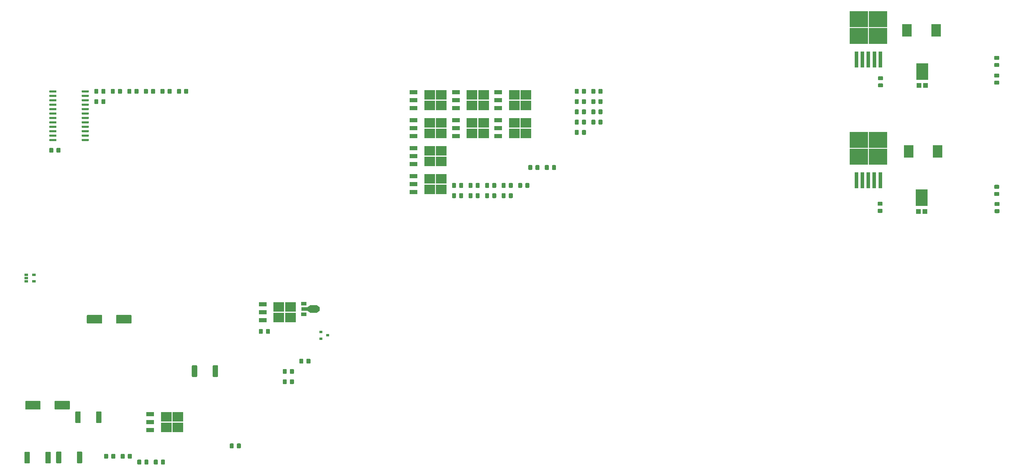
<source format=gbr>
G04 #@! TF.GenerationSoftware,KiCad,Pcbnew,(5.1.5)-3*
G04 #@! TF.CreationDate,2020-03-15T10:16:25+01:00*
G04 #@! TF.ProjectId,TFG_PCB,5446475f-5043-4422-9e6b-696361645f70,rev?*
G04 #@! TF.SameCoordinates,Original*
G04 #@! TF.FileFunction,Paste,Top*
G04 #@! TF.FilePolarity,Positive*
%FSLAX46Y46*%
G04 Gerber Fmt 4.6, Leading zero omitted, Abs format (unit mm)*
G04 Created by KiCad (PCBNEW (5.1.5)-3) date 2020-03-15 10:16:25*
%MOMM*%
%LPD*%
G04 APERTURE LIST*
%ADD10R,3.360000X4.860000*%
%ADD11R,1.390000X1.400000*%
%ADD12C,0.100000*%
%ADD13R,1.060000X0.650000*%
%ADD14R,2.700000X3.600000*%
%ADD15R,2.200000X1.200000*%
%ADD16R,3.050000X2.750000*%
%ADD17R,0.900000X0.800000*%
%ADD18R,1.500000X1.000000*%
%ADD19R,1.800000X1.000000*%
%ADD20R,1.840000X2.200000*%
%ADD21R,5.250000X4.550000*%
%ADD22R,1.100000X4.600000*%
G04 APERTURE END LIST*
D10*
X87693210Y-92502295D03*
D11*
X86773210Y-96484295D03*
X88613210Y-96484295D03*
X88761657Y-60223657D03*
X86921657Y-60223657D03*
D10*
X87841657Y-56241657D03*
D12*
G36*
X-120535494Y-140691205D02*
G01*
X-120511226Y-140694805D01*
X-120487427Y-140700766D01*
X-120464328Y-140709031D01*
X-120442149Y-140719521D01*
X-120421106Y-140732133D01*
X-120401400Y-140746748D01*
X-120383222Y-140763224D01*
X-120366746Y-140781402D01*
X-120352131Y-140801108D01*
X-120339519Y-140822151D01*
X-120329029Y-140844330D01*
X-120320764Y-140867429D01*
X-120314803Y-140891228D01*
X-120311203Y-140915496D01*
X-120309999Y-140940000D01*
X-120309999Y-143790002D01*
X-120311203Y-143814506D01*
X-120314803Y-143838774D01*
X-120320764Y-143862573D01*
X-120329029Y-143885672D01*
X-120339519Y-143907851D01*
X-120352131Y-143928894D01*
X-120366746Y-143948600D01*
X-120383222Y-143966778D01*
X-120401400Y-143983254D01*
X-120421106Y-143997869D01*
X-120442149Y-144010481D01*
X-120464328Y-144020971D01*
X-120487427Y-144029236D01*
X-120511226Y-144035197D01*
X-120535494Y-144038797D01*
X-120559998Y-144040001D01*
X-121585000Y-144040001D01*
X-121609504Y-144038797D01*
X-121633772Y-144035197D01*
X-121657571Y-144029236D01*
X-121680670Y-144020971D01*
X-121702849Y-144010481D01*
X-121723892Y-143997869D01*
X-121743598Y-143983254D01*
X-121761776Y-143966778D01*
X-121778252Y-143948600D01*
X-121792867Y-143928894D01*
X-121805479Y-143907851D01*
X-121815969Y-143885672D01*
X-121824234Y-143862573D01*
X-121830195Y-143838774D01*
X-121833795Y-143814506D01*
X-121834999Y-143790002D01*
X-121834999Y-140940000D01*
X-121833795Y-140915496D01*
X-121830195Y-140891228D01*
X-121824234Y-140867429D01*
X-121815969Y-140844330D01*
X-121805479Y-140822151D01*
X-121792867Y-140801108D01*
X-121778252Y-140781402D01*
X-121761776Y-140763224D01*
X-121743598Y-140746748D01*
X-121723892Y-140732133D01*
X-121702849Y-140719521D01*
X-121680670Y-140709031D01*
X-121657571Y-140700766D01*
X-121633772Y-140694805D01*
X-121609504Y-140691205D01*
X-121585000Y-140690001D01*
X-120559998Y-140690001D01*
X-120535494Y-140691205D01*
G37*
G36*
X-114560494Y-140691205D02*
G01*
X-114536226Y-140694805D01*
X-114512427Y-140700766D01*
X-114489328Y-140709031D01*
X-114467149Y-140719521D01*
X-114446106Y-140732133D01*
X-114426400Y-140746748D01*
X-114408222Y-140763224D01*
X-114391746Y-140781402D01*
X-114377131Y-140801108D01*
X-114364519Y-140822151D01*
X-114354029Y-140844330D01*
X-114345764Y-140867429D01*
X-114339803Y-140891228D01*
X-114336203Y-140915496D01*
X-114334999Y-140940000D01*
X-114334999Y-143790002D01*
X-114336203Y-143814506D01*
X-114339803Y-143838774D01*
X-114345764Y-143862573D01*
X-114354029Y-143885672D01*
X-114364519Y-143907851D01*
X-114377131Y-143928894D01*
X-114391746Y-143948600D01*
X-114408222Y-143966778D01*
X-114426400Y-143983254D01*
X-114446106Y-143997869D01*
X-114467149Y-144010481D01*
X-114489328Y-144020971D01*
X-114512427Y-144029236D01*
X-114536226Y-144035197D01*
X-114560494Y-144038797D01*
X-114584998Y-144040001D01*
X-115610000Y-144040001D01*
X-115634504Y-144038797D01*
X-115658772Y-144035197D01*
X-115682571Y-144029236D01*
X-115705670Y-144020971D01*
X-115727849Y-144010481D01*
X-115748892Y-143997869D01*
X-115768598Y-143983254D01*
X-115786776Y-143966778D01*
X-115803252Y-143948600D01*
X-115817867Y-143928894D01*
X-115830479Y-143907851D01*
X-115840969Y-143885672D01*
X-115849234Y-143862573D01*
X-115855195Y-143838774D01*
X-115858795Y-143814506D01*
X-115859999Y-143790002D01*
X-115859999Y-140940000D01*
X-115858795Y-140915496D01*
X-115855195Y-140891228D01*
X-115849234Y-140867429D01*
X-115840969Y-140844330D01*
X-115830479Y-140822151D01*
X-115817867Y-140801108D01*
X-115803252Y-140781402D01*
X-115786776Y-140763224D01*
X-115768598Y-140746748D01*
X-115748892Y-140732133D01*
X-115727849Y-140719521D01*
X-115705670Y-140709031D01*
X-115682571Y-140700766D01*
X-115658772Y-140694805D01*
X-115634504Y-140691205D01*
X-115610000Y-140690001D01*
X-114584998Y-140690001D01*
X-114560494Y-140691205D01*
G37*
G36*
X-153540494Y-165491205D02*
G01*
X-153516226Y-165494805D01*
X-153492427Y-165500766D01*
X-153469328Y-165509031D01*
X-153447149Y-165519521D01*
X-153426106Y-165532133D01*
X-153406400Y-165546748D01*
X-153388222Y-165563224D01*
X-153371746Y-165581402D01*
X-153357131Y-165601108D01*
X-153344519Y-165622151D01*
X-153334029Y-165644330D01*
X-153325764Y-165667429D01*
X-153319803Y-165691228D01*
X-153316203Y-165715496D01*
X-153314999Y-165740000D01*
X-153314999Y-168590002D01*
X-153316203Y-168614506D01*
X-153319803Y-168638774D01*
X-153325764Y-168662573D01*
X-153334029Y-168685672D01*
X-153344519Y-168707851D01*
X-153357131Y-168728894D01*
X-153371746Y-168748600D01*
X-153388222Y-168766778D01*
X-153406400Y-168783254D01*
X-153426106Y-168797869D01*
X-153447149Y-168810481D01*
X-153469328Y-168820971D01*
X-153492427Y-168829236D01*
X-153516226Y-168835197D01*
X-153540494Y-168838797D01*
X-153564998Y-168840001D01*
X-154590000Y-168840001D01*
X-154614504Y-168838797D01*
X-154638772Y-168835197D01*
X-154662571Y-168829236D01*
X-154685670Y-168820971D01*
X-154707849Y-168810481D01*
X-154728892Y-168797869D01*
X-154748598Y-168783254D01*
X-154766776Y-168766778D01*
X-154783252Y-168748600D01*
X-154797867Y-168728894D01*
X-154810479Y-168707851D01*
X-154820969Y-168685672D01*
X-154829234Y-168662573D01*
X-154835195Y-168638774D01*
X-154838795Y-168614506D01*
X-154839999Y-168590002D01*
X-154839999Y-165740000D01*
X-154838795Y-165715496D01*
X-154835195Y-165691228D01*
X-154829234Y-165667429D01*
X-154820969Y-165644330D01*
X-154810479Y-165622151D01*
X-154797867Y-165601108D01*
X-154783252Y-165581402D01*
X-154766776Y-165563224D01*
X-154748598Y-165546748D01*
X-154728892Y-165532133D01*
X-154707849Y-165519521D01*
X-154685670Y-165509031D01*
X-154662571Y-165500766D01*
X-154638772Y-165494805D01*
X-154614504Y-165491205D01*
X-154590000Y-165490001D01*
X-153564998Y-165490001D01*
X-153540494Y-165491205D01*
G37*
G36*
X-159515494Y-165491205D02*
G01*
X-159491226Y-165494805D01*
X-159467427Y-165500766D01*
X-159444328Y-165509031D01*
X-159422149Y-165519521D01*
X-159401106Y-165532133D01*
X-159381400Y-165546748D01*
X-159363222Y-165563224D01*
X-159346746Y-165581402D01*
X-159332131Y-165601108D01*
X-159319519Y-165622151D01*
X-159309029Y-165644330D01*
X-159300764Y-165667429D01*
X-159294803Y-165691228D01*
X-159291203Y-165715496D01*
X-159289999Y-165740000D01*
X-159289999Y-168590002D01*
X-159291203Y-168614506D01*
X-159294803Y-168638774D01*
X-159300764Y-168662573D01*
X-159309029Y-168685672D01*
X-159319519Y-168707851D01*
X-159332131Y-168728894D01*
X-159346746Y-168748600D01*
X-159363222Y-168766778D01*
X-159381400Y-168783254D01*
X-159401106Y-168797869D01*
X-159422149Y-168810481D01*
X-159444328Y-168820971D01*
X-159467427Y-168829236D01*
X-159491226Y-168835197D01*
X-159515494Y-168838797D01*
X-159539998Y-168840001D01*
X-160565000Y-168840001D01*
X-160589504Y-168838797D01*
X-160613772Y-168835197D01*
X-160637571Y-168829236D01*
X-160660670Y-168820971D01*
X-160682849Y-168810481D01*
X-160703892Y-168797869D01*
X-160723598Y-168783254D01*
X-160741776Y-168766778D01*
X-160758252Y-168748600D01*
X-160772867Y-168728894D01*
X-160785479Y-168707851D01*
X-160795969Y-168685672D01*
X-160804234Y-168662573D01*
X-160810195Y-168638774D01*
X-160813795Y-168614506D01*
X-160814999Y-168590002D01*
X-160814999Y-165740000D01*
X-160813795Y-165715496D01*
X-160810195Y-165691228D01*
X-160804234Y-165667429D01*
X-160795969Y-165644330D01*
X-160785479Y-165622151D01*
X-160772867Y-165601108D01*
X-160758252Y-165581402D01*
X-160741776Y-165563224D01*
X-160723598Y-165546748D01*
X-160703892Y-165532133D01*
X-160682849Y-165519521D01*
X-160660670Y-165509031D01*
X-160637571Y-165500766D01*
X-160613772Y-165494805D01*
X-160589504Y-165491205D01*
X-160565000Y-165490001D01*
X-159539998Y-165490001D01*
X-159515494Y-165491205D01*
G37*
G36*
X-165495495Y-150896205D02*
G01*
X-165471226Y-150899805D01*
X-165447428Y-150905766D01*
X-165424328Y-150914031D01*
X-165402150Y-150924521D01*
X-165381106Y-150937134D01*
X-165361401Y-150951748D01*
X-165343222Y-150968224D01*
X-165326746Y-150986403D01*
X-165312132Y-151006108D01*
X-165299519Y-151027152D01*
X-165289029Y-151049330D01*
X-165280764Y-151072430D01*
X-165274803Y-151096228D01*
X-165271203Y-151120497D01*
X-165269999Y-151145001D01*
X-165269999Y-153145001D01*
X-165271203Y-153169505D01*
X-165274803Y-153193774D01*
X-165280764Y-153217572D01*
X-165289029Y-153240672D01*
X-165299519Y-153262850D01*
X-165312132Y-153283894D01*
X-165326746Y-153303599D01*
X-165343222Y-153321778D01*
X-165361401Y-153338254D01*
X-165381106Y-153352868D01*
X-165402150Y-153365481D01*
X-165424328Y-153375971D01*
X-165447428Y-153384236D01*
X-165471226Y-153390197D01*
X-165495495Y-153393797D01*
X-165519999Y-153395001D01*
X-169419999Y-153395001D01*
X-169444503Y-153393797D01*
X-169468772Y-153390197D01*
X-169492570Y-153384236D01*
X-169515670Y-153375971D01*
X-169537848Y-153365481D01*
X-169558892Y-153352868D01*
X-169578597Y-153338254D01*
X-169596776Y-153321778D01*
X-169613252Y-153303599D01*
X-169627866Y-153283894D01*
X-169640479Y-153262850D01*
X-169650969Y-153240672D01*
X-169659234Y-153217572D01*
X-169665195Y-153193774D01*
X-169668795Y-153169505D01*
X-169669999Y-153145001D01*
X-169669999Y-151145001D01*
X-169668795Y-151120497D01*
X-169665195Y-151096228D01*
X-169659234Y-151072430D01*
X-169650969Y-151049330D01*
X-169640479Y-151027152D01*
X-169627866Y-151006108D01*
X-169613252Y-150986403D01*
X-169596776Y-150968224D01*
X-169578597Y-150951748D01*
X-169558892Y-150937134D01*
X-169537848Y-150924521D01*
X-169515670Y-150914031D01*
X-169492570Y-150905766D01*
X-169468772Y-150899805D01*
X-169444503Y-150896205D01*
X-169419999Y-150895001D01*
X-165519999Y-150895001D01*
X-165495495Y-150896205D01*
G37*
G36*
X-157095495Y-150896205D02*
G01*
X-157071226Y-150899805D01*
X-157047428Y-150905766D01*
X-157024328Y-150914031D01*
X-157002150Y-150924521D01*
X-156981106Y-150937134D01*
X-156961401Y-150951748D01*
X-156943222Y-150968224D01*
X-156926746Y-150986403D01*
X-156912132Y-151006108D01*
X-156899519Y-151027152D01*
X-156889029Y-151049330D01*
X-156880764Y-151072430D01*
X-156874803Y-151096228D01*
X-156871203Y-151120497D01*
X-156869999Y-151145001D01*
X-156869999Y-153145001D01*
X-156871203Y-153169505D01*
X-156874803Y-153193774D01*
X-156880764Y-153217572D01*
X-156889029Y-153240672D01*
X-156899519Y-153262850D01*
X-156912132Y-153283894D01*
X-156926746Y-153303599D01*
X-156943222Y-153321778D01*
X-156961401Y-153338254D01*
X-156981106Y-153352868D01*
X-157002150Y-153365481D01*
X-157024328Y-153375971D01*
X-157047428Y-153384236D01*
X-157071226Y-153390197D01*
X-157095495Y-153393797D01*
X-157119999Y-153395001D01*
X-161019999Y-153395001D01*
X-161044503Y-153393797D01*
X-161068772Y-153390197D01*
X-161092570Y-153384236D01*
X-161115670Y-153375971D01*
X-161137848Y-153365481D01*
X-161158892Y-153352868D01*
X-161178597Y-153338254D01*
X-161196776Y-153321778D01*
X-161213252Y-153303599D01*
X-161227866Y-153283894D01*
X-161240479Y-153262850D01*
X-161250969Y-153240672D01*
X-161259234Y-153217572D01*
X-161265195Y-153193774D01*
X-161268795Y-153169505D01*
X-161269999Y-153145001D01*
X-161269999Y-151145001D01*
X-161268795Y-151120497D01*
X-161265195Y-151096228D01*
X-161259234Y-151072430D01*
X-161250969Y-151049330D01*
X-161240479Y-151027152D01*
X-161227866Y-151006108D01*
X-161213252Y-150986403D01*
X-161196776Y-150968224D01*
X-161178597Y-150951748D01*
X-161158892Y-150937134D01*
X-161137848Y-150924521D01*
X-161115670Y-150914031D01*
X-161092570Y-150905766D01*
X-161068772Y-150899805D01*
X-161044503Y-150896205D01*
X-161019999Y-150895001D01*
X-157119999Y-150895001D01*
X-157095495Y-150896205D01*
G37*
G36*
X-139405495Y-126196205D02*
G01*
X-139381226Y-126199805D01*
X-139357428Y-126205766D01*
X-139334328Y-126214031D01*
X-139312150Y-126224521D01*
X-139291106Y-126237134D01*
X-139271401Y-126251748D01*
X-139253222Y-126268224D01*
X-139236746Y-126286403D01*
X-139222132Y-126306108D01*
X-139209519Y-126327152D01*
X-139199029Y-126349330D01*
X-139190764Y-126372430D01*
X-139184803Y-126396228D01*
X-139181203Y-126420497D01*
X-139179999Y-126445001D01*
X-139179999Y-128445001D01*
X-139181203Y-128469505D01*
X-139184803Y-128493774D01*
X-139190764Y-128517572D01*
X-139199029Y-128540672D01*
X-139209519Y-128562850D01*
X-139222132Y-128583894D01*
X-139236746Y-128603599D01*
X-139253222Y-128621778D01*
X-139271401Y-128638254D01*
X-139291106Y-128652868D01*
X-139312150Y-128665481D01*
X-139334328Y-128675971D01*
X-139357428Y-128684236D01*
X-139381226Y-128690197D01*
X-139405495Y-128693797D01*
X-139429999Y-128695001D01*
X-143329999Y-128695001D01*
X-143354503Y-128693797D01*
X-143378772Y-128690197D01*
X-143402570Y-128684236D01*
X-143425670Y-128675971D01*
X-143447848Y-128665481D01*
X-143468892Y-128652868D01*
X-143488597Y-128638254D01*
X-143506776Y-128621778D01*
X-143523252Y-128603599D01*
X-143537866Y-128583894D01*
X-143550479Y-128562850D01*
X-143560969Y-128540672D01*
X-143569234Y-128517572D01*
X-143575195Y-128493774D01*
X-143578795Y-128469505D01*
X-143579999Y-128445001D01*
X-143579999Y-126445001D01*
X-143578795Y-126420497D01*
X-143575195Y-126396228D01*
X-143569234Y-126372430D01*
X-143560969Y-126349330D01*
X-143550479Y-126327152D01*
X-143537866Y-126306108D01*
X-143523252Y-126286403D01*
X-143506776Y-126268224D01*
X-143488597Y-126251748D01*
X-143468892Y-126237134D01*
X-143447848Y-126224521D01*
X-143425670Y-126214031D01*
X-143402570Y-126205766D01*
X-143378772Y-126199805D01*
X-143354503Y-126196205D01*
X-143329999Y-126195001D01*
X-139429999Y-126195001D01*
X-139405495Y-126196205D01*
G37*
G36*
X-147805495Y-126196205D02*
G01*
X-147781226Y-126199805D01*
X-147757428Y-126205766D01*
X-147734328Y-126214031D01*
X-147712150Y-126224521D01*
X-147691106Y-126237134D01*
X-147671401Y-126251748D01*
X-147653222Y-126268224D01*
X-147636746Y-126286403D01*
X-147622132Y-126306108D01*
X-147609519Y-126327152D01*
X-147599029Y-126349330D01*
X-147590764Y-126372430D01*
X-147584803Y-126396228D01*
X-147581203Y-126420497D01*
X-147579999Y-126445001D01*
X-147579999Y-128445001D01*
X-147581203Y-128469505D01*
X-147584803Y-128493774D01*
X-147590764Y-128517572D01*
X-147599029Y-128540672D01*
X-147609519Y-128562850D01*
X-147622132Y-128583894D01*
X-147636746Y-128603599D01*
X-147653222Y-128621778D01*
X-147671401Y-128638254D01*
X-147691106Y-128652868D01*
X-147712150Y-128665481D01*
X-147734328Y-128675971D01*
X-147757428Y-128684236D01*
X-147781226Y-128690197D01*
X-147805495Y-128693797D01*
X-147829999Y-128695001D01*
X-151729999Y-128695001D01*
X-151754503Y-128693797D01*
X-151778772Y-128690197D01*
X-151802570Y-128684236D01*
X-151825670Y-128675971D01*
X-151847848Y-128665481D01*
X-151868892Y-128652868D01*
X-151888597Y-128638254D01*
X-151906776Y-128621778D01*
X-151923252Y-128603599D01*
X-151937866Y-128583894D01*
X-151950479Y-128562850D01*
X-151960969Y-128540672D01*
X-151969234Y-128517572D01*
X-151975195Y-128493774D01*
X-151978795Y-128469505D01*
X-151979999Y-128445001D01*
X-151979999Y-126445001D01*
X-151978795Y-126420497D01*
X-151975195Y-126396228D01*
X-151969234Y-126372430D01*
X-151960969Y-126349330D01*
X-151950479Y-126327152D01*
X-151937866Y-126306108D01*
X-151923252Y-126286403D01*
X-151906776Y-126268224D01*
X-151888597Y-126251748D01*
X-151868892Y-126237134D01*
X-151847848Y-126224521D01*
X-151825670Y-126214031D01*
X-151802570Y-126205766D01*
X-151778772Y-126199805D01*
X-151754503Y-126196205D01*
X-151729999Y-126195001D01*
X-147829999Y-126195001D01*
X-147805495Y-126196205D01*
G37*
G36*
X-153980494Y-153941205D02*
G01*
X-153956226Y-153944805D01*
X-153932427Y-153950766D01*
X-153909328Y-153959031D01*
X-153887149Y-153969521D01*
X-153866106Y-153982133D01*
X-153846400Y-153996748D01*
X-153828222Y-154013224D01*
X-153811746Y-154031402D01*
X-153797131Y-154051108D01*
X-153784519Y-154072151D01*
X-153774029Y-154094330D01*
X-153765764Y-154117429D01*
X-153759803Y-154141228D01*
X-153756203Y-154165496D01*
X-153754999Y-154190000D01*
X-153754999Y-157040002D01*
X-153756203Y-157064506D01*
X-153759803Y-157088774D01*
X-153765764Y-157112573D01*
X-153774029Y-157135672D01*
X-153784519Y-157157851D01*
X-153797131Y-157178894D01*
X-153811746Y-157198600D01*
X-153828222Y-157216778D01*
X-153846400Y-157233254D01*
X-153866106Y-157247869D01*
X-153887149Y-157260481D01*
X-153909328Y-157270971D01*
X-153932427Y-157279236D01*
X-153956226Y-157285197D01*
X-153980494Y-157288797D01*
X-154004998Y-157290001D01*
X-155030000Y-157290001D01*
X-155054504Y-157288797D01*
X-155078772Y-157285197D01*
X-155102571Y-157279236D01*
X-155125670Y-157270971D01*
X-155147849Y-157260481D01*
X-155168892Y-157247869D01*
X-155188598Y-157233254D01*
X-155206776Y-157216778D01*
X-155223252Y-157198600D01*
X-155237867Y-157178894D01*
X-155250479Y-157157851D01*
X-155260969Y-157135672D01*
X-155269234Y-157112573D01*
X-155275195Y-157088774D01*
X-155278795Y-157064506D01*
X-155279999Y-157040002D01*
X-155279999Y-154190000D01*
X-155278795Y-154165496D01*
X-155275195Y-154141228D01*
X-155269234Y-154117429D01*
X-155260969Y-154094330D01*
X-155250479Y-154072151D01*
X-155237867Y-154051108D01*
X-155223252Y-154031402D01*
X-155206776Y-154013224D01*
X-155188598Y-153996748D01*
X-155168892Y-153982133D01*
X-155147849Y-153969521D01*
X-155125670Y-153959031D01*
X-155102571Y-153950766D01*
X-155078772Y-153944805D01*
X-155054504Y-153941205D01*
X-155030000Y-153940001D01*
X-154004998Y-153940001D01*
X-153980494Y-153941205D01*
G37*
G36*
X-148005494Y-153941205D02*
G01*
X-147981226Y-153944805D01*
X-147957427Y-153950766D01*
X-147934328Y-153959031D01*
X-147912149Y-153969521D01*
X-147891106Y-153982133D01*
X-147871400Y-153996748D01*
X-147853222Y-154013224D01*
X-147836746Y-154031402D01*
X-147822131Y-154051108D01*
X-147809519Y-154072151D01*
X-147799029Y-154094330D01*
X-147790764Y-154117429D01*
X-147784803Y-154141228D01*
X-147781203Y-154165496D01*
X-147779999Y-154190000D01*
X-147779999Y-157040002D01*
X-147781203Y-157064506D01*
X-147784803Y-157088774D01*
X-147790764Y-157112573D01*
X-147799029Y-157135672D01*
X-147809519Y-157157851D01*
X-147822131Y-157178894D01*
X-147836746Y-157198600D01*
X-147853222Y-157216778D01*
X-147871400Y-157233254D01*
X-147891106Y-157247869D01*
X-147912149Y-157260481D01*
X-147934328Y-157270971D01*
X-147957427Y-157279236D01*
X-147981226Y-157285197D01*
X-148005494Y-157288797D01*
X-148029998Y-157290001D01*
X-149055000Y-157290001D01*
X-149079504Y-157288797D01*
X-149103772Y-157285197D01*
X-149127571Y-157279236D01*
X-149150670Y-157270971D01*
X-149172849Y-157260481D01*
X-149193892Y-157247869D01*
X-149213598Y-157233254D01*
X-149231776Y-157216778D01*
X-149248252Y-157198600D01*
X-149262867Y-157178894D01*
X-149275479Y-157157851D01*
X-149285969Y-157135672D01*
X-149294234Y-157112573D01*
X-149300195Y-157088774D01*
X-149303795Y-157064506D01*
X-149304999Y-157040002D01*
X-149304999Y-154190000D01*
X-149303795Y-154165496D01*
X-149300195Y-154141228D01*
X-149294234Y-154117429D01*
X-149285969Y-154094330D01*
X-149275479Y-154072151D01*
X-149262867Y-154051108D01*
X-149248252Y-154031402D01*
X-149231776Y-154013224D01*
X-149213598Y-153996748D01*
X-149193892Y-153982133D01*
X-149172849Y-153969521D01*
X-149150670Y-153959031D01*
X-149127571Y-153950766D01*
X-149103772Y-153944805D01*
X-149079504Y-153941205D01*
X-149055000Y-153940001D01*
X-148029998Y-153940001D01*
X-148005494Y-153941205D01*
G37*
G36*
X-162585494Y-165541205D02*
G01*
X-162561226Y-165544805D01*
X-162537427Y-165550766D01*
X-162514328Y-165559031D01*
X-162492149Y-165569521D01*
X-162471106Y-165582133D01*
X-162451400Y-165596748D01*
X-162433222Y-165613224D01*
X-162416746Y-165631402D01*
X-162402131Y-165651108D01*
X-162389519Y-165672151D01*
X-162379029Y-165694330D01*
X-162370764Y-165717429D01*
X-162364803Y-165741228D01*
X-162361203Y-165765496D01*
X-162359999Y-165790000D01*
X-162359999Y-168640002D01*
X-162361203Y-168664506D01*
X-162364803Y-168688774D01*
X-162370764Y-168712573D01*
X-162379029Y-168735672D01*
X-162389519Y-168757851D01*
X-162402131Y-168778894D01*
X-162416746Y-168798600D01*
X-162433222Y-168816778D01*
X-162451400Y-168833254D01*
X-162471106Y-168847869D01*
X-162492149Y-168860481D01*
X-162514328Y-168870971D01*
X-162537427Y-168879236D01*
X-162561226Y-168885197D01*
X-162585494Y-168888797D01*
X-162609998Y-168890001D01*
X-163635000Y-168890001D01*
X-163659504Y-168888797D01*
X-163683772Y-168885197D01*
X-163707571Y-168879236D01*
X-163730670Y-168870971D01*
X-163752849Y-168860481D01*
X-163773892Y-168847869D01*
X-163793598Y-168833254D01*
X-163811776Y-168816778D01*
X-163828252Y-168798600D01*
X-163842867Y-168778894D01*
X-163855479Y-168757851D01*
X-163865969Y-168735672D01*
X-163874234Y-168712573D01*
X-163880195Y-168688774D01*
X-163883795Y-168664506D01*
X-163884999Y-168640002D01*
X-163884999Y-165790000D01*
X-163883795Y-165765496D01*
X-163880195Y-165741228D01*
X-163874234Y-165717429D01*
X-163865969Y-165694330D01*
X-163855479Y-165672151D01*
X-163842867Y-165651108D01*
X-163828252Y-165631402D01*
X-163811776Y-165613224D01*
X-163793598Y-165596748D01*
X-163773892Y-165582133D01*
X-163752849Y-165569521D01*
X-163730670Y-165559031D01*
X-163707571Y-165550766D01*
X-163683772Y-165544805D01*
X-163659504Y-165541205D01*
X-163635000Y-165540001D01*
X-162609998Y-165540001D01*
X-162585494Y-165541205D01*
G37*
G36*
X-168560494Y-165541205D02*
G01*
X-168536226Y-165544805D01*
X-168512427Y-165550766D01*
X-168489328Y-165559031D01*
X-168467149Y-165569521D01*
X-168446106Y-165582133D01*
X-168426400Y-165596748D01*
X-168408222Y-165613224D01*
X-168391746Y-165631402D01*
X-168377131Y-165651108D01*
X-168364519Y-165672151D01*
X-168354029Y-165694330D01*
X-168345764Y-165717429D01*
X-168339803Y-165741228D01*
X-168336203Y-165765496D01*
X-168334999Y-165790000D01*
X-168334999Y-168640002D01*
X-168336203Y-168664506D01*
X-168339803Y-168688774D01*
X-168345764Y-168712573D01*
X-168354029Y-168735672D01*
X-168364519Y-168757851D01*
X-168377131Y-168778894D01*
X-168391746Y-168798600D01*
X-168408222Y-168816778D01*
X-168426400Y-168833254D01*
X-168446106Y-168847869D01*
X-168467149Y-168860481D01*
X-168489328Y-168870971D01*
X-168512427Y-168879236D01*
X-168536226Y-168885197D01*
X-168560494Y-168888797D01*
X-168584998Y-168890001D01*
X-169610000Y-168890001D01*
X-169634504Y-168888797D01*
X-169658772Y-168885197D01*
X-169682571Y-168879236D01*
X-169705670Y-168870971D01*
X-169727849Y-168860481D01*
X-169748892Y-168847869D01*
X-169768598Y-168833254D01*
X-169786776Y-168816778D01*
X-169803252Y-168798600D01*
X-169817867Y-168778894D01*
X-169830479Y-168757851D01*
X-169840969Y-168735672D01*
X-169849234Y-168712573D01*
X-169855195Y-168688774D01*
X-169858795Y-168664506D01*
X-169859999Y-168640002D01*
X-169859999Y-165790000D01*
X-169858795Y-165765496D01*
X-169855195Y-165741228D01*
X-169849234Y-165717429D01*
X-169840969Y-165694330D01*
X-169830479Y-165672151D01*
X-169817867Y-165651108D01*
X-169803252Y-165631402D01*
X-169786776Y-165613224D01*
X-169768598Y-165596748D01*
X-169748892Y-165582133D01*
X-169727849Y-165569521D01*
X-169705670Y-165559031D01*
X-169682571Y-165550766D01*
X-169658772Y-165544805D01*
X-169634504Y-165541205D01*
X-169610000Y-165540001D01*
X-168584998Y-165540001D01*
X-168560494Y-165541205D01*
G37*
D13*
X-169354999Y-114685001D03*
X-169354999Y-115635001D03*
X-169354999Y-116585001D03*
X-167154999Y-116585001D03*
X-167154999Y-114685001D03*
D14*
X83480000Y-44450000D03*
X91780000Y-44450000D03*
X92232174Y-79184063D03*
X83932174Y-79184063D03*
D15*
X-133824999Y-154765001D03*
X-133824999Y-157045001D03*
X-133824999Y-159325001D03*
D16*
X-125849999Y-158570001D03*
X-129199999Y-155520001D03*
X-125849999Y-155520001D03*
X-129199999Y-158570001D03*
X-96879999Y-126970001D03*
X-93529999Y-123920001D03*
X-96879999Y-123920001D03*
X-93529999Y-126970001D03*
D15*
X-101504999Y-127725001D03*
X-101504999Y-125445001D03*
X-101504999Y-123165001D03*
D17*
X-84820000Y-131130000D03*
X-84820000Y-133030000D03*
X-82820000Y-132080000D03*
D15*
X-33904999Y-70255001D03*
X-33904999Y-72535001D03*
X-33904999Y-74815001D03*
D16*
X-25929999Y-74060001D03*
X-29279999Y-71010001D03*
X-25929999Y-71010001D03*
X-29279999Y-74060001D03*
X-53579999Y-66010001D03*
X-50229999Y-62960001D03*
X-53579999Y-62960001D03*
X-50229999Y-66010001D03*
D15*
X-58204999Y-66765001D03*
X-58204999Y-64485001D03*
X-58204999Y-62205001D03*
X-46054999Y-62205001D03*
X-46054999Y-64485001D03*
X-46054999Y-66765001D03*
D16*
X-38079999Y-66010001D03*
X-41429999Y-62960001D03*
X-38079999Y-62960001D03*
X-41429999Y-66010001D03*
X-29279999Y-66010001D03*
X-25929999Y-62960001D03*
X-29279999Y-62960001D03*
X-25929999Y-66010001D03*
D15*
X-33904999Y-66765001D03*
X-33904999Y-64485001D03*
X-33904999Y-62205001D03*
D16*
X-53579999Y-90160001D03*
X-50229999Y-87110001D03*
X-53579999Y-87110001D03*
X-50229999Y-90160001D03*
D15*
X-58204999Y-90915001D03*
X-58204999Y-88635001D03*
X-58204999Y-86355001D03*
X-58204999Y-78305001D03*
X-58204999Y-80585001D03*
X-58204999Y-82865001D03*
D16*
X-50229999Y-82110001D03*
X-53579999Y-79060001D03*
X-50229999Y-79060001D03*
X-53579999Y-82110001D03*
X-41429999Y-74060001D03*
X-38079999Y-71010001D03*
X-41429999Y-71010001D03*
X-38079999Y-74060001D03*
D15*
X-46054999Y-74815001D03*
X-46054999Y-72535001D03*
X-46054999Y-70255001D03*
X-58204999Y-70255001D03*
X-58204999Y-72535001D03*
X-58204999Y-74815001D03*
D16*
X-50229999Y-74060001D03*
X-53579999Y-71010001D03*
X-50229999Y-71010001D03*
X-53579999Y-74060001D03*
D12*
G36*
X-94810494Y-141756205D02*
G01*
X-94786226Y-141759805D01*
X-94762427Y-141765766D01*
X-94739328Y-141774031D01*
X-94717149Y-141784521D01*
X-94696106Y-141797133D01*
X-94676400Y-141811748D01*
X-94658222Y-141828224D01*
X-94641746Y-141846402D01*
X-94627131Y-141866108D01*
X-94614519Y-141887151D01*
X-94604029Y-141909330D01*
X-94595764Y-141932429D01*
X-94589803Y-141956228D01*
X-94586203Y-141980496D01*
X-94584999Y-142005000D01*
X-94584999Y-142905002D01*
X-94586203Y-142929506D01*
X-94589803Y-142953774D01*
X-94595764Y-142977573D01*
X-94604029Y-143000672D01*
X-94614519Y-143022851D01*
X-94627131Y-143043894D01*
X-94641746Y-143063600D01*
X-94658222Y-143081778D01*
X-94676400Y-143098254D01*
X-94696106Y-143112869D01*
X-94717149Y-143125481D01*
X-94739328Y-143135971D01*
X-94762427Y-143144236D01*
X-94786226Y-143150197D01*
X-94810494Y-143153797D01*
X-94834998Y-143155001D01*
X-95485000Y-143155001D01*
X-95509504Y-143153797D01*
X-95533772Y-143150197D01*
X-95557571Y-143144236D01*
X-95580670Y-143135971D01*
X-95602849Y-143125481D01*
X-95623892Y-143112869D01*
X-95643598Y-143098254D01*
X-95661776Y-143081778D01*
X-95678252Y-143063600D01*
X-95692867Y-143043894D01*
X-95705479Y-143022851D01*
X-95715969Y-143000672D01*
X-95724234Y-142977573D01*
X-95730195Y-142953774D01*
X-95733795Y-142929506D01*
X-95734999Y-142905002D01*
X-95734999Y-142005000D01*
X-95733795Y-141980496D01*
X-95730195Y-141956228D01*
X-95724234Y-141932429D01*
X-95715969Y-141909330D01*
X-95705479Y-141887151D01*
X-95692867Y-141866108D01*
X-95678252Y-141846402D01*
X-95661776Y-141828224D01*
X-95643598Y-141811748D01*
X-95623892Y-141797133D01*
X-95602849Y-141784521D01*
X-95580670Y-141774031D01*
X-95557571Y-141765766D01*
X-95533772Y-141759805D01*
X-95509504Y-141756205D01*
X-95485000Y-141755001D01*
X-94834998Y-141755001D01*
X-94810494Y-141756205D01*
G37*
G36*
X-92760494Y-141756205D02*
G01*
X-92736226Y-141759805D01*
X-92712427Y-141765766D01*
X-92689328Y-141774031D01*
X-92667149Y-141784521D01*
X-92646106Y-141797133D01*
X-92626400Y-141811748D01*
X-92608222Y-141828224D01*
X-92591746Y-141846402D01*
X-92577131Y-141866108D01*
X-92564519Y-141887151D01*
X-92554029Y-141909330D01*
X-92545764Y-141932429D01*
X-92539803Y-141956228D01*
X-92536203Y-141980496D01*
X-92534999Y-142005000D01*
X-92534999Y-142905002D01*
X-92536203Y-142929506D01*
X-92539803Y-142953774D01*
X-92545764Y-142977573D01*
X-92554029Y-143000672D01*
X-92564519Y-143022851D01*
X-92577131Y-143043894D01*
X-92591746Y-143063600D01*
X-92608222Y-143081778D01*
X-92626400Y-143098254D01*
X-92646106Y-143112869D01*
X-92667149Y-143125481D01*
X-92689328Y-143135971D01*
X-92712427Y-143144236D01*
X-92736226Y-143150197D01*
X-92760494Y-143153797D01*
X-92784998Y-143155001D01*
X-93435000Y-143155001D01*
X-93459504Y-143153797D01*
X-93483772Y-143150197D01*
X-93507571Y-143144236D01*
X-93530670Y-143135971D01*
X-93552849Y-143125481D01*
X-93573892Y-143112869D01*
X-93593598Y-143098254D01*
X-93611776Y-143081778D01*
X-93628252Y-143063600D01*
X-93642867Y-143043894D01*
X-93655479Y-143022851D01*
X-93665969Y-143000672D01*
X-93674234Y-142977573D01*
X-93680195Y-142953774D01*
X-93683795Y-142929506D01*
X-93684999Y-142905002D01*
X-93684999Y-142005000D01*
X-93683795Y-141980496D01*
X-93680195Y-141956228D01*
X-93674234Y-141932429D01*
X-93665969Y-141909330D01*
X-93655479Y-141887151D01*
X-93642867Y-141866108D01*
X-93628252Y-141846402D01*
X-93611776Y-141828224D01*
X-93593598Y-141811748D01*
X-93573892Y-141797133D01*
X-93552849Y-141784521D01*
X-93530670Y-141774031D01*
X-93507571Y-141765766D01*
X-93483772Y-141759805D01*
X-93459504Y-141756205D01*
X-93435000Y-141755001D01*
X-92784998Y-141755001D01*
X-92760494Y-141756205D01*
G37*
G36*
X-107990494Y-163156205D02*
G01*
X-107966226Y-163159805D01*
X-107942427Y-163165766D01*
X-107919328Y-163174031D01*
X-107897149Y-163184521D01*
X-107876106Y-163197133D01*
X-107856400Y-163211748D01*
X-107838222Y-163228224D01*
X-107821746Y-163246402D01*
X-107807131Y-163266108D01*
X-107794519Y-163287151D01*
X-107784029Y-163309330D01*
X-107775764Y-163332429D01*
X-107769803Y-163356228D01*
X-107766203Y-163380496D01*
X-107764999Y-163405000D01*
X-107764999Y-164305002D01*
X-107766203Y-164329506D01*
X-107769803Y-164353774D01*
X-107775764Y-164377573D01*
X-107784029Y-164400672D01*
X-107794519Y-164422851D01*
X-107807131Y-164443894D01*
X-107821746Y-164463600D01*
X-107838222Y-164481778D01*
X-107856400Y-164498254D01*
X-107876106Y-164512869D01*
X-107897149Y-164525481D01*
X-107919328Y-164535971D01*
X-107942427Y-164544236D01*
X-107966226Y-164550197D01*
X-107990494Y-164553797D01*
X-108014998Y-164555001D01*
X-108665000Y-164555001D01*
X-108689504Y-164553797D01*
X-108713772Y-164550197D01*
X-108737571Y-164544236D01*
X-108760670Y-164535971D01*
X-108782849Y-164525481D01*
X-108803892Y-164512869D01*
X-108823598Y-164498254D01*
X-108841776Y-164481778D01*
X-108858252Y-164463600D01*
X-108872867Y-164443894D01*
X-108885479Y-164422851D01*
X-108895969Y-164400672D01*
X-108904234Y-164377573D01*
X-108910195Y-164353774D01*
X-108913795Y-164329506D01*
X-108914999Y-164305002D01*
X-108914999Y-163405000D01*
X-108913795Y-163380496D01*
X-108910195Y-163356228D01*
X-108904234Y-163332429D01*
X-108895969Y-163309330D01*
X-108885479Y-163287151D01*
X-108872867Y-163266108D01*
X-108858252Y-163246402D01*
X-108841776Y-163228224D01*
X-108823598Y-163211748D01*
X-108803892Y-163197133D01*
X-108782849Y-163184521D01*
X-108760670Y-163174031D01*
X-108737571Y-163165766D01*
X-108713772Y-163159805D01*
X-108689504Y-163156205D01*
X-108665000Y-163155001D01*
X-108014998Y-163155001D01*
X-107990494Y-163156205D01*
G37*
G36*
X-110040494Y-163156205D02*
G01*
X-110016226Y-163159805D01*
X-109992427Y-163165766D01*
X-109969328Y-163174031D01*
X-109947149Y-163184521D01*
X-109926106Y-163197133D01*
X-109906400Y-163211748D01*
X-109888222Y-163228224D01*
X-109871746Y-163246402D01*
X-109857131Y-163266108D01*
X-109844519Y-163287151D01*
X-109834029Y-163309330D01*
X-109825764Y-163332429D01*
X-109819803Y-163356228D01*
X-109816203Y-163380496D01*
X-109814999Y-163405000D01*
X-109814999Y-164305002D01*
X-109816203Y-164329506D01*
X-109819803Y-164353774D01*
X-109825764Y-164377573D01*
X-109834029Y-164400672D01*
X-109844519Y-164422851D01*
X-109857131Y-164443894D01*
X-109871746Y-164463600D01*
X-109888222Y-164481778D01*
X-109906400Y-164498254D01*
X-109926106Y-164512869D01*
X-109947149Y-164525481D01*
X-109969328Y-164535971D01*
X-109992427Y-164544236D01*
X-110016226Y-164550197D01*
X-110040494Y-164553797D01*
X-110064998Y-164555001D01*
X-110715000Y-164555001D01*
X-110739504Y-164553797D01*
X-110763772Y-164550197D01*
X-110787571Y-164544236D01*
X-110810670Y-164535971D01*
X-110832849Y-164525481D01*
X-110853892Y-164512869D01*
X-110873598Y-164498254D01*
X-110891776Y-164481778D01*
X-110908252Y-164463600D01*
X-110922867Y-164443894D01*
X-110935479Y-164422851D01*
X-110945969Y-164400672D01*
X-110954234Y-164377573D01*
X-110960195Y-164353774D01*
X-110963795Y-164329506D01*
X-110964999Y-164305002D01*
X-110964999Y-163405000D01*
X-110963795Y-163380496D01*
X-110960195Y-163356228D01*
X-110954234Y-163332429D01*
X-110945969Y-163309330D01*
X-110935479Y-163287151D01*
X-110922867Y-163266108D01*
X-110908252Y-163246402D01*
X-110891776Y-163228224D01*
X-110873598Y-163211748D01*
X-110853892Y-163197133D01*
X-110832849Y-163184521D01*
X-110810670Y-163174031D01*
X-110787571Y-163165766D01*
X-110763772Y-163159805D01*
X-110739504Y-163156205D01*
X-110715000Y-163155001D01*
X-110064998Y-163155001D01*
X-110040494Y-163156205D01*
G37*
G36*
X-139290494Y-166146205D02*
G01*
X-139266226Y-166149805D01*
X-139242427Y-166155766D01*
X-139219328Y-166164031D01*
X-139197149Y-166174521D01*
X-139176106Y-166187133D01*
X-139156400Y-166201748D01*
X-139138222Y-166218224D01*
X-139121746Y-166236402D01*
X-139107131Y-166256108D01*
X-139094519Y-166277151D01*
X-139084029Y-166299330D01*
X-139075764Y-166322429D01*
X-139069803Y-166346228D01*
X-139066203Y-166370496D01*
X-139064999Y-166395000D01*
X-139064999Y-167295002D01*
X-139066203Y-167319506D01*
X-139069803Y-167343774D01*
X-139075764Y-167367573D01*
X-139084029Y-167390672D01*
X-139094519Y-167412851D01*
X-139107131Y-167433894D01*
X-139121746Y-167453600D01*
X-139138222Y-167471778D01*
X-139156400Y-167488254D01*
X-139176106Y-167502869D01*
X-139197149Y-167515481D01*
X-139219328Y-167525971D01*
X-139242427Y-167534236D01*
X-139266226Y-167540197D01*
X-139290494Y-167543797D01*
X-139314998Y-167545001D01*
X-139965000Y-167545001D01*
X-139989504Y-167543797D01*
X-140013772Y-167540197D01*
X-140037571Y-167534236D01*
X-140060670Y-167525971D01*
X-140082849Y-167515481D01*
X-140103892Y-167502869D01*
X-140123598Y-167488254D01*
X-140141776Y-167471778D01*
X-140158252Y-167453600D01*
X-140172867Y-167433894D01*
X-140185479Y-167412851D01*
X-140195969Y-167390672D01*
X-140204234Y-167367573D01*
X-140210195Y-167343774D01*
X-140213795Y-167319506D01*
X-140214999Y-167295002D01*
X-140214999Y-166395000D01*
X-140213795Y-166370496D01*
X-140210195Y-166346228D01*
X-140204234Y-166322429D01*
X-140195969Y-166299330D01*
X-140185479Y-166277151D01*
X-140172867Y-166256108D01*
X-140158252Y-166236402D01*
X-140141776Y-166218224D01*
X-140123598Y-166201748D01*
X-140103892Y-166187133D01*
X-140082849Y-166174521D01*
X-140060670Y-166164031D01*
X-140037571Y-166155766D01*
X-140013772Y-166149805D01*
X-139989504Y-166146205D01*
X-139965000Y-166145001D01*
X-139314998Y-166145001D01*
X-139290494Y-166146205D01*
G37*
G36*
X-141340494Y-166146205D02*
G01*
X-141316226Y-166149805D01*
X-141292427Y-166155766D01*
X-141269328Y-166164031D01*
X-141247149Y-166174521D01*
X-141226106Y-166187133D01*
X-141206400Y-166201748D01*
X-141188222Y-166218224D01*
X-141171746Y-166236402D01*
X-141157131Y-166256108D01*
X-141144519Y-166277151D01*
X-141134029Y-166299330D01*
X-141125764Y-166322429D01*
X-141119803Y-166346228D01*
X-141116203Y-166370496D01*
X-141114999Y-166395000D01*
X-141114999Y-167295002D01*
X-141116203Y-167319506D01*
X-141119803Y-167343774D01*
X-141125764Y-167367573D01*
X-141134029Y-167390672D01*
X-141144519Y-167412851D01*
X-141157131Y-167433894D01*
X-141171746Y-167453600D01*
X-141188222Y-167471778D01*
X-141206400Y-167488254D01*
X-141226106Y-167502869D01*
X-141247149Y-167515481D01*
X-141269328Y-167525971D01*
X-141292427Y-167534236D01*
X-141316226Y-167540197D01*
X-141340494Y-167543797D01*
X-141364998Y-167545001D01*
X-142015000Y-167545001D01*
X-142039504Y-167543797D01*
X-142063772Y-167540197D01*
X-142087571Y-167534236D01*
X-142110670Y-167525971D01*
X-142132849Y-167515481D01*
X-142153892Y-167502869D01*
X-142173598Y-167488254D01*
X-142191776Y-167471778D01*
X-142208252Y-167453600D01*
X-142222867Y-167433894D01*
X-142235479Y-167412851D01*
X-142245969Y-167390672D01*
X-142254234Y-167367573D01*
X-142260195Y-167343774D01*
X-142263795Y-167319506D01*
X-142264999Y-167295002D01*
X-142264999Y-166395000D01*
X-142263795Y-166370496D01*
X-142260195Y-166346228D01*
X-142254234Y-166322429D01*
X-142245969Y-166299330D01*
X-142235479Y-166277151D01*
X-142222867Y-166256108D01*
X-142208252Y-166236402D01*
X-142191776Y-166218224D01*
X-142173598Y-166201748D01*
X-142153892Y-166187133D01*
X-142132849Y-166174521D01*
X-142110670Y-166164031D01*
X-142087571Y-166155766D01*
X-142063772Y-166149805D01*
X-142039504Y-166146205D01*
X-142015000Y-166145001D01*
X-141364998Y-166145001D01*
X-141340494Y-166146205D01*
G37*
G36*
X-146090494Y-166146205D02*
G01*
X-146066226Y-166149805D01*
X-146042427Y-166155766D01*
X-146019328Y-166164031D01*
X-145997149Y-166174521D01*
X-145976106Y-166187133D01*
X-145956400Y-166201748D01*
X-145938222Y-166218224D01*
X-145921746Y-166236402D01*
X-145907131Y-166256108D01*
X-145894519Y-166277151D01*
X-145884029Y-166299330D01*
X-145875764Y-166322429D01*
X-145869803Y-166346228D01*
X-145866203Y-166370496D01*
X-145864999Y-166395000D01*
X-145864999Y-167295002D01*
X-145866203Y-167319506D01*
X-145869803Y-167343774D01*
X-145875764Y-167367573D01*
X-145884029Y-167390672D01*
X-145894519Y-167412851D01*
X-145907131Y-167433894D01*
X-145921746Y-167453600D01*
X-145938222Y-167471778D01*
X-145956400Y-167488254D01*
X-145976106Y-167502869D01*
X-145997149Y-167515481D01*
X-146019328Y-167525971D01*
X-146042427Y-167534236D01*
X-146066226Y-167540197D01*
X-146090494Y-167543797D01*
X-146114998Y-167545001D01*
X-146765000Y-167545001D01*
X-146789504Y-167543797D01*
X-146813772Y-167540197D01*
X-146837571Y-167534236D01*
X-146860670Y-167525971D01*
X-146882849Y-167515481D01*
X-146903892Y-167502869D01*
X-146923598Y-167488254D01*
X-146941776Y-167471778D01*
X-146958252Y-167453600D01*
X-146972867Y-167433894D01*
X-146985479Y-167412851D01*
X-146995969Y-167390672D01*
X-147004234Y-167367573D01*
X-147010195Y-167343774D01*
X-147013795Y-167319506D01*
X-147014999Y-167295002D01*
X-147014999Y-166395000D01*
X-147013795Y-166370496D01*
X-147010195Y-166346228D01*
X-147004234Y-166322429D01*
X-146995969Y-166299330D01*
X-146985479Y-166277151D01*
X-146972867Y-166256108D01*
X-146958252Y-166236402D01*
X-146941776Y-166218224D01*
X-146923598Y-166201748D01*
X-146903892Y-166187133D01*
X-146882849Y-166174521D01*
X-146860670Y-166164031D01*
X-146837571Y-166155766D01*
X-146813772Y-166149805D01*
X-146789504Y-166146205D01*
X-146765000Y-166145001D01*
X-146114998Y-166145001D01*
X-146090494Y-166146205D01*
G37*
G36*
X-144040494Y-166146205D02*
G01*
X-144016226Y-166149805D01*
X-143992427Y-166155766D01*
X-143969328Y-166164031D01*
X-143947149Y-166174521D01*
X-143926106Y-166187133D01*
X-143906400Y-166201748D01*
X-143888222Y-166218224D01*
X-143871746Y-166236402D01*
X-143857131Y-166256108D01*
X-143844519Y-166277151D01*
X-143834029Y-166299330D01*
X-143825764Y-166322429D01*
X-143819803Y-166346228D01*
X-143816203Y-166370496D01*
X-143814999Y-166395000D01*
X-143814999Y-167295002D01*
X-143816203Y-167319506D01*
X-143819803Y-167343774D01*
X-143825764Y-167367573D01*
X-143834029Y-167390672D01*
X-143844519Y-167412851D01*
X-143857131Y-167433894D01*
X-143871746Y-167453600D01*
X-143888222Y-167471778D01*
X-143906400Y-167488254D01*
X-143926106Y-167502869D01*
X-143947149Y-167515481D01*
X-143969328Y-167525971D01*
X-143992427Y-167534236D01*
X-144016226Y-167540197D01*
X-144040494Y-167543797D01*
X-144064998Y-167545001D01*
X-144715000Y-167545001D01*
X-144739504Y-167543797D01*
X-144763772Y-167540197D01*
X-144787571Y-167534236D01*
X-144810670Y-167525971D01*
X-144832849Y-167515481D01*
X-144853892Y-167502869D01*
X-144873598Y-167488254D01*
X-144891776Y-167471778D01*
X-144908252Y-167453600D01*
X-144922867Y-167433894D01*
X-144935479Y-167412851D01*
X-144945969Y-167390672D01*
X-144954234Y-167367573D01*
X-144960195Y-167343774D01*
X-144963795Y-167319506D01*
X-144964999Y-167295002D01*
X-144964999Y-166395000D01*
X-144963795Y-166370496D01*
X-144960195Y-166346228D01*
X-144954234Y-166322429D01*
X-144945969Y-166299330D01*
X-144935479Y-166277151D01*
X-144922867Y-166256108D01*
X-144908252Y-166236402D01*
X-144891776Y-166218224D01*
X-144873598Y-166201748D01*
X-144853892Y-166187133D01*
X-144832849Y-166174521D01*
X-144810670Y-166164031D01*
X-144787571Y-166155766D01*
X-144763772Y-166149805D01*
X-144739504Y-166146205D01*
X-144715000Y-166145001D01*
X-144064998Y-166145001D01*
X-144040494Y-166146205D01*
G37*
G36*
X-101680494Y-130246205D02*
G01*
X-101656226Y-130249805D01*
X-101632427Y-130255766D01*
X-101609328Y-130264031D01*
X-101587149Y-130274521D01*
X-101566106Y-130287133D01*
X-101546400Y-130301748D01*
X-101528222Y-130318224D01*
X-101511746Y-130336402D01*
X-101497131Y-130356108D01*
X-101484519Y-130377151D01*
X-101474029Y-130399330D01*
X-101465764Y-130422429D01*
X-101459803Y-130446228D01*
X-101456203Y-130470496D01*
X-101454999Y-130495000D01*
X-101454999Y-131395002D01*
X-101456203Y-131419506D01*
X-101459803Y-131443774D01*
X-101465764Y-131467573D01*
X-101474029Y-131490672D01*
X-101484519Y-131512851D01*
X-101497131Y-131533894D01*
X-101511746Y-131553600D01*
X-101528222Y-131571778D01*
X-101546400Y-131588254D01*
X-101566106Y-131602869D01*
X-101587149Y-131615481D01*
X-101609328Y-131625971D01*
X-101632427Y-131634236D01*
X-101656226Y-131640197D01*
X-101680494Y-131643797D01*
X-101704998Y-131645001D01*
X-102355000Y-131645001D01*
X-102379504Y-131643797D01*
X-102403772Y-131640197D01*
X-102427571Y-131634236D01*
X-102450670Y-131625971D01*
X-102472849Y-131615481D01*
X-102493892Y-131602869D01*
X-102513598Y-131588254D01*
X-102531776Y-131571778D01*
X-102548252Y-131553600D01*
X-102562867Y-131533894D01*
X-102575479Y-131512851D01*
X-102585969Y-131490672D01*
X-102594234Y-131467573D01*
X-102600195Y-131443774D01*
X-102603795Y-131419506D01*
X-102604999Y-131395002D01*
X-102604999Y-130495000D01*
X-102603795Y-130470496D01*
X-102600195Y-130446228D01*
X-102594234Y-130422429D01*
X-102585969Y-130399330D01*
X-102575479Y-130377151D01*
X-102562867Y-130356108D01*
X-102548252Y-130336402D01*
X-102531776Y-130318224D01*
X-102513598Y-130301748D01*
X-102493892Y-130287133D01*
X-102472849Y-130274521D01*
X-102450670Y-130264031D01*
X-102427571Y-130255766D01*
X-102403772Y-130249805D01*
X-102379504Y-130246205D01*
X-102355000Y-130245001D01*
X-101704998Y-130245001D01*
X-101680494Y-130246205D01*
G37*
G36*
X-99630494Y-130246205D02*
G01*
X-99606226Y-130249805D01*
X-99582427Y-130255766D01*
X-99559328Y-130264031D01*
X-99537149Y-130274521D01*
X-99516106Y-130287133D01*
X-99496400Y-130301748D01*
X-99478222Y-130318224D01*
X-99461746Y-130336402D01*
X-99447131Y-130356108D01*
X-99434519Y-130377151D01*
X-99424029Y-130399330D01*
X-99415764Y-130422429D01*
X-99409803Y-130446228D01*
X-99406203Y-130470496D01*
X-99404999Y-130495000D01*
X-99404999Y-131395002D01*
X-99406203Y-131419506D01*
X-99409803Y-131443774D01*
X-99415764Y-131467573D01*
X-99424029Y-131490672D01*
X-99434519Y-131512851D01*
X-99447131Y-131533894D01*
X-99461746Y-131553600D01*
X-99478222Y-131571778D01*
X-99496400Y-131588254D01*
X-99516106Y-131602869D01*
X-99537149Y-131615481D01*
X-99559328Y-131625971D01*
X-99582427Y-131634236D01*
X-99606226Y-131640197D01*
X-99630494Y-131643797D01*
X-99654998Y-131645001D01*
X-100305000Y-131645001D01*
X-100329504Y-131643797D01*
X-100353772Y-131640197D01*
X-100377571Y-131634236D01*
X-100400670Y-131625971D01*
X-100422849Y-131615481D01*
X-100443892Y-131602869D01*
X-100463598Y-131588254D01*
X-100481776Y-131571778D01*
X-100498252Y-131553600D01*
X-100512867Y-131533894D01*
X-100525479Y-131512851D01*
X-100535969Y-131490672D01*
X-100544234Y-131467573D01*
X-100550195Y-131443774D01*
X-100553795Y-131419506D01*
X-100554999Y-131395002D01*
X-100554999Y-130495000D01*
X-100553795Y-130470496D01*
X-100550195Y-130446228D01*
X-100544234Y-130422429D01*
X-100535969Y-130399330D01*
X-100525479Y-130377151D01*
X-100512867Y-130356108D01*
X-100498252Y-130336402D01*
X-100481776Y-130318224D01*
X-100463598Y-130301748D01*
X-100443892Y-130287133D01*
X-100422849Y-130274521D01*
X-100400670Y-130264031D01*
X-100377571Y-130255766D01*
X-100353772Y-130249805D01*
X-100329504Y-130246205D01*
X-100305000Y-130245001D01*
X-99654998Y-130245001D01*
X-99630494Y-130246205D01*
G37*
G36*
X-134540494Y-167806205D02*
G01*
X-134516226Y-167809805D01*
X-134492427Y-167815766D01*
X-134469328Y-167824031D01*
X-134447149Y-167834521D01*
X-134426106Y-167847133D01*
X-134406400Y-167861748D01*
X-134388222Y-167878224D01*
X-134371746Y-167896402D01*
X-134357131Y-167916108D01*
X-134344519Y-167937151D01*
X-134334029Y-167959330D01*
X-134325764Y-167982429D01*
X-134319803Y-168006228D01*
X-134316203Y-168030496D01*
X-134314999Y-168055000D01*
X-134314999Y-168955002D01*
X-134316203Y-168979506D01*
X-134319803Y-169003774D01*
X-134325764Y-169027573D01*
X-134334029Y-169050672D01*
X-134344519Y-169072851D01*
X-134357131Y-169093894D01*
X-134371746Y-169113600D01*
X-134388222Y-169131778D01*
X-134406400Y-169148254D01*
X-134426106Y-169162869D01*
X-134447149Y-169175481D01*
X-134469328Y-169185971D01*
X-134492427Y-169194236D01*
X-134516226Y-169200197D01*
X-134540494Y-169203797D01*
X-134564998Y-169205001D01*
X-135215000Y-169205001D01*
X-135239504Y-169203797D01*
X-135263772Y-169200197D01*
X-135287571Y-169194236D01*
X-135310670Y-169185971D01*
X-135332849Y-169175481D01*
X-135353892Y-169162869D01*
X-135373598Y-169148254D01*
X-135391776Y-169131778D01*
X-135408252Y-169113600D01*
X-135422867Y-169093894D01*
X-135435479Y-169072851D01*
X-135445969Y-169050672D01*
X-135454234Y-169027573D01*
X-135460195Y-169003774D01*
X-135463795Y-168979506D01*
X-135464999Y-168955002D01*
X-135464999Y-168055000D01*
X-135463795Y-168030496D01*
X-135460195Y-168006228D01*
X-135454234Y-167982429D01*
X-135445969Y-167959330D01*
X-135435479Y-167937151D01*
X-135422867Y-167916108D01*
X-135408252Y-167896402D01*
X-135391776Y-167878224D01*
X-135373598Y-167861748D01*
X-135353892Y-167847133D01*
X-135332849Y-167834521D01*
X-135310670Y-167824031D01*
X-135287571Y-167815766D01*
X-135263772Y-167809805D01*
X-135239504Y-167806205D01*
X-135215000Y-167805001D01*
X-134564998Y-167805001D01*
X-134540494Y-167806205D01*
G37*
G36*
X-136590494Y-167806205D02*
G01*
X-136566226Y-167809805D01*
X-136542427Y-167815766D01*
X-136519328Y-167824031D01*
X-136497149Y-167834521D01*
X-136476106Y-167847133D01*
X-136456400Y-167861748D01*
X-136438222Y-167878224D01*
X-136421746Y-167896402D01*
X-136407131Y-167916108D01*
X-136394519Y-167937151D01*
X-136384029Y-167959330D01*
X-136375764Y-167982429D01*
X-136369803Y-168006228D01*
X-136366203Y-168030496D01*
X-136364999Y-168055000D01*
X-136364999Y-168955002D01*
X-136366203Y-168979506D01*
X-136369803Y-169003774D01*
X-136375764Y-169027573D01*
X-136384029Y-169050672D01*
X-136394519Y-169072851D01*
X-136407131Y-169093894D01*
X-136421746Y-169113600D01*
X-136438222Y-169131778D01*
X-136456400Y-169148254D01*
X-136476106Y-169162869D01*
X-136497149Y-169175481D01*
X-136519328Y-169185971D01*
X-136542427Y-169194236D01*
X-136566226Y-169200197D01*
X-136590494Y-169203797D01*
X-136614998Y-169205001D01*
X-137265000Y-169205001D01*
X-137289504Y-169203797D01*
X-137313772Y-169200197D01*
X-137337571Y-169194236D01*
X-137360670Y-169185971D01*
X-137382849Y-169175481D01*
X-137403892Y-169162869D01*
X-137423598Y-169148254D01*
X-137441776Y-169131778D01*
X-137458252Y-169113600D01*
X-137472867Y-169093894D01*
X-137485479Y-169072851D01*
X-137495969Y-169050672D01*
X-137504234Y-169027573D01*
X-137510195Y-169003774D01*
X-137513795Y-168979506D01*
X-137514999Y-168955002D01*
X-137514999Y-168055000D01*
X-137513795Y-168030496D01*
X-137510195Y-168006228D01*
X-137504234Y-167982429D01*
X-137495969Y-167959330D01*
X-137485479Y-167937151D01*
X-137472867Y-167916108D01*
X-137458252Y-167896402D01*
X-137441776Y-167878224D01*
X-137423598Y-167861748D01*
X-137403892Y-167847133D01*
X-137382849Y-167834521D01*
X-137360670Y-167824031D01*
X-137337571Y-167815766D01*
X-137313772Y-167809805D01*
X-137289504Y-167806205D01*
X-137265000Y-167805001D01*
X-136614998Y-167805001D01*
X-136590494Y-167806205D01*
G37*
G36*
X-131840494Y-167806205D02*
G01*
X-131816226Y-167809805D01*
X-131792427Y-167815766D01*
X-131769328Y-167824031D01*
X-131747149Y-167834521D01*
X-131726106Y-167847133D01*
X-131706400Y-167861748D01*
X-131688222Y-167878224D01*
X-131671746Y-167896402D01*
X-131657131Y-167916108D01*
X-131644519Y-167937151D01*
X-131634029Y-167959330D01*
X-131625764Y-167982429D01*
X-131619803Y-168006228D01*
X-131616203Y-168030496D01*
X-131614999Y-168055000D01*
X-131614999Y-168955002D01*
X-131616203Y-168979506D01*
X-131619803Y-169003774D01*
X-131625764Y-169027573D01*
X-131634029Y-169050672D01*
X-131644519Y-169072851D01*
X-131657131Y-169093894D01*
X-131671746Y-169113600D01*
X-131688222Y-169131778D01*
X-131706400Y-169148254D01*
X-131726106Y-169162869D01*
X-131747149Y-169175481D01*
X-131769328Y-169185971D01*
X-131792427Y-169194236D01*
X-131816226Y-169200197D01*
X-131840494Y-169203797D01*
X-131864998Y-169205001D01*
X-132515000Y-169205001D01*
X-132539504Y-169203797D01*
X-132563772Y-169200197D01*
X-132587571Y-169194236D01*
X-132610670Y-169185971D01*
X-132632849Y-169175481D01*
X-132653892Y-169162869D01*
X-132673598Y-169148254D01*
X-132691776Y-169131778D01*
X-132708252Y-169113600D01*
X-132722867Y-169093894D01*
X-132735479Y-169072851D01*
X-132745969Y-169050672D01*
X-132754234Y-169027573D01*
X-132760195Y-169003774D01*
X-132763795Y-168979506D01*
X-132764999Y-168955002D01*
X-132764999Y-168055000D01*
X-132763795Y-168030496D01*
X-132760195Y-168006228D01*
X-132754234Y-167982429D01*
X-132745969Y-167959330D01*
X-132735479Y-167937151D01*
X-132722867Y-167916108D01*
X-132708252Y-167896402D01*
X-132691776Y-167878224D01*
X-132673598Y-167861748D01*
X-132653892Y-167847133D01*
X-132632849Y-167834521D01*
X-132610670Y-167824031D01*
X-132587571Y-167815766D01*
X-132563772Y-167809805D01*
X-132539504Y-167806205D01*
X-132515000Y-167805001D01*
X-131864998Y-167805001D01*
X-131840494Y-167806205D01*
G37*
G36*
X-129790494Y-167806205D02*
G01*
X-129766226Y-167809805D01*
X-129742427Y-167815766D01*
X-129719328Y-167824031D01*
X-129697149Y-167834521D01*
X-129676106Y-167847133D01*
X-129656400Y-167861748D01*
X-129638222Y-167878224D01*
X-129621746Y-167896402D01*
X-129607131Y-167916108D01*
X-129594519Y-167937151D01*
X-129584029Y-167959330D01*
X-129575764Y-167982429D01*
X-129569803Y-168006228D01*
X-129566203Y-168030496D01*
X-129564999Y-168055000D01*
X-129564999Y-168955002D01*
X-129566203Y-168979506D01*
X-129569803Y-169003774D01*
X-129575764Y-169027573D01*
X-129584029Y-169050672D01*
X-129594519Y-169072851D01*
X-129607131Y-169093894D01*
X-129621746Y-169113600D01*
X-129638222Y-169131778D01*
X-129656400Y-169148254D01*
X-129676106Y-169162869D01*
X-129697149Y-169175481D01*
X-129719328Y-169185971D01*
X-129742427Y-169194236D01*
X-129766226Y-169200197D01*
X-129790494Y-169203797D01*
X-129814998Y-169205001D01*
X-130465000Y-169205001D01*
X-130489504Y-169203797D01*
X-130513772Y-169200197D01*
X-130537571Y-169194236D01*
X-130560670Y-169185971D01*
X-130582849Y-169175481D01*
X-130603892Y-169162869D01*
X-130623598Y-169148254D01*
X-130641776Y-169131778D01*
X-130658252Y-169113600D01*
X-130672867Y-169093894D01*
X-130685479Y-169072851D01*
X-130695969Y-169050672D01*
X-130704234Y-169027573D01*
X-130710195Y-169003774D01*
X-130713795Y-168979506D01*
X-130714999Y-168955002D01*
X-130714999Y-168055000D01*
X-130713795Y-168030496D01*
X-130710195Y-168006228D01*
X-130704234Y-167982429D01*
X-130695969Y-167959330D01*
X-130685479Y-167937151D01*
X-130672867Y-167916108D01*
X-130658252Y-167896402D01*
X-130641776Y-167878224D01*
X-130623598Y-167861748D01*
X-130603892Y-167847133D01*
X-130582849Y-167834521D01*
X-130560670Y-167824031D01*
X-130537571Y-167815766D01*
X-130513772Y-167809805D01*
X-130489504Y-167806205D01*
X-130465000Y-167805001D01*
X-129814998Y-167805001D01*
X-129790494Y-167806205D01*
G37*
G36*
X76334758Y-57595437D02*
G01*
X76359026Y-57599037D01*
X76382825Y-57604998D01*
X76405924Y-57613263D01*
X76428103Y-57623753D01*
X76449146Y-57636365D01*
X76468852Y-57650980D01*
X76487030Y-57667456D01*
X76503506Y-57685634D01*
X76518121Y-57705340D01*
X76530733Y-57726383D01*
X76541223Y-57748562D01*
X76549488Y-57771661D01*
X76555449Y-57795460D01*
X76559049Y-57819728D01*
X76560253Y-57844232D01*
X76560253Y-58494234D01*
X76559049Y-58518738D01*
X76555449Y-58543006D01*
X76549488Y-58566805D01*
X76541223Y-58589904D01*
X76530733Y-58612083D01*
X76518121Y-58633126D01*
X76503506Y-58652832D01*
X76487030Y-58671010D01*
X76468852Y-58687486D01*
X76449146Y-58702101D01*
X76428103Y-58714713D01*
X76405924Y-58725203D01*
X76382825Y-58733468D01*
X76359026Y-58739429D01*
X76334758Y-58743029D01*
X76310254Y-58744233D01*
X75410252Y-58744233D01*
X75385748Y-58743029D01*
X75361480Y-58739429D01*
X75337681Y-58733468D01*
X75314582Y-58725203D01*
X75292403Y-58714713D01*
X75271360Y-58702101D01*
X75251654Y-58687486D01*
X75233476Y-58671010D01*
X75217000Y-58652832D01*
X75202385Y-58633126D01*
X75189773Y-58612083D01*
X75179283Y-58589904D01*
X75171018Y-58566805D01*
X75165057Y-58543006D01*
X75161457Y-58518738D01*
X75160253Y-58494234D01*
X75160253Y-57844232D01*
X75161457Y-57819728D01*
X75165057Y-57795460D01*
X75171018Y-57771661D01*
X75179283Y-57748562D01*
X75189773Y-57726383D01*
X75202385Y-57705340D01*
X75217000Y-57685634D01*
X75233476Y-57667456D01*
X75251654Y-57650980D01*
X75271360Y-57636365D01*
X75292403Y-57623753D01*
X75314582Y-57613263D01*
X75337681Y-57604998D01*
X75361480Y-57599037D01*
X75385748Y-57595437D01*
X75410252Y-57594233D01*
X76310254Y-57594233D01*
X76334758Y-57595437D01*
G37*
G36*
X76334758Y-59645437D02*
G01*
X76359026Y-59649037D01*
X76382825Y-59654998D01*
X76405924Y-59663263D01*
X76428103Y-59673753D01*
X76449146Y-59686365D01*
X76468852Y-59700980D01*
X76487030Y-59717456D01*
X76503506Y-59735634D01*
X76518121Y-59755340D01*
X76530733Y-59776383D01*
X76541223Y-59798562D01*
X76549488Y-59821661D01*
X76555449Y-59845460D01*
X76559049Y-59869728D01*
X76560253Y-59894232D01*
X76560253Y-60544234D01*
X76559049Y-60568738D01*
X76555449Y-60593006D01*
X76549488Y-60616805D01*
X76541223Y-60639904D01*
X76530733Y-60662083D01*
X76518121Y-60683126D01*
X76503506Y-60702832D01*
X76487030Y-60721010D01*
X76468852Y-60737486D01*
X76449146Y-60752101D01*
X76428103Y-60764713D01*
X76405924Y-60775203D01*
X76382825Y-60783468D01*
X76359026Y-60789429D01*
X76334758Y-60793029D01*
X76310254Y-60794233D01*
X75410252Y-60794233D01*
X75385748Y-60793029D01*
X75361480Y-60789429D01*
X75337681Y-60783468D01*
X75314582Y-60775203D01*
X75292403Y-60764713D01*
X75271360Y-60752101D01*
X75251654Y-60737486D01*
X75233476Y-60721010D01*
X75217000Y-60702832D01*
X75202385Y-60683126D01*
X75189773Y-60662083D01*
X75179283Y-60639904D01*
X75171018Y-60616805D01*
X75165057Y-60593006D01*
X75161457Y-60568738D01*
X75160253Y-60544234D01*
X75160253Y-59894232D01*
X75161457Y-59869728D01*
X75165057Y-59845460D01*
X75171018Y-59821661D01*
X75179283Y-59798562D01*
X75189773Y-59776383D01*
X75202385Y-59755340D01*
X75217000Y-59735634D01*
X75233476Y-59717456D01*
X75251654Y-59700980D01*
X75271360Y-59686365D01*
X75292403Y-59673753D01*
X75314582Y-59663263D01*
X75337681Y-59654998D01*
X75361480Y-59649037D01*
X75385748Y-59645437D01*
X75410252Y-59644233D01*
X76310254Y-59644233D01*
X76334758Y-59645437D01*
G37*
G36*
X76217073Y-93672642D02*
G01*
X76241341Y-93676242D01*
X76265140Y-93682203D01*
X76288239Y-93690468D01*
X76310418Y-93700958D01*
X76331461Y-93713570D01*
X76351167Y-93728185D01*
X76369345Y-93744661D01*
X76385821Y-93762839D01*
X76400436Y-93782545D01*
X76413048Y-93803588D01*
X76423538Y-93825767D01*
X76431803Y-93848866D01*
X76437764Y-93872665D01*
X76441364Y-93896933D01*
X76442568Y-93921437D01*
X76442568Y-94571439D01*
X76441364Y-94595943D01*
X76437764Y-94620211D01*
X76431803Y-94644010D01*
X76423538Y-94667109D01*
X76413048Y-94689288D01*
X76400436Y-94710331D01*
X76385821Y-94730037D01*
X76369345Y-94748215D01*
X76351167Y-94764691D01*
X76331461Y-94779306D01*
X76310418Y-94791918D01*
X76288239Y-94802408D01*
X76265140Y-94810673D01*
X76241341Y-94816634D01*
X76217073Y-94820234D01*
X76192569Y-94821438D01*
X75292567Y-94821438D01*
X75268063Y-94820234D01*
X75243795Y-94816634D01*
X75219996Y-94810673D01*
X75196897Y-94802408D01*
X75174718Y-94791918D01*
X75153675Y-94779306D01*
X75133969Y-94764691D01*
X75115791Y-94748215D01*
X75099315Y-94730037D01*
X75084700Y-94710331D01*
X75072088Y-94689288D01*
X75061598Y-94667109D01*
X75053333Y-94644010D01*
X75047372Y-94620211D01*
X75043772Y-94595943D01*
X75042568Y-94571439D01*
X75042568Y-93921437D01*
X75043772Y-93896933D01*
X75047372Y-93872665D01*
X75053333Y-93848866D01*
X75061598Y-93825767D01*
X75072088Y-93803588D01*
X75084700Y-93782545D01*
X75099315Y-93762839D01*
X75115791Y-93744661D01*
X75133969Y-93728185D01*
X75153675Y-93713570D01*
X75174718Y-93700958D01*
X75196897Y-93690468D01*
X75219996Y-93682203D01*
X75243795Y-93676242D01*
X75268063Y-93672642D01*
X75292567Y-93671438D01*
X76192569Y-93671438D01*
X76217073Y-93672642D01*
G37*
G36*
X76217073Y-95722642D02*
G01*
X76241341Y-95726242D01*
X76265140Y-95732203D01*
X76288239Y-95740468D01*
X76310418Y-95750958D01*
X76331461Y-95763570D01*
X76351167Y-95778185D01*
X76369345Y-95794661D01*
X76385821Y-95812839D01*
X76400436Y-95832545D01*
X76413048Y-95853588D01*
X76423538Y-95875767D01*
X76431803Y-95898866D01*
X76437764Y-95922665D01*
X76441364Y-95946933D01*
X76442568Y-95971437D01*
X76442568Y-96621439D01*
X76441364Y-96645943D01*
X76437764Y-96670211D01*
X76431803Y-96694010D01*
X76423538Y-96717109D01*
X76413048Y-96739288D01*
X76400436Y-96760331D01*
X76385821Y-96780037D01*
X76369345Y-96798215D01*
X76351167Y-96814691D01*
X76331461Y-96829306D01*
X76310418Y-96841918D01*
X76288239Y-96852408D01*
X76265140Y-96860673D01*
X76241341Y-96866634D01*
X76217073Y-96870234D01*
X76192569Y-96871438D01*
X75292567Y-96871438D01*
X75268063Y-96870234D01*
X75243795Y-96866634D01*
X75219996Y-96860673D01*
X75196897Y-96852408D01*
X75174718Y-96841918D01*
X75153675Y-96829306D01*
X75133969Y-96814691D01*
X75115791Y-96798215D01*
X75099315Y-96780037D01*
X75084700Y-96760331D01*
X75072088Y-96739288D01*
X75061598Y-96717109D01*
X75053333Y-96694010D01*
X75047372Y-96670211D01*
X75043772Y-96645943D01*
X75042568Y-96621439D01*
X75042568Y-95971437D01*
X75043772Y-95946933D01*
X75047372Y-95922665D01*
X75053333Y-95898866D01*
X75061598Y-95875767D01*
X75072088Y-95853588D01*
X75084700Y-95832545D01*
X75099315Y-95812839D01*
X75115791Y-95794661D01*
X75133969Y-95778185D01*
X75153675Y-95763570D01*
X75174718Y-95750958D01*
X75196897Y-95740468D01*
X75219996Y-95732203D01*
X75243795Y-95726242D01*
X75268063Y-95722642D01*
X75292567Y-95721438D01*
X76192569Y-95721438D01*
X76217073Y-95722642D01*
G37*
G36*
X109694505Y-53791204D02*
G01*
X109718773Y-53794804D01*
X109742572Y-53800765D01*
X109765671Y-53809030D01*
X109787850Y-53819520D01*
X109808893Y-53832132D01*
X109828599Y-53846747D01*
X109846777Y-53863223D01*
X109863253Y-53881401D01*
X109877868Y-53901107D01*
X109890480Y-53922150D01*
X109900970Y-53944329D01*
X109909235Y-53967428D01*
X109915196Y-53991227D01*
X109918796Y-54015495D01*
X109920000Y-54039999D01*
X109920000Y-54690001D01*
X109918796Y-54714505D01*
X109915196Y-54738773D01*
X109909235Y-54762572D01*
X109900970Y-54785671D01*
X109890480Y-54807850D01*
X109877868Y-54828893D01*
X109863253Y-54848599D01*
X109846777Y-54866777D01*
X109828599Y-54883253D01*
X109808893Y-54897868D01*
X109787850Y-54910480D01*
X109765671Y-54920970D01*
X109742572Y-54929235D01*
X109718773Y-54935196D01*
X109694505Y-54938796D01*
X109670001Y-54940000D01*
X108769999Y-54940000D01*
X108745495Y-54938796D01*
X108721227Y-54935196D01*
X108697428Y-54929235D01*
X108674329Y-54920970D01*
X108652150Y-54910480D01*
X108631107Y-54897868D01*
X108611401Y-54883253D01*
X108593223Y-54866777D01*
X108576747Y-54848599D01*
X108562132Y-54828893D01*
X108549520Y-54807850D01*
X108539030Y-54785671D01*
X108530765Y-54762572D01*
X108524804Y-54738773D01*
X108521204Y-54714505D01*
X108520000Y-54690001D01*
X108520000Y-54039999D01*
X108521204Y-54015495D01*
X108524804Y-53991227D01*
X108530765Y-53967428D01*
X108539030Y-53944329D01*
X108549520Y-53922150D01*
X108562132Y-53901107D01*
X108576747Y-53881401D01*
X108593223Y-53863223D01*
X108611401Y-53846747D01*
X108631107Y-53832132D01*
X108652150Y-53819520D01*
X108674329Y-53809030D01*
X108697428Y-53800765D01*
X108721227Y-53794804D01*
X108745495Y-53791204D01*
X108769999Y-53790000D01*
X109670001Y-53790000D01*
X109694505Y-53791204D01*
G37*
G36*
X109694505Y-51741204D02*
G01*
X109718773Y-51744804D01*
X109742572Y-51750765D01*
X109765671Y-51759030D01*
X109787850Y-51769520D01*
X109808893Y-51782132D01*
X109828599Y-51796747D01*
X109846777Y-51813223D01*
X109863253Y-51831401D01*
X109877868Y-51851107D01*
X109890480Y-51872150D01*
X109900970Y-51894329D01*
X109909235Y-51917428D01*
X109915196Y-51941227D01*
X109918796Y-51965495D01*
X109920000Y-51989999D01*
X109920000Y-52640001D01*
X109918796Y-52664505D01*
X109915196Y-52688773D01*
X109909235Y-52712572D01*
X109900970Y-52735671D01*
X109890480Y-52757850D01*
X109877868Y-52778893D01*
X109863253Y-52798599D01*
X109846777Y-52816777D01*
X109828599Y-52833253D01*
X109808893Y-52847868D01*
X109787850Y-52860480D01*
X109765671Y-52870970D01*
X109742572Y-52879235D01*
X109718773Y-52885196D01*
X109694505Y-52888796D01*
X109670001Y-52890000D01*
X108769999Y-52890000D01*
X108745495Y-52888796D01*
X108721227Y-52885196D01*
X108697428Y-52879235D01*
X108674329Y-52870970D01*
X108652150Y-52860480D01*
X108631107Y-52847868D01*
X108611401Y-52833253D01*
X108593223Y-52816777D01*
X108576747Y-52798599D01*
X108562132Y-52778893D01*
X108549520Y-52757850D01*
X108539030Y-52735671D01*
X108530765Y-52712572D01*
X108524804Y-52688773D01*
X108521204Y-52664505D01*
X108520000Y-52640001D01*
X108520000Y-51989999D01*
X108521204Y-51965495D01*
X108524804Y-51941227D01*
X108530765Y-51917428D01*
X108539030Y-51894329D01*
X108549520Y-51872150D01*
X108562132Y-51851107D01*
X108576747Y-51831401D01*
X108593223Y-51813223D01*
X108611401Y-51796747D01*
X108631107Y-51782132D01*
X108652150Y-51769520D01*
X108674329Y-51759030D01*
X108697428Y-51750765D01*
X108721227Y-51744804D01*
X108745495Y-51741204D01*
X108769999Y-51740000D01*
X109670001Y-51740000D01*
X109694505Y-51741204D01*
G37*
G36*
X109694505Y-90866204D02*
G01*
X109718773Y-90869804D01*
X109742572Y-90875765D01*
X109765671Y-90884030D01*
X109787850Y-90894520D01*
X109808893Y-90907132D01*
X109828599Y-90921747D01*
X109846777Y-90938223D01*
X109863253Y-90956401D01*
X109877868Y-90976107D01*
X109890480Y-90997150D01*
X109900970Y-91019329D01*
X109909235Y-91042428D01*
X109915196Y-91066227D01*
X109918796Y-91090495D01*
X109920000Y-91114999D01*
X109920000Y-91765001D01*
X109918796Y-91789505D01*
X109915196Y-91813773D01*
X109909235Y-91837572D01*
X109900970Y-91860671D01*
X109890480Y-91882850D01*
X109877868Y-91903893D01*
X109863253Y-91923599D01*
X109846777Y-91941777D01*
X109828599Y-91958253D01*
X109808893Y-91972868D01*
X109787850Y-91985480D01*
X109765671Y-91995970D01*
X109742572Y-92004235D01*
X109718773Y-92010196D01*
X109694505Y-92013796D01*
X109670001Y-92015000D01*
X108769999Y-92015000D01*
X108745495Y-92013796D01*
X108721227Y-92010196D01*
X108697428Y-92004235D01*
X108674329Y-91995970D01*
X108652150Y-91985480D01*
X108631107Y-91972868D01*
X108611401Y-91958253D01*
X108593223Y-91941777D01*
X108576747Y-91923599D01*
X108562132Y-91903893D01*
X108549520Y-91882850D01*
X108539030Y-91860671D01*
X108530765Y-91837572D01*
X108524804Y-91813773D01*
X108521204Y-91789505D01*
X108520000Y-91765001D01*
X108520000Y-91114999D01*
X108521204Y-91090495D01*
X108524804Y-91066227D01*
X108530765Y-91042428D01*
X108539030Y-91019329D01*
X108549520Y-90997150D01*
X108562132Y-90976107D01*
X108576747Y-90956401D01*
X108593223Y-90938223D01*
X108611401Y-90921747D01*
X108631107Y-90907132D01*
X108652150Y-90894520D01*
X108674329Y-90884030D01*
X108697428Y-90875765D01*
X108721227Y-90869804D01*
X108745495Y-90866204D01*
X108769999Y-90865000D01*
X109670001Y-90865000D01*
X109694505Y-90866204D01*
G37*
G36*
X109694505Y-88816204D02*
G01*
X109718773Y-88819804D01*
X109742572Y-88825765D01*
X109765671Y-88834030D01*
X109787850Y-88844520D01*
X109808893Y-88857132D01*
X109828599Y-88871747D01*
X109846777Y-88888223D01*
X109863253Y-88906401D01*
X109877868Y-88926107D01*
X109890480Y-88947150D01*
X109900970Y-88969329D01*
X109909235Y-88992428D01*
X109915196Y-89016227D01*
X109918796Y-89040495D01*
X109920000Y-89064999D01*
X109920000Y-89715001D01*
X109918796Y-89739505D01*
X109915196Y-89763773D01*
X109909235Y-89787572D01*
X109900970Y-89810671D01*
X109890480Y-89832850D01*
X109877868Y-89853893D01*
X109863253Y-89873599D01*
X109846777Y-89891777D01*
X109828599Y-89908253D01*
X109808893Y-89922868D01*
X109787850Y-89935480D01*
X109765671Y-89945970D01*
X109742572Y-89954235D01*
X109718773Y-89960196D01*
X109694505Y-89963796D01*
X109670001Y-89965000D01*
X108769999Y-89965000D01*
X108745495Y-89963796D01*
X108721227Y-89960196D01*
X108697428Y-89954235D01*
X108674329Y-89945970D01*
X108652150Y-89935480D01*
X108631107Y-89922868D01*
X108611401Y-89908253D01*
X108593223Y-89891777D01*
X108576747Y-89873599D01*
X108562132Y-89853893D01*
X108549520Y-89832850D01*
X108539030Y-89810671D01*
X108530765Y-89787572D01*
X108524804Y-89763773D01*
X108521204Y-89739505D01*
X108520000Y-89715001D01*
X108520000Y-89064999D01*
X108521204Y-89040495D01*
X108524804Y-89016227D01*
X108530765Y-88992428D01*
X108539030Y-88969329D01*
X108549520Y-88947150D01*
X108562132Y-88926107D01*
X108576747Y-88906401D01*
X108593223Y-88888223D01*
X108611401Y-88871747D01*
X108631107Y-88857132D01*
X108652150Y-88844520D01*
X108674329Y-88834030D01*
X108697428Y-88825765D01*
X108721227Y-88819804D01*
X108745495Y-88816204D01*
X108769999Y-88815000D01*
X109670001Y-88815000D01*
X109694505Y-88816204D01*
G37*
G36*
X109694505Y-56821204D02*
G01*
X109718773Y-56824804D01*
X109742572Y-56830765D01*
X109765671Y-56839030D01*
X109787850Y-56849520D01*
X109808893Y-56862132D01*
X109828599Y-56876747D01*
X109846777Y-56893223D01*
X109863253Y-56911401D01*
X109877868Y-56931107D01*
X109890480Y-56952150D01*
X109900970Y-56974329D01*
X109909235Y-56997428D01*
X109915196Y-57021227D01*
X109918796Y-57045495D01*
X109920000Y-57069999D01*
X109920000Y-57720001D01*
X109918796Y-57744505D01*
X109915196Y-57768773D01*
X109909235Y-57792572D01*
X109900970Y-57815671D01*
X109890480Y-57837850D01*
X109877868Y-57858893D01*
X109863253Y-57878599D01*
X109846777Y-57896777D01*
X109828599Y-57913253D01*
X109808893Y-57927868D01*
X109787850Y-57940480D01*
X109765671Y-57950970D01*
X109742572Y-57959235D01*
X109718773Y-57965196D01*
X109694505Y-57968796D01*
X109670001Y-57970000D01*
X108769999Y-57970000D01*
X108745495Y-57968796D01*
X108721227Y-57965196D01*
X108697428Y-57959235D01*
X108674329Y-57950970D01*
X108652150Y-57940480D01*
X108631107Y-57927868D01*
X108611401Y-57913253D01*
X108593223Y-57896777D01*
X108576747Y-57878599D01*
X108562132Y-57858893D01*
X108549520Y-57837850D01*
X108539030Y-57815671D01*
X108530765Y-57792572D01*
X108524804Y-57768773D01*
X108521204Y-57744505D01*
X108520000Y-57720001D01*
X108520000Y-57069999D01*
X108521204Y-57045495D01*
X108524804Y-57021227D01*
X108530765Y-56997428D01*
X108539030Y-56974329D01*
X108549520Y-56952150D01*
X108562132Y-56931107D01*
X108576747Y-56911401D01*
X108593223Y-56893223D01*
X108611401Y-56876747D01*
X108631107Y-56862132D01*
X108652150Y-56849520D01*
X108674329Y-56839030D01*
X108697428Y-56830765D01*
X108721227Y-56824804D01*
X108745495Y-56821204D01*
X108769999Y-56820000D01*
X109670001Y-56820000D01*
X109694505Y-56821204D01*
G37*
G36*
X109694505Y-58871204D02*
G01*
X109718773Y-58874804D01*
X109742572Y-58880765D01*
X109765671Y-58889030D01*
X109787850Y-58899520D01*
X109808893Y-58912132D01*
X109828599Y-58926747D01*
X109846777Y-58943223D01*
X109863253Y-58961401D01*
X109877868Y-58981107D01*
X109890480Y-59002150D01*
X109900970Y-59024329D01*
X109909235Y-59047428D01*
X109915196Y-59071227D01*
X109918796Y-59095495D01*
X109920000Y-59119999D01*
X109920000Y-59770001D01*
X109918796Y-59794505D01*
X109915196Y-59818773D01*
X109909235Y-59842572D01*
X109900970Y-59865671D01*
X109890480Y-59887850D01*
X109877868Y-59908893D01*
X109863253Y-59928599D01*
X109846777Y-59946777D01*
X109828599Y-59963253D01*
X109808893Y-59977868D01*
X109787850Y-59990480D01*
X109765671Y-60000970D01*
X109742572Y-60009235D01*
X109718773Y-60015196D01*
X109694505Y-60018796D01*
X109670001Y-60020000D01*
X108769999Y-60020000D01*
X108745495Y-60018796D01*
X108721227Y-60015196D01*
X108697428Y-60009235D01*
X108674329Y-60000970D01*
X108652150Y-59990480D01*
X108631107Y-59977868D01*
X108611401Y-59963253D01*
X108593223Y-59946777D01*
X108576747Y-59928599D01*
X108562132Y-59908893D01*
X108549520Y-59887850D01*
X108539030Y-59865671D01*
X108530765Y-59842572D01*
X108524804Y-59818773D01*
X108521204Y-59794505D01*
X108520000Y-59770001D01*
X108520000Y-59119999D01*
X108521204Y-59095495D01*
X108524804Y-59071227D01*
X108530765Y-59047428D01*
X108539030Y-59024329D01*
X108549520Y-59002150D01*
X108562132Y-58981107D01*
X108576747Y-58961401D01*
X108593223Y-58943223D01*
X108611401Y-58926747D01*
X108631107Y-58912132D01*
X108652150Y-58899520D01*
X108674329Y-58889030D01*
X108697428Y-58880765D01*
X108721227Y-58874804D01*
X108745495Y-58871204D01*
X108769999Y-58870000D01*
X109670001Y-58870000D01*
X109694505Y-58871204D01*
G37*
G36*
X109789160Y-93753710D02*
G01*
X109813428Y-93757310D01*
X109837227Y-93763271D01*
X109860326Y-93771536D01*
X109882505Y-93782026D01*
X109903548Y-93794638D01*
X109923254Y-93809253D01*
X109941432Y-93825729D01*
X109957908Y-93843907D01*
X109972523Y-93863613D01*
X109985135Y-93884656D01*
X109995625Y-93906835D01*
X110003890Y-93929934D01*
X110009851Y-93953733D01*
X110013451Y-93978001D01*
X110014655Y-94002505D01*
X110014655Y-94652507D01*
X110013451Y-94677011D01*
X110009851Y-94701279D01*
X110003890Y-94725078D01*
X109995625Y-94748177D01*
X109985135Y-94770356D01*
X109972523Y-94791399D01*
X109957908Y-94811105D01*
X109941432Y-94829283D01*
X109923254Y-94845759D01*
X109903548Y-94860374D01*
X109882505Y-94872986D01*
X109860326Y-94883476D01*
X109837227Y-94891741D01*
X109813428Y-94897702D01*
X109789160Y-94901302D01*
X109764656Y-94902506D01*
X108864654Y-94902506D01*
X108840150Y-94901302D01*
X108815882Y-94897702D01*
X108792083Y-94891741D01*
X108768984Y-94883476D01*
X108746805Y-94872986D01*
X108725762Y-94860374D01*
X108706056Y-94845759D01*
X108687878Y-94829283D01*
X108671402Y-94811105D01*
X108656787Y-94791399D01*
X108644175Y-94770356D01*
X108633685Y-94748177D01*
X108625420Y-94725078D01*
X108619459Y-94701279D01*
X108615859Y-94677011D01*
X108614655Y-94652507D01*
X108614655Y-94002505D01*
X108615859Y-93978001D01*
X108619459Y-93953733D01*
X108625420Y-93929934D01*
X108633685Y-93906835D01*
X108644175Y-93884656D01*
X108656787Y-93863613D01*
X108671402Y-93843907D01*
X108687878Y-93825729D01*
X108706056Y-93809253D01*
X108725762Y-93794638D01*
X108746805Y-93782026D01*
X108768984Y-93771536D01*
X108792083Y-93763271D01*
X108815882Y-93757310D01*
X108840150Y-93753710D01*
X108864654Y-93752506D01*
X109764656Y-93752506D01*
X109789160Y-93753710D01*
G37*
G36*
X109789160Y-95803710D02*
G01*
X109813428Y-95807310D01*
X109837227Y-95813271D01*
X109860326Y-95821536D01*
X109882505Y-95832026D01*
X109903548Y-95844638D01*
X109923254Y-95859253D01*
X109941432Y-95875729D01*
X109957908Y-95893907D01*
X109972523Y-95913613D01*
X109985135Y-95934656D01*
X109995625Y-95956835D01*
X110003890Y-95979934D01*
X110009851Y-96003733D01*
X110013451Y-96028001D01*
X110014655Y-96052505D01*
X110014655Y-96702507D01*
X110013451Y-96727011D01*
X110009851Y-96751279D01*
X110003890Y-96775078D01*
X109995625Y-96798177D01*
X109985135Y-96820356D01*
X109972523Y-96841399D01*
X109957908Y-96861105D01*
X109941432Y-96879283D01*
X109923254Y-96895759D01*
X109903548Y-96910374D01*
X109882505Y-96922986D01*
X109860326Y-96933476D01*
X109837227Y-96941741D01*
X109813428Y-96947702D01*
X109789160Y-96951302D01*
X109764656Y-96952506D01*
X108864654Y-96952506D01*
X108840150Y-96951302D01*
X108815882Y-96947702D01*
X108792083Y-96941741D01*
X108768984Y-96933476D01*
X108746805Y-96922986D01*
X108725762Y-96910374D01*
X108706056Y-96895759D01*
X108687878Y-96879283D01*
X108671402Y-96861105D01*
X108656787Y-96841399D01*
X108644175Y-96820356D01*
X108633685Y-96798177D01*
X108625420Y-96775078D01*
X108619459Y-96751279D01*
X108615859Y-96727011D01*
X108614655Y-96702507D01*
X108614655Y-96052505D01*
X108615859Y-96028001D01*
X108619459Y-96003733D01*
X108625420Y-95979934D01*
X108633685Y-95956835D01*
X108644175Y-95934656D01*
X108656787Y-95913613D01*
X108671402Y-95893907D01*
X108687878Y-95875729D01*
X108706056Y-95859253D01*
X108725762Y-95844638D01*
X108746805Y-95832026D01*
X108768984Y-95821536D01*
X108792083Y-95813271D01*
X108815882Y-95807310D01*
X108840150Y-95803710D01*
X108864654Y-95802506D01*
X109764656Y-95802506D01*
X109789160Y-95803710D01*
G37*
G36*
X-92760494Y-144706205D02*
G01*
X-92736226Y-144709805D01*
X-92712427Y-144715766D01*
X-92689328Y-144724031D01*
X-92667149Y-144734521D01*
X-92646106Y-144747133D01*
X-92626400Y-144761748D01*
X-92608222Y-144778224D01*
X-92591746Y-144796402D01*
X-92577131Y-144816108D01*
X-92564519Y-144837151D01*
X-92554029Y-144859330D01*
X-92545764Y-144882429D01*
X-92539803Y-144906228D01*
X-92536203Y-144930496D01*
X-92534999Y-144955000D01*
X-92534999Y-145855002D01*
X-92536203Y-145879506D01*
X-92539803Y-145903774D01*
X-92545764Y-145927573D01*
X-92554029Y-145950672D01*
X-92564519Y-145972851D01*
X-92577131Y-145993894D01*
X-92591746Y-146013600D01*
X-92608222Y-146031778D01*
X-92626400Y-146048254D01*
X-92646106Y-146062869D01*
X-92667149Y-146075481D01*
X-92689328Y-146085971D01*
X-92712427Y-146094236D01*
X-92736226Y-146100197D01*
X-92760494Y-146103797D01*
X-92784998Y-146105001D01*
X-93435000Y-146105001D01*
X-93459504Y-146103797D01*
X-93483772Y-146100197D01*
X-93507571Y-146094236D01*
X-93530670Y-146085971D01*
X-93552849Y-146075481D01*
X-93573892Y-146062869D01*
X-93593598Y-146048254D01*
X-93611776Y-146031778D01*
X-93628252Y-146013600D01*
X-93642867Y-145993894D01*
X-93655479Y-145972851D01*
X-93665969Y-145950672D01*
X-93674234Y-145927573D01*
X-93680195Y-145903774D01*
X-93683795Y-145879506D01*
X-93684999Y-145855002D01*
X-93684999Y-144955000D01*
X-93683795Y-144930496D01*
X-93680195Y-144906228D01*
X-93674234Y-144882429D01*
X-93665969Y-144859330D01*
X-93655479Y-144837151D01*
X-93642867Y-144816108D01*
X-93628252Y-144796402D01*
X-93611776Y-144778224D01*
X-93593598Y-144761748D01*
X-93573892Y-144747133D01*
X-93552849Y-144734521D01*
X-93530670Y-144724031D01*
X-93507571Y-144715766D01*
X-93483772Y-144709805D01*
X-93459504Y-144706205D01*
X-93435000Y-144705001D01*
X-92784998Y-144705001D01*
X-92760494Y-144706205D01*
G37*
G36*
X-94810494Y-144706205D02*
G01*
X-94786226Y-144709805D01*
X-94762427Y-144715766D01*
X-94739328Y-144724031D01*
X-94717149Y-144734521D01*
X-94696106Y-144747133D01*
X-94676400Y-144761748D01*
X-94658222Y-144778224D01*
X-94641746Y-144796402D01*
X-94627131Y-144816108D01*
X-94614519Y-144837151D01*
X-94604029Y-144859330D01*
X-94595764Y-144882429D01*
X-94589803Y-144906228D01*
X-94586203Y-144930496D01*
X-94584999Y-144955000D01*
X-94584999Y-145855002D01*
X-94586203Y-145879506D01*
X-94589803Y-145903774D01*
X-94595764Y-145927573D01*
X-94604029Y-145950672D01*
X-94614519Y-145972851D01*
X-94627131Y-145993894D01*
X-94641746Y-146013600D01*
X-94658222Y-146031778D01*
X-94676400Y-146048254D01*
X-94696106Y-146062869D01*
X-94717149Y-146075481D01*
X-94739328Y-146085971D01*
X-94762427Y-146094236D01*
X-94786226Y-146100197D01*
X-94810494Y-146103797D01*
X-94834998Y-146105001D01*
X-95485000Y-146105001D01*
X-95509504Y-146103797D01*
X-95533772Y-146100197D01*
X-95557571Y-146094236D01*
X-95580670Y-146085971D01*
X-95602849Y-146075481D01*
X-95623892Y-146062869D01*
X-95643598Y-146048254D01*
X-95661776Y-146031778D01*
X-95678252Y-146013600D01*
X-95692867Y-145993894D01*
X-95705479Y-145972851D01*
X-95715969Y-145950672D01*
X-95724234Y-145927573D01*
X-95730195Y-145903774D01*
X-95733795Y-145879506D01*
X-95734999Y-145855002D01*
X-95734999Y-144955000D01*
X-95733795Y-144930496D01*
X-95730195Y-144906228D01*
X-95724234Y-144882429D01*
X-95715969Y-144859330D01*
X-95705479Y-144837151D01*
X-95692867Y-144816108D01*
X-95678252Y-144796402D01*
X-95661776Y-144778224D01*
X-95643598Y-144761748D01*
X-95623892Y-144747133D01*
X-95602849Y-144734521D01*
X-95580670Y-144724031D01*
X-95557571Y-144715766D01*
X-95533772Y-144709805D01*
X-95509504Y-144706205D01*
X-95485000Y-144705001D01*
X-94834998Y-144705001D01*
X-94810494Y-144706205D01*
G37*
G36*
X-90060494Y-138806205D02*
G01*
X-90036226Y-138809805D01*
X-90012427Y-138815766D01*
X-89989328Y-138824031D01*
X-89967149Y-138834521D01*
X-89946106Y-138847133D01*
X-89926400Y-138861748D01*
X-89908222Y-138878224D01*
X-89891746Y-138896402D01*
X-89877131Y-138916108D01*
X-89864519Y-138937151D01*
X-89854029Y-138959330D01*
X-89845764Y-138982429D01*
X-89839803Y-139006228D01*
X-89836203Y-139030496D01*
X-89834999Y-139055000D01*
X-89834999Y-139955002D01*
X-89836203Y-139979506D01*
X-89839803Y-140003774D01*
X-89845764Y-140027573D01*
X-89854029Y-140050672D01*
X-89864519Y-140072851D01*
X-89877131Y-140093894D01*
X-89891746Y-140113600D01*
X-89908222Y-140131778D01*
X-89926400Y-140148254D01*
X-89946106Y-140162869D01*
X-89967149Y-140175481D01*
X-89989328Y-140185971D01*
X-90012427Y-140194236D01*
X-90036226Y-140200197D01*
X-90060494Y-140203797D01*
X-90084998Y-140205001D01*
X-90735000Y-140205001D01*
X-90759504Y-140203797D01*
X-90783772Y-140200197D01*
X-90807571Y-140194236D01*
X-90830670Y-140185971D01*
X-90852849Y-140175481D01*
X-90873892Y-140162869D01*
X-90893598Y-140148254D01*
X-90911776Y-140131778D01*
X-90928252Y-140113600D01*
X-90942867Y-140093894D01*
X-90955479Y-140072851D01*
X-90965969Y-140050672D01*
X-90974234Y-140027573D01*
X-90980195Y-140003774D01*
X-90983795Y-139979506D01*
X-90984999Y-139955002D01*
X-90984999Y-139055000D01*
X-90983795Y-139030496D01*
X-90980195Y-139006228D01*
X-90974234Y-138982429D01*
X-90965969Y-138959330D01*
X-90955479Y-138937151D01*
X-90942867Y-138916108D01*
X-90928252Y-138896402D01*
X-90911776Y-138878224D01*
X-90893598Y-138861748D01*
X-90873892Y-138847133D01*
X-90852849Y-138834521D01*
X-90830670Y-138824031D01*
X-90807571Y-138815766D01*
X-90783772Y-138809805D01*
X-90759504Y-138806205D01*
X-90735000Y-138805001D01*
X-90084998Y-138805001D01*
X-90060494Y-138806205D01*
G37*
G36*
X-88010494Y-138806205D02*
G01*
X-87986226Y-138809805D01*
X-87962427Y-138815766D01*
X-87939328Y-138824031D01*
X-87917149Y-138834521D01*
X-87896106Y-138847133D01*
X-87876400Y-138861748D01*
X-87858222Y-138878224D01*
X-87841746Y-138896402D01*
X-87827131Y-138916108D01*
X-87814519Y-138937151D01*
X-87804029Y-138959330D01*
X-87795764Y-138982429D01*
X-87789803Y-139006228D01*
X-87786203Y-139030496D01*
X-87784999Y-139055000D01*
X-87784999Y-139955002D01*
X-87786203Y-139979506D01*
X-87789803Y-140003774D01*
X-87795764Y-140027573D01*
X-87804029Y-140050672D01*
X-87814519Y-140072851D01*
X-87827131Y-140093894D01*
X-87841746Y-140113600D01*
X-87858222Y-140131778D01*
X-87876400Y-140148254D01*
X-87896106Y-140162869D01*
X-87917149Y-140175481D01*
X-87939328Y-140185971D01*
X-87962427Y-140194236D01*
X-87986226Y-140200197D01*
X-88010494Y-140203797D01*
X-88034998Y-140205001D01*
X-88685000Y-140205001D01*
X-88709504Y-140203797D01*
X-88733772Y-140200197D01*
X-88757571Y-140194236D01*
X-88780670Y-140185971D01*
X-88802849Y-140175481D01*
X-88823892Y-140162869D01*
X-88843598Y-140148254D01*
X-88861776Y-140131778D01*
X-88878252Y-140113600D01*
X-88892867Y-140093894D01*
X-88905479Y-140072851D01*
X-88915969Y-140050672D01*
X-88924234Y-140027573D01*
X-88930195Y-140003774D01*
X-88933795Y-139979506D01*
X-88934999Y-139955002D01*
X-88934999Y-139055000D01*
X-88933795Y-139030496D01*
X-88930195Y-139006228D01*
X-88924234Y-138982429D01*
X-88915969Y-138959330D01*
X-88905479Y-138937151D01*
X-88892867Y-138916108D01*
X-88878252Y-138896402D01*
X-88861776Y-138878224D01*
X-88843598Y-138861748D01*
X-88823892Y-138847133D01*
X-88802849Y-138834521D01*
X-88780670Y-138824031D01*
X-88757571Y-138815766D01*
X-88733772Y-138809805D01*
X-88709504Y-138806205D01*
X-88685000Y-138805001D01*
X-88034998Y-138805001D01*
X-88010494Y-138806205D01*
G37*
G36*
X-17530494Y-83136205D02*
G01*
X-17506226Y-83139805D01*
X-17482427Y-83145766D01*
X-17459328Y-83154031D01*
X-17437149Y-83164521D01*
X-17416106Y-83177133D01*
X-17396400Y-83191748D01*
X-17378222Y-83208224D01*
X-17361746Y-83226402D01*
X-17347131Y-83246108D01*
X-17334519Y-83267151D01*
X-17324029Y-83289330D01*
X-17315764Y-83312429D01*
X-17309803Y-83336228D01*
X-17306203Y-83360496D01*
X-17304999Y-83385000D01*
X-17304999Y-84285002D01*
X-17306203Y-84309506D01*
X-17309803Y-84333774D01*
X-17315764Y-84357573D01*
X-17324029Y-84380672D01*
X-17334519Y-84402851D01*
X-17347131Y-84423894D01*
X-17361746Y-84443600D01*
X-17378222Y-84461778D01*
X-17396400Y-84478254D01*
X-17416106Y-84492869D01*
X-17437149Y-84505481D01*
X-17459328Y-84515971D01*
X-17482427Y-84524236D01*
X-17506226Y-84530197D01*
X-17530494Y-84533797D01*
X-17554998Y-84535001D01*
X-18205000Y-84535001D01*
X-18229504Y-84533797D01*
X-18253772Y-84530197D01*
X-18277571Y-84524236D01*
X-18300670Y-84515971D01*
X-18322849Y-84505481D01*
X-18343892Y-84492869D01*
X-18363598Y-84478254D01*
X-18381776Y-84461778D01*
X-18398252Y-84443600D01*
X-18412867Y-84423894D01*
X-18425479Y-84402851D01*
X-18435969Y-84380672D01*
X-18444234Y-84357573D01*
X-18450195Y-84333774D01*
X-18453795Y-84309506D01*
X-18454999Y-84285002D01*
X-18454999Y-83385000D01*
X-18453795Y-83360496D01*
X-18450195Y-83336228D01*
X-18444234Y-83312429D01*
X-18435969Y-83289330D01*
X-18425479Y-83267151D01*
X-18412867Y-83246108D01*
X-18398252Y-83226402D01*
X-18381776Y-83208224D01*
X-18363598Y-83191748D01*
X-18343892Y-83177133D01*
X-18322849Y-83164521D01*
X-18300670Y-83154031D01*
X-18277571Y-83145766D01*
X-18253772Y-83139805D01*
X-18229504Y-83136205D01*
X-18205000Y-83135001D01*
X-17554998Y-83135001D01*
X-17530494Y-83136205D01*
G37*
G36*
X-19580494Y-83136205D02*
G01*
X-19556226Y-83139805D01*
X-19532427Y-83145766D01*
X-19509328Y-83154031D01*
X-19487149Y-83164521D01*
X-19466106Y-83177133D01*
X-19446400Y-83191748D01*
X-19428222Y-83208224D01*
X-19411746Y-83226402D01*
X-19397131Y-83246108D01*
X-19384519Y-83267151D01*
X-19374029Y-83289330D01*
X-19365764Y-83312429D01*
X-19359803Y-83336228D01*
X-19356203Y-83360496D01*
X-19354999Y-83385000D01*
X-19354999Y-84285002D01*
X-19356203Y-84309506D01*
X-19359803Y-84333774D01*
X-19365764Y-84357573D01*
X-19374029Y-84380672D01*
X-19384519Y-84402851D01*
X-19397131Y-84423894D01*
X-19411746Y-84443600D01*
X-19428222Y-84461778D01*
X-19446400Y-84478254D01*
X-19466106Y-84492869D01*
X-19487149Y-84505481D01*
X-19509328Y-84515971D01*
X-19532427Y-84524236D01*
X-19556226Y-84530197D01*
X-19580494Y-84533797D01*
X-19604998Y-84535001D01*
X-20255000Y-84535001D01*
X-20279504Y-84533797D01*
X-20303772Y-84530197D01*
X-20327571Y-84524236D01*
X-20350670Y-84515971D01*
X-20372849Y-84505481D01*
X-20393892Y-84492869D01*
X-20413598Y-84478254D01*
X-20431776Y-84461778D01*
X-20448252Y-84443600D01*
X-20462867Y-84423894D01*
X-20475479Y-84402851D01*
X-20485969Y-84380672D01*
X-20494234Y-84357573D01*
X-20500195Y-84333774D01*
X-20503795Y-84309506D01*
X-20504999Y-84285002D01*
X-20504999Y-83385000D01*
X-20503795Y-83360496D01*
X-20500195Y-83336228D01*
X-20494234Y-83312429D01*
X-20485969Y-83289330D01*
X-20475479Y-83267151D01*
X-20462867Y-83246108D01*
X-20448252Y-83226402D01*
X-20431776Y-83208224D01*
X-20413598Y-83191748D01*
X-20393892Y-83177133D01*
X-20372849Y-83164521D01*
X-20350670Y-83154031D01*
X-20327571Y-83145766D01*
X-20303772Y-83139805D01*
X-20279504Y-83136205D01*
X-20255000Y-83135001D01*
X-19604998Y-83135001D01*
X-19580494Y-83136205D01*
G37*
G36*
X-10980494Y-73036205D02*
G01*
X-10956226Y-73039805D01*
X-10932427Y-73045766D01*
X-10909328Y-73054031D01*
X-10887149Y-73064521D01*
X-10866106Y-73077133D01*
X-10846400Y-73091748D01*
X-10828222Y-73108224D01*
X-10811746Y-73126402D01*
X-10797131Y-73146108D01*
X-10784519Y-73167151D01*
X-10774029Y-73189330D01*
X-10765764Y-73212429D01*
X-10759803Y-73236228D01*
X-10756203Y-73260496D01*
X-10754999Y-73285000D01*
X-10754999Y-74185002D01*
X-10756203Y-74209506D01*
X-10759803Y-74233774D01*
X-10765764Y-74257573D01*
X-10774029Y-74280672D01*
X-10784519Y-74302851D01*
X-10797131Y-74323894D01*
X-10811746Y-74343600D01*
X-10828222Y-74361778D01*
X-10846400Y-74378254D01*
X-10866106Y-74392869D01*
X-10887149Y-74405481D01*
X-10909328Y-74415971D01*
X-10932427Y-74424236D01*
X-10956226Y-74430197D01*
X-10980494Y-74433797D01*
X-11004998Y-74435001D01*
X-11655000Y-74435001D01*
X-11679504Y-74433797D01*
X-11703772Y-74430197D01*
X-11727571Y-74424236D01*
X-11750670Y-74415971D01*
X-11772849Y-74405481D01*
X-11793892Y-74392869D01*
X-11813598Y-74378254D01*
X-11831776Y-74361778D01*
X-11848252Y-74343600D01*
X-11862867Y-74323894D01*
X-11875479Y-74302851D01*
X-11885969Y-74280672D01*
X-11894234Y-74257573D01*
X-11900195Y-74233774D01*
X-11903795Y-74209506D01*
X-11904999Y-74185002D01*
X-11904999Y-73285000D01*
X-11903795Y-73260496D01*
X-11900195Y-73236228D01*
X-11894234Y-73212429D01*
X-11885969Y-73189330D01*
X-11875479Y-73167151D01*
X-11862867Y-73146108D01*
X-11848252Y-73126402D01*
X-11831776Y-73108224D01*
X-11813598Y-73091748D01*
X-11793892Y-73077133D01*
X-11772849Y-73064521D01*
X-11750670Y-73054031D01*
X-11727571Y-73045766D01*
X-11703772Y-73039805D01*
X-11679504Y-73036205D01*
X-11655000Y-73035001D01*
X-11004998Y-73035001D01*
X-10980494Y-73036205D01*
G37*
G36*
X-8930494Y-73036205D02*
G01*
X-8906226Y-73039805D01*
X-8882427Y-73045766D01*
X-8859328Y-73054031D01*
X-8837149Y-73064521D01*
X-8816106Y-73077133D01*
X-8796400Y-73091748D01*
X-8778222Y-73108224D01*
X-8761746Y-73126402D01*
X-8747131Y-73146108D01*
X-8734519Y-73167151D01*
X-8724029Y-73189330D01*
X-8715764Y-73212429D01*
X-8709803Y-73236228D01*
X-8706203Y-73260496D01*
X-8704999Y-73285000D01*
X-8704999Y-74185002D01*
X-8706203Y-74209506D01*
X-8709803Y-74233774D01*
X-8715764Y-74257573D01*
X-8724029Y-74280672D01*
X-8734519Y-74302851D01*
X-8747131Y-74323894D01*
X-8761746Y-74343600D01*
X-8778222Y-74361778D01*
X-8796400Y-74378254D01*
X-8816106Y-74392869D01*
X-8837149Y-74405481D01*
X-8859328Y-74415971D01*
X-8882427Y-74424236D01*
X-8906226Y-74430197D01*
X-8930494Y-74433797D01*
X-8954998Y-74435001D01*
X-9605000Y-74435001D01*
X-9629504Y-74433797D01*
X-9653772Y-74430197D01*
X-9677571Y-74424236D01*
X-9700670Y-74415971D01*
X-9722849Y-74405481D01*
X-9743892Y-74392869D01*
X-9763598Y-74378254D01*
X-9781776Y-74361778D01*
X-9798252Y-74343600D01*
X-9812867Y-74323894D01*
X-9825479Y-74302851D01*
X-9835969Y-74280672D01*
X-9844234Y-74257573D01*
X-9850195Y-74233774D01*
X-9853795Y-74209506D01*
X-9854999Y-74185002D01*
X-9854999Y-73285000D01*
X-9853795Y-73260496D01*
X-9850195Y-73236228D01*
X-9844234Y-73212429D01*
X-9835969Y-73189330D01*
X-9825479Y-73167151D01*
X-9812867Y-73146108D01*
X-9798252Y-73126402D01*
X-9781776Y-73108224D01*
X-9763598Y-73091748D01*
X-9743892Y-73077133D01*
X-9722849Y-73064521D01*
X-9700670Y-73054031D01*
X-9677571Y-73045766D01*
X-9653772Y-73039805D01*
X-9629504Y-73036205D01*
X-9605000Y-73035001D01*
X-8954998Y-73035001D01*
X-8930494Y-73036205D01*
G37*
G36*
X-4180494Y-70086205D02*
G01*
X-4156226Y-70089805D01*
X-4132427Y-70095766D01*
X-4109328Y-70104031D01*
X-4087149Y-70114521D01*
X-4066106Y-70127133D01*
X-4046400Y-70141748D01*
X-4028222Y-70158224D01*
X-4011746Y-70176402D01*
X-3997131Y-70196108D01*
X-3984519Y-70217151D01*
X-3974029Y-70239330D01*
X-3965764Y-70262429D01*
X-3959803Y-70286228D01*
X-3956203Y-70310496D01*
X-3954999Y-70335000D01*
X-3954999Y-71235002D01*
X-3956203Y-71259506D01*
X-3959803Y-71283774D01*
X-3965764Y-71307573D01*
X-3974029Y-71330672D01*
X-3984519Y-71352851D01*
X-3997131Y-71373894D01*
X-4011746Y-71393600D01*
X-4028222Y-71411778D01*
X-4046400Y-71428254D01*
X-4066106Y-71442869D01*
X-4087149Y-71455481D01*
X-4109328Y-71465971D01*
X-4132427Y-71474236D01*
X-4156226Y-71480197D01*
X-4180494Y-71483797D01*
X-4204998Y-71485001D01*
X-4855000Y-71485001D01*
X-4879504Y-71483797D01*
X-4903772Y-71480197D01*
X-4927571Y-71474236D01*
X-4950670Y-71465971D01*
X-4972849Y-71455481D01*
X-4993892Y-71442869D01*
X-5013598Y-71428254D01*
X-5031776Y-71411778D01*
X-5048252Y-71393600D01*
X-5062867Y-71373894D01*
X-5075479Y-71352851D01*
X-5085969Y-71330672D01*
X-5094234Y-71307573D01*
X-5100195Y-71283774D01*
X-5103795Y-71259506D01*
X-5104999Y-71235002D01*
X-5104999Y-70335000D01*
X-5103795Y-70310496D01*
X-5100195Y-70286228D01*
X-5094234Y-70262429D01*
X-5085969Y-70239330D01*
X-5075479Y-70217151D01*
X-5062867Y-70196108D01*
X-5048252Y-70176402D01*
X-5031776Y-70158224D01*
X-5013598Y-70141748D01*
X-4993892Y-70127133D01*
X-4972849Y-70114521D01*
X-4950670Y-70104031D01*
X-4927571Y-70095766D01*
X-4903772Y-70089805D01*
X-4879504Y-70086205D01*
X-4855000Y-70085001D01*
X-4204998Y-70085001D01*
X-4180494Y-70086205D01*
G37*
G36*
X-6230494Y-70086205D02*
G01*
X-6206226Y-70089805D01*
X-6182427Y-70095766D01*
X-6159328Y-70104031D01*
X-6137149Y-70114521D01*
X-6116106Y-70127133D01*
X-6096400Y-70141748D01*
X-6078222Y-70158224D01*
X-6061746Y-70176402D01*
X-6047131Y-70196108D01*
X-6034519Y-70217151D01*
X-6024029Y-70239330D01*
X-6015764Y-70262429D01*
X-6009803Y-70286228D01*
X-6006203Y-70310496D01*
X-6004999Y-70335000D01*
X-6004999Y-71235002D01*
X-6006203Y-71259506D01*
X-6009803Y-71283774D01*
X-6015764Y-71307573D01*
X-6024029Y-71330672D01*
X-6034519Y-71352851D01*
X-6047131Y-71373894D01*
X-6061746Y-71393600D01*
X-6078222Y-71411778D01*
X-6096400Y-71428254D01*
X-6116106Y-71442869D01*
X-6137149Y-71455481D01*
X-6159328Y-71465971D01*
X-6182427Y-71474236D01*
X-6206226Y-71480197D01*
X-6230494Y-71483797D01*
X-6254998Y-71485001D01*
X-6905000Y-71485001D01*
X-6929504Y-71483797D01*
X-6953772Y-71480197D01*
X-6977571Y-71474236D01*
X-7000670Y-71465971D01*
X-7022849Y-71455481D01*
X-7043892Y-71442869D01*
X-7063598Y-71428254D01*
X-7081776Y-71411778D01*
X-7098252Y-71393600D01*
X-7112867Y-71373894D01*
X-7125479Y-71352851D01*
X-7135969Y-71330672D01*
X-7144234Y-71307573D01*
X-7150195Y-71283774D01*
X-7153795Y-71259506D01*
X-7154999Y-71235002D01*
X-7154999Y-70335000D01*
X-7153795Y-70310496D01*
X-7150195Y-70286228D01*
X-7144234Y-70262429D01*
X-7135969Y-70239330D01*
X-7125479Y-70217151D01*
X-7112867Y-70196108D01*
X-7098252Y-70176402D01*
X-7081776Y-70158224D01*
X-7063598Y-70141748D01*
X-7043892Y-70127133D01*
X-7022849Y-70114521D01*
X-7000670Y-70104031D01*
X-6977571Y-70095766D01*
X-6953772Y-70089805D01*
X-6929504Y-70086205D01*
X-6905000Y-70085001D01*
X-6254998Y-70085001D01*
X-6230494Y-70086205D01*
G37*
G36*
X-4180494Y-67136205D02*
G01*
X-4156226Y-67139805D01*
X-4132427Y-67145766D01*
X-4109328Y-67154031D01*
X-4087149Y-67164521D01*
X-4066106Y-67177133D01*
X-4046400Y-67191748D01*
X-4028222Y-67208224D01*
X-4011746Y-67226402D01*
X-3997131Y-67246108D01*
X-3984519Y-67267151D01*
X-3974029Y-67289330D01*
X-3965764Y-67312429D01*
X-3959803Y-67336228D01*
X-3956203Y-67360496D01*
X-3954999Y-67385000D01*
X-3954999Y-68285002D01*
X-3956203Y-68309506D01*
X-3959803Y-68333774D01*
X-3965764Y-68357573D01*
X-3974029Y-68380672D01*
X-3984519Y-68402851D01*
X-3997131Y-68423894D01*
X-4011746Y-68443600D01*
X-4028222Y-68461778D01*
X-4046400Y-68478254D01*
X-4066106Y-68492869D01*
X-4087149Y-68505481D01*
X-4109328Y-68515971D01*
X-4132427Y-68524236D01*
X-4156226Y-68530197D01*
X-4180494Y-68533797D01*
X-4204998Y-68535001D01*
X-4855000Y-68535001D01*
X-4879504Y-68533797D01*
X-4903772Y-68530197D01*
X-4927571Y-68524236D01*
X-4950670Y-68515971D01*
X-4972849Y-68505481D01*
X-4993892Y-68492869D01*
X-5013598Y-68478254D01*
X-5031776Y-68461778D01*
X-5048252Y-68443600D01*
X-5062867Y-68423894D01*
X-5075479Y-68402851D01*
X-5085969Y-68380672D01*
X-5094234Y-68357573D01*
X-5100195Y-68333774D01*
X-5103795Y-68309506D01*
X-5104999Y-68285002D01*
X-5104999Y-67385000D01*
X-5103795Y-67360496D01*
X-5100195Y-67336228D01*
X-5094234Y-67312429D01*
X-5085969Y-67289330D01*
X-5075479Y-67267151D01*
X-5062867Y-67246108D01*
X-5048252Y-67226402D01*
X-5031776Y-67208224D01*
X-5013598Y-67191748D01*
X-4993892Y-67177133D01*
X-4972849Y-67164521D01*
X-4950670Y-67154031D01*
X-4927571Y-67145766D01*
X-4903772Y-67139805D01*
X-4879504Y-67136205D01*
X-4855000Y-67135001D01*
X-4204998Y-67135001D01*
X-4180494Y-67136205D01*
G37*
G36*
X-6230494Y-67136205D02*
G01*
X-6206226Y-67139805D01*
X-6182427Y-67145766D01*
X-6159328Y-67154031D01*
X-6137149Y-67164521D01*
X-6116106Y-67177133D01*
X-6096400Y-67191748D01*
X-6078222Y-67208224D01*
X-6061746Y-67226402D01*
X-6047131Y-67246108D01*
X-6034519Y-67267151D01*
X-6024029Y-67289330D01*
X-6015764Y-67312429D01*
X-6009803Y-67336228D01*
X-6006203Y-67360496D01*
X-6004999Y-67385000D01*
X-6004999Y-68285002D01*
X-6006203Y-68309506D01*
X-6009803Y-68333774D01*
X-6015764Y-68357573D01*
X-6024029Y-68380672D01*
X-6034519Y-68402851D01*
X-6047131Y-68423894D01*
X-6061746Y-68443600D01*
X-6078222Y-68461778D01*
X-6096400Y-68478254D01*
X-6116106Y-68492869D01*
X-6137149Y-68505481D01*
X-6159328Y-68515971D01*
X-6182427Y-68524236D01*
X-6206226Y-68530197D01*
X-6230494Y-68533797D01*
X-6254998Y-68535001D01*
X-6905000Y-68535001D01*
X-6929504Y-68533797D01*
X-6953772Y-68530197D01*
X-6977571Y-68524236D01*
X-7000670Y-68515971D01*
X-7022849Y-68505481D01*
X-7043892Y-68492869D01*
X-7063598Y-68478254D01*
X-7081776Y-68461778D01*
X-7098252Y-68443600D01*
X-7112867Y-68423894D01*
X-7125479Y-68402851D01*
X-7135969Y-68380672D01*
X-7144234Y-68357573D01*
X-7150195Y-68333774D01*
X-7153795Y-68309506D01*
X-7154999Y-68285002D01*
X-7154999Y-67385000D01*
X-7153795Y-67360496D01*
X-7150195Y-67336228D01*
X-7144234Y-67312429D01*
X-7135969Y-67289330D01*
X-7125479Y-67267151D01*
X-7112867Y-67246108D01*
X-7098252Y-67226402D01*
X-7081776Y-67208224D01*
X-7063598Y-67191748D01*
X-7043892Y-67177133D01*
X-7022849Y-67164521D01*
X-7000670Y-67154031D01*
X-6977571Y-67145766D01*
X-6953772Y-67139805D01*
X-6929504Y-67136205D01*
X-6905000Y-67135001D01*
X-6254998Y-67135001D01*
X-6230494Y-67136205D01*
G37*
G36*
X-27230494Y-88286205D02*
G01*
X-27206226Y-88289805D01*
X-27182427Y-88295766D01*
X-27159328Y-88304031D01*
X-27137149Y-88314521D01*
X-27116106Y-88327133D01*
X-27096400Y-88341748D01*
X-27078222Y-88358224D01*
X-27061746Y-88376402D01*
X-27047131Y-88396108D01*
X-27034519Y-88417151D01*
X-27024029Y-88439330D01*
X-27015764Y-88462429D01*
X-27009803Y-88486228D01*
X-27006203Y-88510496D01*
X-27004999Y-88535000D01*
X-27004999Y-89435002D01*
X-27006203Y-89459506D01*
X-27009803Y-89483774D01*
X-27015764Y-89507573D01*
X-27024029Y-89530672D01*
X-27034519Y-89552851D01*
X-27047131Y-89573894D01*
X-27061746Y-89593600D01*
X-27078222Y-89611778D01*
X-27096400Y-89628254D01*
X-27116106Y-89642869D01*
X-27137149Y-89655481D01*
X-27159328Y-89665971D01*
X-27182427Y-89674236D01*
X-27206226Y-89680197D01*
X-27230494Y-89683797D01*
X-27254998Y-89685001D01*
X-27905000Y-89685001D01*
X-27929504Y-89683797D01*
X-27953772Y-89680197D01*
X-27977571Y-89674236D01*
X-28000670Y-89665971D01*
X-28022849Y-89655481D01*
X-28043892Y-89642869D01*
X-28063598Y-89628254D01*
X-28081776Y-89611778D01*
X-28098252Y-89593600D01*
X-28112867Y-89573894D01*
X-28125479Y-89552851D01*
X-28135969Y-89530672D01*
X-28144234Y-89507573D01*
X-28150195Y-89483774D01*
X-28153795Y-89459506D01*
X-28154999Y-89435002D01*
X-28154999Y-88535000D01*
X-28153795Y-88510496D01*
X-28150195Y-88486228D01*
X-28144234Y-88462429D01*
X-28135969Y-88439330D01*
X-28125479Y-88417151D01*
X-28112867Y-88396108D01*
X-28098252Y-88376402D01*
X-28081776Y-88358224D01*
X-28063598Y-88341748D01*
X-28043892Y-88327133D01*
X-28022849Y-88314521D01*
X-28000670Y-88304031D01*
X-27977571Y-88295766D01*
X-27953772Y-88289805D01*
X-27929504Y-88286205D01*
X-27905000Y-88285001D01*
X-27254998Y-88285001D01*
X-27230494Y-88286205D01*
G37*
G36*
X-25180494Y-88286205D02*
G01*
X-25156226Y-88289805D01*
X-25132427Y-88295766D01*
X-25109328Y-88304031D01*
X-25087149Y-88314521D01*
X-25066106Y-88327133D01*
X-25046400Y-88341748D01*
X-25028222Y-88358224D01*
X-25011746Y-88376402D01*
X-24997131Y-88396108D01*
X-24984519Y-88417151D01*
X-24974029Y-88439330D01*
X-24965764Y-88462429D01*
X-24959803Y-88486228D01*
X-24956203Y-88510496D01*
X-24954999Y-88535000D01*
X-24954999Y-89435002D01*
X-24956203Y-89459506D01*
X-24959803Y-89483774D01*
X-24965764Y-89507573D01*
X-24974029Y-89530672D01*
X-24984519Y-89552851D01*
X-24997131Y-89573894D01*
X-25011746Y-89593600D01*
X-25028222Y-89611778D01*
X-25046400Y-89628254D01*
X-25066106Y-89642869D01*
X-25087149Y-89655481D01*
X-25109328Y-89665971D01*
X-25132427Y-89674236D01*
X-25156226Y-89680197D01*
X-25180494Y-89683797D01*
X-25204998Y-89685001D01*
X-25855000Y-89685001D01*
X-25879504Y-89683797D01*
X-25903772Y-89680197D01*
X-25927571Y-89674236D01*
X-25950670Y-89665971D01*
X-25972849Y-89655481D01*
X-25993892Y-89642869D01*
X-26013598Y-89628254D01*
X-26031776Y-89611778D01*
X-26048252Y-89593600D01*
X-26062867Y-89573894D01*
X-26075479Y-89552851D01*
X-26085969Y-89530672D01*
X-26094234Y-89507573D01*
X-26100195Y-89483774D01*
X-26103795Y-89459506D01*
X-26104999Y-89435002D01*
X-26104999Y-88535000D01*
X-26103795Y-88510496D01*
X-26100195Y-88486228D01*
X-26094234Y-88462429D01*
X-26085969Y-88439330D01*
X-26075479Y-88417151D01*
X-26062867Y-88396108D01*
X-26048252Y-88376402D01*
X-26031776Y-88358224D01*
X-26013598Y-88341748D01*
X-25993892Y-88327133D01*
X-25972849Y-88314521D01*
X-25950670Y-88304031D01*
X-25927571Y-88295766D01*
X-25903772Y-88289805D01*
X-25879504Y-88286205D01*
X-25855000Y-88285001D01*
X-25204998Y-88285001D01*
X-25180494Y-88286205D01*
G37*
G36*
X-39430494Y-91236205D02*
G01*
X-39406226Y-91239805D01*
X-39382427Y-91245766D01*
X-39359328Y-91254031D01*
X-39337149Y-91264521D01*
X-39316106Y-91277133D01*
X-39296400Y-91291748D01*
X-39278222Y-91308224D01*
X-39261746Y-91326402D01*
X-39247131Y-91346108D01*
X-39234519Y-91367151D01*
X-39224029Y-91389330D01*
X-39215764Y-91412429D01*
X-39209803Y-91436228D01*
X-39206203Y-91460496D01*
X-39204999Y-91485000D01*
X-39204999Y-92385002D01*
X-39206203Y-92409506D01*
X-39209803Y-92433774D01*
X-39215764Y-92457573D01*
X-39224029Y-92480672D01*
X-39234519Y-92502851D01*
X-39247131Y-92523894D01*
X-39261746Y-92543600D01*
X-39278222Y-92561778D01*
X-39296400Y-92578254D01*
X-39316106Y-92592869D01*
X-39337149Y-92605481D01*
X-39359328Y-92615971D01*
X-39382427Y-92624236D01*
X-39406226Y-92630197D01*
X-39430494Y-92633797D01*
X-39454998Y-92635001D01*
X-40105000Y-92635001D01*
X-40129504Y-92633797D01*
X-40153772Y-92630197D01*
X-40177571Y-92624236D01*
X-40200670Y-92615971D01*
X-40222849Y-92605481D01*
X-40243892Y-92592869D01*
X-40263598Y-92578254D01*
X-40281776Y-92561778D01*
X-40298252Y-92543600D01*
X-40312867Y-92523894D01*
X-40325479Y-92502851D01*
X-40335969Y-92480672D01*
X-40344234Y-92457573D01*
X-40350195Y-92433774D01*
X-40353795Y-92409506D01*
X-40354999Y-92385002D01*
X-40354999Y-91485000D01*
X-40353795Y-91460496D01*
X-40350195Y-91436228D01*
X-40344234Y-91412429D01*
X-40335969Y-91389330D01*
X-40325479Y-91367151D01*
X-40312867Y-91346108D01*
X-40298252Y-91326402D01*
X-40281776Y-91308224D01*
X-40263598Y-91291748D01*
X-40243892Y-91277133D01*
X-40222849Y-91264521D01*
X-40200670Y-91254031D01*
X-40177571Y-91245766D01*
X-40153772Y-91239805D01*
X-40129504Y-91236205D01*
X-40105000Y-91235001D01*
X-39454998Y-91235001D01*
X-39430494Y-91236205D01*
G37*
G36*
X-41480494Y-91236205D02*
G01*
X-41456226Y-91239805D01*
X-41432427Y-91245766D01*
X-41409328Y-91254031D01*
X-41387149Y-91264521D01*
X-41366106Y-91277133D01*
X-41346400Y-91291748D01*
X-41328222Y-91308224D01*
X-41311746Y-91326402D01*
X-41297131Y-91346108D01*
X-41284519Y-91367151D01*
X-41274029Y-91389330D01*
X-41265764Y-91412429D01*
X-41259803Y-91436228D01*
X-41256203Y-91460496D01*
X-41254999Y-91485000D01*
X-41254999Y-92385002D01*
X-41256203Y-92409506D01*
X-41259803Y-92433774D01*
X-41265764Y-92457573D01*
X-41274029Y-92480672D01*
X-41284519Y-92502851D01*
X-41297131Y-92523894D01*
X-41311746Y-92543600D01*
X-41328222Y-92561778D01*
X-41346400Y-92578254D01*
X-41366106Y-92592869D01*
X-41387149Y-92605481D01*
X-41409328Y-92615971D01*
X-41432427Y-92624236D01*
X-41456226Y-92630197D01*
X-41480494Y-92633797D01*
X-41504998Y-92635001D01*
X-42155000Y-92635001D01*
X-42179504Y-92633797D01*
X-42203772Y-92630197D01*
X-42227571Y-92624236D01*
X-42250670Y-92615971D01*
X-42272849Y-92605481D01*
X-42293892Y-92592869D01*
X-42313598Y-92578254D01*
X-42331776Y-92561778D01*
X-42348252Y-92543600D01*
X-42362867Y-92523894D01*
X-42375479Y-92502851D01*
X-42385969Y-92480672D01*
X-42394234Y-92457573D01*
X-42400195Y-92433774D01*
X-42403795Y-92409506D01*
X-42404999Y-92385002D01*
X-42404999Y-91485000D01*
X-42403795Y-91460496D01*
X-42400195Y-91436228D01*
X-42394234Y-91412429D01*
X-42385969Y-91389330D01*
X-42375479Y-91367151D01*
X-42362867Y-91346108D01*
X-42348252Y-91326402D01*
X-42331776Y-91308224D01*
X-42313598Y-91291748D01*
X-42293892Y-91277133D01*
X-42272849Y-91264521D01*
X-42250670Y-91254031D01*
X-42227571Y-91245766D01*
X-42203772Y-91239805D01*
X-42179504Y-91236205D01*
X-42155000Y-91235001D01*
X-41504998Y-91235001D01*
X-41480494Y-91236205D01*
G37*
G36*
X-8930494Y-67136205D02*
G01*
X-8906226Y-67139805D01*
X-8882427Y-67145766D01*
X-8859328Y-67154031D01*
X-8837149Y-67164521D01*
X-8816106Y-67177133D01*
X-8796400Y-67191748D01*
X-8778222Y-67208224D01*
X-8761746Y-67226402D01*
X-8747131Y-67246108D01*
X-8734519Y-67267151D01*
X-8724029Y-67289330D01*
X-8715764Y-67312429D01*
X-8709803Y-67336228D01*
X-8706203Y-67360496D01*
X-8704999Y-67385000D01*
X-8704999Y-68285002D01*
X-8706203Y-68309506D01*
X-8709803Y-68333774D01*
X-8715764Y-68357573D01*
X-8724029Y-68380672D01*
X-8734519Y-68402851D01*
X-8747131Y-68423894D01*
X-8761746Y-68443600D01*
X-8778222Y-68461778D01*
X-8796400Y-68478254D01*
X-8816106Y-68492869D01*
X-8837149Y-68505481D01*
X-8859328Y-68515971D01*
X-8882427Y-68524236D01*
X-8906226Y-68530197D01*
X-8930494Y-68533797D01*
X-8954998Y-68535001D01*
X-9605000Y-68535001D01*
X-9629504Y-68533797D01*
X-9653772Y-68530197D01*
X-9677571Y-68524236D01*
X-9700670Y-68515971D01*
X-9722849Y-68505481D01*
X-9743892Y-68492869D01*
X-9763598Y-68478254D01*
X-9781776Y-68461778D01*
X-9798252Y-68443600D01*
X-9812867Y-68423894D01*
X-9825479Y-68402851D01*
X-9835969Y-68380672D01*
X-9844234Y-68357573D01*
X-9850195Y-68333774D01*
X-9853795Y-68309506D01*
X-9854999Y-68285002D01*
X-9854999Y-67385000D01*
X-9853795Y-67360496D01*
X-9850195Y-67336228D01*
X-9844234Y-67312429D01*
X-9835969Y-67289330D01*
X-9825479Y-67267151D01*
X-9812867Y-67246108D01*
X-9798252Y-67226402D01*
X-9781776Y-67208224D01*
X-9763598Y-67191748D01*
X-9743892Y-67177133D01*
X-9722849Y-67164521D01*
X-9700670Y-67154031D01*
X-9677571Y-67145766D01*
X-9653772Y-67139805D01*
X-9629504Y-67136205D01*
X-9605000Y-67135001D01*
X-8954998Y-67135001D01*
X-8930494Y-67136205D01*
G37*
G36*
X-10980494Y-67136205D02*
G01*
X-10956226Y-67139805D01*
X-10932427Y-67145766D01*
X-10909328Y-67154031D01*
X-10887149Y-67164521D01*
X-10866106Y-67177133D01*
X-10846400Y-67191748D01*
X-10828222Y-67208224D01*
X-10811746Y-67226402D01*
X-10797131Y-67246108D01*
X-10784519Y-67267151D01*
X-10774029Y-67289330D01*
X-10765764Y-67312429D01*
X-10759803Y-67336228D01*
X-10756203Y-67360496D01*
X-10754999Y-67385000D01*
X-10754999Y-68285002D01*
X-10756203Y-68309506D01*
X-10759803Y-68333774D01*
X-10765764Y-68357573D01*
X-10774029Y-68380672D01*
X-10784519Y-68402851D01*
X-10797131Y-68423894D01*
X-10811746Y-68443600D01*
X-10828222Y-68461778D01*
X-10846400Y-68478254D01*
X-10866106Y-68492869D01*
X-10887149Y-68505481D01*
X-10909328Y-68515971D01*
X-10932427Y-68524236D01*
X-10956226Y-68530197D01*
X-10980494Y-68533797D01*
X-11004998Y-68535001D01*
X-11655000Y-68535001D01*
X-11679504Y-68533797D01*
X-11703772Y-68530197D01*
X-11727571Y-68524236D01*
X-11750670Y-68515971D01*
X-11772849Y-68505481D01*
X-11793892Y-68492869D01*
X-11813598Y-68478254D01*
X-11831776Y-68461778D01*
X-11848252Y-68443600D01*
X-11862867Y-68423894D01*
X-11875479Y-68402851D01*
X-11885969Y-68380672D01*
X-11894234Y-68357573D01*
X-11900195Y-68333774D01*
X-11903795Y-68309506D01*
X-11904999Y-68285002D01*
X-11904999Y-67385000D01*
X-11903795Y-67360496D01*
X-11900195Y-67336228D01*
X-11894234Y-67312429D01*
X-11885969Y-67289330D01*
X-11875479Y-67267151D01*
X-11862867Y-67246108D01*
X-11848252Y-67226402D01*
X-11831776Y-67208224D01*
X-11813598Y-67191748D01*
X-11793892Y-67177133D01*
X-11772849Y-67164521D01*
X-11750670Y-67154031D01*
X-11727571Y-67145766D01*
X-11703772Y-67139805D01*
X-11679504Y-67136205D01*
X-11655000Y-67135001D01*
X-11004998Y-67135001D01*
X-10980494Y-67136205D01*
G37*
G36*
X-8930494Y-64186205D02*
G01*
X-8906226Y-64189805D01*
X-8882427Y-64195766D01*
X-8859328Y-64204031D01*
X-8837149Y-64214521D01*
X-8816106Y-64227133D01*
X-8796400Y-64241748D01*
X-8778222Y-64258224D01*
X-8761746Y-64276402D01*
X-8747131Y-64296108D01*
X-8734519Y-64317151D01*
X-8724029Y-64339330D01*
X-8715764Y-64362429D01*
X-8709803Y-64386228D01*
X-8706203Y-64410496D01*
X-8704999Y-64435000D01*
X-8704999Y-65335002D01*
X-8706203Y-65359506D01*
X-8709803Y-65383774D01*
X-8715764Y-65407573D01*
X-8724029Y-65430672D01*
X-8734519Y-65452851D01*
X-8747131Y-65473894D01*
X-8761746Y-65493600D01*
X-8778222Y-65511778D01*
X-8796400Y-65528254D01*
X-8816106Y-65542869D01*
X-8837149Y-65555481D01*
X-8859328Y-65565971D01*
X-8882427Y-65574236D01*
X-8906226Y-65580197D01*
X-8930494Y-65583797D01*
X-8954998Y-65585001D01*
X-9605000Y-65585001D01*
X-9629504Y-65583797D01*
X-9653772Y-65580197D01*
X-9677571Y-65574236D01*
X-9700670Y-65565971D01*
X-9722849Y-65555481D01*
X-9743892Y-65542869D01*
X-9763598Y-65528254D01*
X-9781776Y-65511778D01*
X-9798252Y-65493600D01*
X-9812867Y-65473894D01*
X-9825479Y-65452851D01*
X-9835969Y-65430672D01*
X-9844234Y-65407573D01*
X-9850195Y-65383774D01*
X-9853795Y-65359506D01*
X-9854999Y-65335002D01*
X-9854999Y-64435000D01*
X-9853795Y-64410496D01*
X-9850195Y-64386228D01*
X-9844234Y-64362429D01*
X-9835969Y-64339330D01*
X-9825479Y-64317151D01*
X-9812867Y-64296108D01*
X-9798252Y-64276402D01*
X-9781776Y-64258224D01*
X-9763598Y-64241748D01*
X-9743892Y-64227133D01*
X-9722849Y-64214521D01*
X-9700670Y-64204031D01*
X-9677571Y-64195766D01*
X-9653772Y-64189805D01*
X-9629504Y-64186205D01*
X-9605000Y-64185001D01*
X-8954998Y-64185001D01*
X-8930494Y-64186205D01*
G37*
G36*
X-10980494Y-64186205D02*
G01*
X-10956226Y-64189805D01*
X-10932427Y-64195766D01*
X-10909328Y-64204031D01*
X-10887149Y-64214521D01*
X-10866106Y-64227133D01*
X-10846400Y-64241748D01*
X-10828222Y-64258224D01*
X-10811746Y-64276402D01*
X-10797131Y-64296108D01*
X-10784519Y-64317151D01*
X-10774029Y-64339330D01*
X-10765764Y-64362429D01*
X-10759803Y-64386228D01*
X-10756203Y-64410496D01*
X-10754999Y-64435000D01*
X-10754999Y-65335002D01*
X-10756203Y-65359506D01*
X-10759803Y-65383774D01*
X-10765764Y-65407573D01*
X-10774029Y-65430672D01*
X-10784519Y-65452851D01*
X-10797131Y-65473894D01*
X-10811746Y-65493600D01*
X-10828222Y-65511778D01*
X-10846400Y-65528254D01*
X-10866106Y-65542869D01*
X-10887149Y-65555481D01*
X-10909328Y-65565971D01*
X-10932427Y-65574236D01*
X-10956226Y-65580197D01*
X-10980494Y-65583797D01*
X-11004998Y-65585001D01*
X-11655000Y-65585001D01*
X-11679504Y-65583797D01*
X-11703772Y-65580197D01*
X-11727571Y-65574236D01*
X-11750670Y-65565971D01*
X-11772849Y-65555481D01*
X-11793892Y-65542869D01*
X-11813598Y-65528254D01*
X-11831776Y-65511778D01*
X-11848252Y-65493600D01*
X-11862867Y-65473894D01*
X-11875479Y-65452851D01*
X-11885969Y-65430672D01*
X-11894234Y-65407573D01*
X-11900195Y-65383774D01*
X-11903795Y-65359506D01*
X-11904999Y-65335002D01*
X-11904999Y-64435000D01*
X-11903795Y-64410496D01*
X-11900195Y-64386228D01*
X-11894234Y-64362429D01*
X-11885969Y-64339330D01*
X-11875479Y-64317151D01*
X-11862867Y-64296108D01*
X-11848252Y-64276402D01*
X-11831776Y-64258224D01*
X-11813598Y-64241748D01*
X-11793892Y-64227133D01*
X-11772849Y-64214521D01*
X-11750670Y-64204031D01*
X-11727571Y-64195766D01*
X-11703772Y-64189805D01*
X-11679504Y-64186205D01*
X-11655000Y-64185001D01*
X-11004998Y-64185001D01*
X-10980494Y-64186205D01*
G37*
G36*
X-4180494Y-61236205D02*
G01*
X-4156226Y-61239805D01*
X-4132427Y-61245766D01*
X-4109328Y-61254031D01*
X-4087149Y-61264521D01*
X-4066106Y-61277133D01*
X-4046400Y-61291748D01*
X-4028222Y-61308224D01*
X-4011746Y-61326402D01*
X-3997131Y-61346108D01*
X-3984519Y-61367151D01*
X-3974029Y-61389330D01*
X-3965764Y-61412429D01*
X-3959803Y-61436228D01*
X-3956203Y-61460496D01*
X-3954999Y-61485000D01*
X-3954999Y-62385002D01*
X-3956203Y-62409506D01*
X-3959803Y-62433774D01*
X-3965764Y-62457573D01*
X-3974029Y-62480672D01*
X-3984519Y-62502851D01*
X-3997131Y-62523894D01*
X-4011746Y-62543600D01*
X-4028222Y-62561778D01*
X-4046400Y-62578254D01*
X-4066106Y-62592869D01*
X-4087149Y-62605481D01*
X-4109328Y-62615971D01*
X-4132427Y-62624236D01*
X-4156226Y-62630197D01*
X-4180494Y-62633797D01*
X-4204998Y-62635001D01*
X-4855000Y-62635001D01*
X-4879504Y-62633797D01*
X-4903772Y-62630197D01*
X-4927571Y-62624236D01*
X-4950670Y-62615971D01*
X-4972849Y-62605481D01*
X-4993892Y-62592869D01*
X-5013598Y-62578254D01*
X-5031776Y-62561778D01*
X-5048252Y-62543600D01*
X-5062867Y-62523894D01*
X-5075479Y-62502851D01*
X-5085969Y-62480672D01*
X-5094234Y-62457573D01*
X-5100195Y-62433774D01*
X-5103795Y-62409506D01*
X-5104999Y-62385002D01*
X-5104999Y-61485000D01*
X-5103795Y-61460496D01*
X-5100195Y-61436228D01*
X-5094234Y-61412429D01*
X-5085969Y-61389330D01*
X-5075479Y-61367151D01*
X-5062867Y-61346108D01*
X-5048252Y-61326402D01*
X-5031776Y-61308224D01*
X-5013598Y-61291748D01*
X-4993892Y-61277133D01*
X-4972849Y-61264521D01*
X-4950670Y-61254031D01*
X-4927571Y-61245766D01*
X-4903772Y-61239805D01*
X-4879504Y-61236205D01*
X-4855000Y-61235001D01*
X-4204998Y-61235001D01*
X-4180494Y-61236205D01*
G37*
G36*
X-6230494Y-61236205D02*
G01*
X-6206226Y-61239805D01*
X-6182427Y-61245766D01*
X-6159328Y-61254031D01*
X-6137149Y-61264521D01*
X-6116106Y-61277133D01*
X-6096400Y-61291748D01*
X-6078222Y-61308224D01*
X-6061746Y-61326402D01*
X-6047131Y-61346108D01*
X-6034519Y-61367151D01*
X-6024029Y-61389330D01*
X-6015764Y-61412429D01*
X-6009803Y-61436228D01*
X-6006203Y-61460496D01*
X-6004999Y-61485000D01*
X-6004999Y-62385002D01*
X-6006203Y-62409506D01*
X-6009803Y-62433774D01*
X-6015764Y-62457573D01*
X-6024029Y-62480672D01*
X-6034519Y-62502851D01*
X-6047131Y-62523894D01*
X-6061746Y-62543600D01*
X-6078222Y-62561778D01*
X-6096400Y-62578254D01*
X-6116106Y-62592869D01*
X-6137149Y-62605481D01*
X-6159328Y-62615971D01*
X-6182427Y-62624236D01*
X-6206226Y-62630197D01*
X-6230494Y-62633797D01*
X-6254998Y-62635001D01*
X-6905000Y-62635001D01*
X-6929504Y-62633797D01*
X-6953772Y-62630197D01*
X-6977571Y-62624236D01*
X-7000670Y-62615971D01*
X-7022849Y-62605481D01*
X-7043892Y-62592869D01*
X-7063598Y-62578254D01*
X-7081776Y-62561778D01*
X-7098252Y-62543600D01*
X-7112867Y-62523894D01*
X-7125479Y-62502851D01*
X-7135969Y-62480672D01*
X-7144234Y-62457573D01*
X-7150195Y-62433774D01*
X-7153795Y-62409506D01*
X-7154999Y-62385002D01*
X-7154999Y-61485000D01*
X-7153795Y-61460496D01*
X-7150195Y-61436228D01*
X-7144234Y-61412429D01*
X-7135969Y-61389330D01*
X-7125479Y-61367151D01*
X-7112867Y-61346108D01*
X-7098252Y-61326402D01*
X-7081776Y-61308224D01*
X-7063598Y-61291748D01*
X-7043892Y-61277133D01*
X-7022849Y-61264521D01*
X-7000670Y-61254031D01*
X-6977571Y-61245766D01*
X-6953772Y-61239805D01*
X-6929504Y-61236205D01*
X-6905000Y-61235001D01*
X-6254998Y-61235001D01*
X-6230494Y-61236205D01*
G37*
G36*
X-36730494Y-91236205D02*
G01*
X-36706226Y-91239805D01*
X-36682427Y-91245766D01*
X-36659328Y-91254031D01*
X-36637149Y-91264521D01*
X-36616106Y-91277133D01*
X-36596400Y-91291748D01*
X-36578222Y-91308224D01*
X-36561746Y-91326402D01*
X-36547131Y-91346108D01*
X-36534519Y-91367151D01*
X-36524029Y-91389330D01*
X-36515764Y-91412429D01*
X-36509803Y-91436228D01*
X-36506203Y-91460496D01*
X-36504999Y-91485000D01*
X-36504999Y-92385002D01*
X-36506203Y-92409506D01*
X-36509803Y-92433774D01*
X-36515764Y-92457573D01*
X-36524029Y-92480672D01*
X-36534519Y-92502851D01*
X-36547131Y-92523894D01*
X-36561746Y-92543600D01*
X-36578222Y-92561778D01*
X-36596400Y-92578254D01*
X-36616106Y-92592869D01*
X-36637149Y-92605481D01*
X-36659328Y-92615971D01*
X-36682427Y-92624236D01*
X-36706226Y-92630197D01*
X-36730494Y-92633797D01*
X-36754998Y-92635001D01*
X-37405000Y-92635001D01*
X-37429504Y-92633797D01*
X-37453772Y-92630197D01*
X-37477571Y-92624236D01*
X-37500670Y-92615971D01*
X-37522849Y-92605481D01*
X-37543892Y-92592869D01*
X-37563598Y-92578254D01*
X-37581776Y-92561778D01*
X-37598252Y-92543600D01*
X-37612867Y-92523894D01*
X-37625479Y-92502851D01*
X-37635969Y-92480672D01*
X-37644234Y-92457573D01*
X-37650195Y-92433774D01*
X-37653795Y-92409506D01*
X-37654999Y-92385002D01*
X-37654999Y-91485000D01*
X-37653795Y-91460496D01*
X-37650195Y-91436228D01*
X-37644234Y-91412429D01*
X-37635969Y-91389330D01*
X-37625479Y-91367151D01*
X-37612867Y-91346108D01*
X-37598252Y-91326402D01*
X-37581776Y-91308224D01*
X-37563598Y-91291748D01*
X-37543892Y-91277133D01*
X-37522849Y-91264521D01*
X-37500670Y-91254031D01*
X-37477571Y-91245766D01*
X-37453772Y-91239805D01*
X-37429504Y-91236205D01*
X-37405000Y-91235001D01*
X-36754998Y-91235001D01*
X-36730494Y-91236205D01*
G37*
G36*
X-34680494Y-91236205D02*
G01*
X-34656226Y-91239805D01*
X-34632427Y-91245766D01*
X-34609328Y-91254031D01*
X-34587149Y-91264521D01*
X-34566106Y-91277133D01*
X-34546400Y-91291748D01*
X-34528222Y-91308224D01*
X-34511746Y-91326402D01*
X-34497131Y-91346108D01*
X-34484519Y-91367151D01*
X-34474029Y-91389330D01*
X-34465764Y-91412429D01*
X-34459803Y-91436228D01*
X-34456203Y-91460496D01*
X-34454999Y-91485000D01*
X-34454999Y-92385002D01*
X-34456203Y-92409506D01*
X-34459803Y-92433774D01*
X-34465764Y-92457573D01*
X-34474029Y-92480672D01*
X-34484519Y-92502851D01*
X-34497131Y-92523894D01*
X-34511746Y-92543600D01*
X-34528222Y-92561778D01*
X-34546400Y-92578254D01*
X-34566106Y-92592869D01*
X-34587149Y-92605481D01*
X-34609328Y-92615971D01*
X-34632427Y-92624236D01*
X-34656226Y-92630197D01*
X-34680494Y-92633797D01*
X-34704998Y-92635001D01*
X-35355000Y-92635001D01*
X-35379504Y-92633797D01*
X-35403772Y-92630197D01*
X-35427571Y-92624236D01*
X-35450670Y-92615971D01*
X-35472849Y-92605481D01*
X-35493892Y-92592869D01*
X-35513598Y-92578254D01*
X-35531776Y-92561778D01*
X-35548252Y-92543600D01*
X-35562867Y-92523894D01*
X-35575479Y-92502851D01*
X-35585969Y-92480672D01*
X-35594234Y-92457573D01*
X-35600195Y-92433774D01*
X-35603795Y-92409506D01*
X-35604999Y-92385002D01*
X-35604999Y-91485000D01*
X-35603795Y-91460496D01*
X-35600195Y-91436228D01*
X-35594234Y-91412429D01*
X-35585969Y-91389330D01*
X-35575479Y-91367151D01*
X-35562867Y-91346108D01*
X-35548252Y-91326402D01*
X-35531776Y-91308224D01*
X-35513598Y-91291748D01*
X-35493892Y-91277133D01*
X-35472849Y-91264521D01*
X-35450670Y-91254031D01*
X-35427571Y-91245766D01*
X-35403772Y-91239805D01*
X-35379504Y-91236205D01*
X-35355000Y-91235001D01*
X-34704998Y-91235001D01*
X-34680494Y-91236205D01*
G37*
G36*
X-29930494Y-88286205D02*
G01*
X-29906226Y-88289805D01*
X-29882427Y-88295766D01*
X-29859328Y-88304031D01*
X-29837149Y-88314521D01*
X-29816106Y-88327133D01*
X-29796400Y-88341748D01*
X-29778222Y-88358224D01*
X-29761746Y-88376402D01*
X-29747131Y-88396108D01*
X-29734519Y-88417151D01*
X-29724029Y-88439330D01*
X-29715764Y-88462429D01*
X-29709803Y-88486228D01*
X-29706203Y-88510496D01*
X-29704999Y-88535000D01*
X-29704999Y-89435002D01*
X-29706203Y-89459506D01*
X-29709803Y-89483774D01*
X-29715764Y-89507573D01*
X-29724029Y-89530672D01*
X-29734519Y-89552851D01*
X-29747131Y-89573894D01*
X-29761746Y-89593600D01*
X-29778222Y-89611778D01*
X-29796400Y-89628254D01*
X-29816106Y-89642869D01*
X-29837149Y-89655481D01*
X-29859328Y-89665971D01*
X-29882427Y-89674236D01*
X-29906226Y-89680197D01*
X-29930494Y-89683797D01*
X-29954998Y-89685001D01*
X-30605000Y-89685001D01*
X-30629504Y-89683797D01*
X-30653772Y-89680197D01*
X-30677571Y-89674236D01*
X-30700670Y-89665971D01*
X-30722849Y-89655481D01*
X-30743892Y-89642869D01*
X-30763598Y-89628254D01*
X-30781776Y-89611778D01*
X-30798252Y-89593600D01*
X-30812867Y-89573894D01*
X-30825479Y-89552851D01*
X-30835969Y-89530672D01*
X-30844234Y-89507573D01*
X-30850195Y-89483774D01*
X-30853795Y-89459506D01*
X-30854999Y-89435002D01*
X-30854999Y-88535000D01*
X-30853795Y-88510496D01*
X-30850195Y-88486228D01*
X-30844234Y-88462429D01*
X-30835969Y-88439330D01*
X-30825479Y-88417151D01*
X-30812867Y-88396108D01*
X-30798252Y-88376402D01*
X-30781776Y-88358224D01*
X-30763598Y-88341748D01*
X-30743892Y-88327133D01*
X-30722849Y-88314521D01*
X-30700670Y-88304031D01*
X-30677571Y-88295766D01*
X-30653772Y-88289805D01*
X-30629504Y-88286205D01*
X-30605000Y-88285001D01*
X-29954998Y-88285001D01*
X-29930494Y-88286205D01*
G37*
G36*
X-31980494Y-88286205D02*
G01*
X-31956226Y-88289805D01*
X-31932427Y-88295766D01*
X-31909328Y-88304031D01*
X-31887149Y-88314521D01*
X-31866106Y-88327133D01*
X-31846400Y-88341748D01*
X-31828222Y-88358224D01*
X-31811746Y-88376402D01*
X-31797131Y-88396108D01*
X-31784519Y-88417151D01*
X-31774029Y-88439330D01*
X-31765764Y-88462429D01*
X-31759803Y-88486228D01*
X-31756203Y-88510496D01*
X-31754999Y-88535000D01*
X-31754999Y-89435002D01*
X-31756203Y-89459506D01*
X-31759803Y-89483774D01*
X-31765764Y-89507573D01*
X-31774029Y-89530672D01*
X-31784519Y-89552851D01*
X-31797131Y-89573894D01*
X-31811746Y-89593600D01*
X-31828222Y-89611778D01*
X-31846400Y-89628254D01*
X-31866106Y-89642869D01*
X-31887149Y-89655481D01*
X-31909328Y-89665971D01*
X-31932427Y-89674236D01*
X-31956226Y-89680197D01*
X-31980494Y-89683797D01*
X-32004998Y-89685001D01*
X-32655000Y-89685001D01*
X-32679504Y-89683797D01*
X-32703772Y-89680197D01*
X-32727571Y-89674236D01*
X-32750670Y-89665971D01*
X-32772849Y-89655481D01*
X-32793892Y-89642869D01*
X-32813598Y-89628254D01*
X-32831776Y-89611778D01*
X-32848252Y-89593600D01*
X-32862867Y-89573894D01*
X-32875479Y-89552851D01*
X-32885969Y-89530672D01*
X-32894234Y-89507573D01*
X-32900195Y-89483774D01*
X-32903795Y-89459506D01*
X-32904999Y-89435002D01*
X-32904999Y-88535000D01*
X-32903795Y-88510496D01*
X-32900195Y-88486228D01*
X-32894234Y-88462429D01*
X-32885969Y-88439330D01*
X-32875479Y-88417151D01*
X-32862867Y-88396108D01*
X-32848252Y-88376402D01*
X-32831776Y-88358224D01*
X-32813598Y-88341748D01*
X-32793892Y-88327133D01*
X-32772849Y-88314521D01*
X-32750670Y-88304031D01*
X-32727571Y-88295766D01*
X-32703772Y-88289805D01*
X-32679504Y-88286205D01*
X-32655000Y-88285001D01*
X-32004998Y-88285001D01*
X-31980494Y-88286205D01*
G37*
G36*
X-22280494Y-83136205D02*
G01*
X-22256226Y-83139805D01*
X-22232427Y-83145766D01*
X-22209328Y-83154031D01*
X-22187149Y-83164521D01*
X-22166106Y-83177133D01*
X-22146400Y-83191748D01*
X-22128222Y-83208224D01*
X-22111746Y-83226402D01*
X-22097131Y-83246108D01*
X-22084519Y-83267151D01*
X-22074029Y-83289330D01*
X-22065764Y-83312429D01*
X-22059803Y-83336228D01*
X-22056203Y-83360496D01*
X-22054999Y-83385000D01*
X-22054999Y-84285002D01*
X-22056203Y-84309506D01*
X-22059803Y-84333774D01*
X-22065764Y-84357573D01*
X-22074029Y-84380672D01*
X-22084519Y-84402851D01*
X-22097131Y-84423894D01*
X-22111746Y-84443600D01*
X-22128222Y-84461778D01*
X-22146400Y-84478254D01*
X-22166106Y-84492869D01*
X-22187149Y-84505481D01*
X-22209328Y-84515971D01*
X-22232427Y-84524236D01*
X-22256226Y-84530197D01*
X-22280494Y-84533797D01*
X-22304998Y-84535001D01*
X-22955000Y-84535001D01*
X-22979504Y-84533797D01*
X-23003772Y-84530197D01*
X-23027571Y-84524236D01*
X-23050670Y-84515971D01*
X-23072849Y-84505481D01*
X-23093892Y-84492869D01*
X-23113598Y-84478254D01*
X-23131776Y-84461778D01*
X-23148252Y-84443600D01*
X-23162867Y-84423894D01*
X-23175479Y-84402851D01*
X-23185969Y-84380672D01*
X-23194234Y-84357573D01*
X-23200195Y-84333774D01*
X-23203795Y-84309506D01*
X-23204999Y-84285002D01*
X-23204999Y-83385000D01*
X-23203795Y-83360496D01*
X-23200195Y-83336228D01*
X-23194234Y-83312429D01*
X-23185969Y-83289330D01*
X-23175479Y-83267151D01*
X-23162867Y-83246108D01*
X-23148252Y-83226402D01*
X-23131776Y-83208224D01*
X-23113598Y-83191748D01*
X-23093892Y-83177133D01*
X-23072849Y-83164521D01*
X-23050670Y-83154031D01*
X-23027571Y-83145766D01*
X-23003772Y-83139805D01*
X-22979504Y-83136205D01*
X-22955000Y-83135001D01*
X-22304998Y-83135001D01*
X-22280494Y-83136205D01*
G37*
G36*
X-24330494Y-83136205D02*
G01*
X-24306226Y-83139805D01*
X-24282427Y-83145766D01*
X-24259328Y-83154031D01*
X-24237149Y-83164521D01*
X-24216106Y-83177133D01*
X-24196400Y-83191748D01*
X-24178222Y-83208224D01*
X-24161746Y-83226402D01*
X-24147131Y-83246108D01*
X-24134519Y-83267151D01*
X-24124029Y-83289330D01*
X-24115764Y-83312429D01*
X-24109803Y-83336228D01*
X-24106203Y-83360496D01*
X-24104999Y-83385000D01*
X-24104999Y-84285002D01*
X-24106203Y-84309506D01*
X-24109803Y-84333774D01*
X-24115764Y-84357573D01*
X-24124029Y-84380672D01*
X-24134519Y-84402851D01*
X-24147131Y-84423894D01*
X-24161746Y-84443600D01*
X-24178222Y-84461778D01*
X-24196400Y-84478254D01*
X-24216106Y-84492869D01*
X-24237149Y-84505481D01*
X-24259328Y-84515971D01*
X-24282427Y-84524236D01*
X-24306226Y-84530197D01*
X-24330494Y-84533797D01*
X-24354998Y-84535001D01*
X-25005000Y-84535001D01*
X-25029504Y-84533797D01*
X-25053772Y-84530197D01*
X-25077571Y-84524236D01*
X-25100670Y-84515971D01*
X-25122849Y-84505481D01*
X-25143892Y-84492869D01*
X-25163598Y-84478254D01*
X-25181776Y-84461778D01*
X-25198252Y-84443600D01*
X-25212867Y-84423894D01*
X-25225479Y-84402851D01*
X-25235969Y-84380672D01*
X-25244234Y-84357573D01*
X-25250195Y-84333774D01*
X-25253795Y-84309506D01*
X-25254999Y-84285002D01*
X-25254999Y-83385000D01*
X-25253795Y-83360496D01*
X-25250195Y-83336228D01*
X-25244234Y-83312429D01*
X-25235969Y-83289330D01*
X-25225479Y-83267151D01*
X-25212867Y-83246108D01*
X-25198252Y-83226402D01*
X-25181776Y-83208224D01*
X-25163598Y-83191748D01*
X-25143892Y-83177133D01*
X-25122849Y-83164521D01*
X-25100670Y-83154031D01*
X-25077571Y-83145766D01*
X-25053772Y-83139805D01*
X-25029504Y-83136205D01*
X-25005000Y-83135001D01*
X-24354998Y-83135001D01*
X-24330494Y-83136205D01*
G37*
G36*
X-34680494Y-88286205D02*
G01*
X-34656226Y-88289805D01*
X-34632427Y-88295766D01*
X-34609328Y-88304031D01*
X-34587149Y-88314521D01*
X-34566106Y-88327133D01*
X-34546400Y-88341748D01*
X-34528222Y-88358224D01*
X-34511746Y-88376402D01*
X-34497131Y-88396108D01*
X-34484519Y-88417151D01*
X-34474029Y-88439330D01*
X-34465764Y-88462429D01*
X-34459803Y-88486228D01*
X-34456203Y-88510496D01*
X-34454999Y-88535000D01*
X-34454999Y-89435002D01*
X-34456203Y-89459506D01*
X-34459803Y-89483774D01*
X-34465764Y-89507573D01*
X-34474029Y-89530672D01*
X-34484519Y-89552851D01*
X-34497131Y-89573894D01*
X-34511746Y-89593600D01*
X-34528222Y-89611778D01*
X-34546400Y-89628254D01*
X-34566106Y-89642869D01*
X-34587149Y-89655481D01*
X-34609328Y-89665971D01*
X-34632427Y-89674236D01*
X-34656226Y-89680197D01*
X-34680494Y-89683797D01*
X-34704998Y-89685001D01*
X-35355000Y-89685001D01*
X-35379504Y-89683797D01*
X-35403772Y-89680197D01*
X-35427571Y-89674236D01*
X-35450670Y-89665971D01*
X-35472849Y-89655481D01*
X-35493892Y-89642869D01*
X-35513598Y-89628254D01*
X-35531776Y-89611778D01*
X-35548252Y-89593600D01*
X-35562867Y-89573894D01*
X-35575479Y-89552851D01*
X-35585969Y-89530672D01*
X-35594234Y-89507573D01*
X-35600195Y-89483774D01*
X-35603795Y-89459506D01*
X-35604999Y-89435002D01*
X-35604999Y-88535000D01*
X-35603795Y-88510496D01*
X-35600195Y-88486228D01*
X-35594234Y-88462429D01*
X-35585969Y-88439330D01*
X-35575479Y-88417151D01*
X-35562867Y-88396108D01*
X-35548252Y-88376402D01*
X-35531776Y-88358224D01*
X-35513598Y-88341748D01*
X-35493892Y-88327133D01*
X-35472849Y-88314521D01*
X-35450670Y-88304031D01*
X-35427571Y-88295766D01*
X-35403772Y-88289805D01*
X-35379504Y-88286205D01*
X-35355000Y-88285001D01*
X-34704998Y-88285001D01*
X-34680494Y-88286205D01*
G37*
G36*
X-36730494Y-88286205D02*
G01*
X-36706226Y-88289805D01*
X-36682427Y-88295766D01*
X-36659328Y-88304031D01*
X-36637149Y-88314521D01*
X-36616106Y-88327133D01*
X-36596400Y-88341748D01*
X-36578222Y-88358224D01*
X-36561746Y-88376402D01*
X-36547131Y-88396108D01*
X-36534519Y-88417151D01*
X-36524029Y-88439330D01*
X-36515764Y-88462429D01*
X-36509803Y-88486228D01*
X-36506203Y-88510496D01*
X-36504999Y-88535000D01*
X-36504999Y-89435002D01*
X-36506203Y-89459506D01*
X-36509803Y-89483774D01*
X-36515764Y-89507573D01*
X-36524029Y-89530672D01*
X-36534519Y-89552851D01*
X-36547131Y-89573894D01*
X-36561746Y-89593600D01*
X-36578222Y-89611778D01*
X-36596400Y-89628254D01*
X-36616106Y-89642869D01*
X-36637149Y-89655481D01*
X-36659328Y-89665971D01*
X-36682427Y-89674236D01*
X-36706226Y-89680197D01*
X-36730494Y-89683797D01*
X-36754998Y-89685001D01*
X-37405000Y-89685001D01*
X-37429504Y-89683797D01*
X-37453772Y-89680197D01*
X-37477571Y-89674236D01*
X-37500670Y-89665971D01*
X-37522849Y-89655481D01*
X-37543892Y-89642869D01*
X-37563598Y-89628254D01*
X-37581776Y-89611778D01*
X-37598252Y-89593600D01*
X-37612867Y-89573894D01*
X-37625479Y-89552851D01*
X-37635969Y-89530672D01*
X-37644234Y-89507573D01*
X-37650195Y-89483774D01*
X-37653795Y-89459506D01*
X-37654999Y-89435002D01*
X-37654999Y-88535000D01*
X-37653795Y-88510496D01*
X-37650195Y-88486228D01*
X-37644234Y-88462429D01*
X-37635969Y-88439330D01*
X-37625479Y-88417151D01*
X-37612867Y-88396108D01*
X-37598252Y-88376402D01*
X-37581776Y-88358224D01*
X-37563598Y-88341748D01*
X-37543892Y-88327133D01*
X-37522849Y-88314521D01*
X-37500670Y-88304031D01*
X-37477571Y-88295766D01*
X-37453772Y-88289805D01*
X-37429504Y-88286205D01*
X-37405000Y-88285001D01*
X-36754998Y-88285001D01*
X-36730494Y-88286205D01*
G37*
G36*
X-46230494Y-88286205D02*
G01*
X-46206226Y-88289805D01*
X-46182427Y-88295766D01*
X-46159328Y-88304031D01*
X-46137149Y-88314521D01*
X-46116106Y-88327133D01*
X-46096400Y-88341748D01*
X-46078222Y-88358224D01*
X-46061746Y-88376402D01*
X-46047131Y-88396108D01*
X-46034519Y-88417151D01*
X-46024029Y-88439330D01*
X-46015764Y-88462429D01*
X-46009803Y-88486228D01*
X-46006203Y-88510496D01*
X-46004999Y-88535000D01*
X-46004999Y-89435002D01*
X-46006203Y-89459506D01*
X-46009803Y-89483774D01*
X-46015764Y-89507573D01*
X-46024029Y-89530672D01*
X-46034519Y-89552851D01*
X-46047131Y-89573894D01*
X-46061746Y-89593600D01*
X-46078222Y-89611778D01*
X-46096400Y-89628254D01*
X-46116106Y-89642869D01*
X-46137149Y-89655481D01*
X-46159328Y-89665971D01*
X-46182427Y-89674236D01*
X-46206226Y-89680197D01*
X-46230494Y-89683797D01*
X-46254998Y-89685001D01*
X-46905000Y-89685001D01*
X-46929504Y-89683797D01*
X-46953772Y-89680197D01*
X-46977571Y-89674236D01*
X-47000670Y-89665971D01*
X-47022849Y-89655481D01*
X-47043892Y-89642869D01*
X-47063598Y-89628254D01*
X-47081776Y-89611778D01*
X-47098252Y-89593600D01*
X-47112867Y-89573894D01*
X-47125479Y-89552851D01*
X-47135969Y-89530672D01*
X-47144234Y-89507573D01*
X-47150195Y-89483774D01*
X-47153795Y-89459506D01*
X-47154999Y-89435002D01*
X-47154999Y-88535000D01*
X-47153795Y-88510496D01*
X-47150195Y-88486228D01*
X-47144234Y-88462429D01*
X-47135969Y-88439330D01*
X-47125479Y-88417151D01*
X-47112867Y-88396108D01*
X-47098252Y-88376402D01*
X-47081776Y-88358224D01*
X-47063598Y-88341748D01*
X-47043892Y-88327133D01*
X-47022849Y-88314521D01*
X-47000670Y-88304031D01*
X-46977571Y-88295766D01*
X-46953772Y-88289805D01*
X-46929504Y-88286205D01*
X-46905000Y-88285001D01*
X-46254998Y-88285001D01*
X-46230494Y-88286205D01*
G37*
G36*
X-44180494Y-88286205D02*
G01*
X-44156226Y-88289805D01*
X-44132427Y-88295766D01*
X-44109328Y-88304031D01*
X-44087149Y-88314521D01*
X-44066106Y-88327133D01*
X-44046400Y-88341748D01*
X-44028222Y-88358224D01*
X-44011746Y-88376402D01*
X-43997131Y-88396108D01*
X-43984519Y-88417151D01*
X-43974029Y-88439330D01*
X-43965764Y-88462429D01*
X-43959803Y-88486228D01*
X-43956203Y-88510496D01*
X-43954999Y-88535000D01*
X-43954999Y-89435002D01*
X-43956203Y-89459506D01*
X-43959803Y-89483774D01*
X-43965764Y-89507573D01*
X-43974029Y-89530672D01*
X-43984519Y-89552851D01*
X-43997131Y-89573894D01*
X-44011746Y-89593600D01*
X-44028222Y-89611778D01*
X-44046400Y-89628254D01*
X-44066106Y-89642869D01*
X-44087149Y-89655481D01*
X-44109328Y-89665971D01*
X-44132427Y-89674236D01*
X-44156226Y-89680197D01*
X-44180494Y-89683797D01*
X-44204998Y-89685001D01*
X-44855000Y-89685001D01*
X-44879504Y-89683797D01*
X-44903772Y-89680197D01*
X-44927571Y-89674236D01*
X-44950670Y-89665971D01*
X-44972849Y-89655481D01*
X-44993892Y-89642869D01*
X-45013598Y-89628254D01*
X-45031776Y-89611778D01*
X-45048252Y-89593600D01*
X-45062867Y-89573894D01*
X-45075479Y-89552851D01*
X-45085969Y-89530672D01*
X-45094234Y-89507573D01*
X-45100195Y-89483774D01*
X-45103795Y-89459506D01*
X-45104999Y-89435002D01*
X-45104999Y-88535000D01*
X-45103795Y-88510496D01*
X-45100195Y-88486228D01*
X-45094234Y-88462429D01*
X-45085969Y-88439330D01*
X-45075479Y-88417151D01*
X-45062867Y-88396108D01*
X-45048252Y-88376402D01*
X-45031776Y-88358224D01*
X-45013598Y-88341748D01*
X-44993892Y-88327133D01*
X-44972849Y-88314521D01*
X-44950670Y-88304031D01*
X-44927571Y-88295766D01*
X-44903772Y-88289805D01*
X-44879504Y-88286205D01*
X-44855000Y-88285001D01*
X-44204998Y-88285001D01*
X-44180494Y-88286205D01*
G37*
G36*
X-46230494Y-91236205D02*
G01*
X-46206226Y-91239805D01*
X-46182427Y-91245766D01*
X-46159328Y-91254031D01*
X-46137149Y-91264521D01*
X-46116106Y-91277133D01*
X-46096400Y-91291748D01*
X-46078222Y-91308224D01*
X-46061746Y-91326402D01*
X-46047131Y-91346108D01*
X-46034519Y-91367151D01*
X-46024029Y-91389330D01*
X-46015764Y-91412429D01*
X-46009803Y-91436228D01*
X-46006203Y-91460496D01*
X-46004999Y-91485000D01*
X-46004999Y-92385002D01*
X-46006203Y-92409506D01*
X-46009803Y-92433774D01*
X-46015764Y-92457573D01*
X-46024029Y-92480672D01*
X-46034519Y-92502851D01*
X-46047131Y-92523894D01*
X-46061746Y-92543600D01*
X-46078222Y-92561778D01*
X-46096400Y-92578254D01*
X-46116106Y-92592869D01*
X-46137149Y-92605481D01*
X-46159328Y-92615971D01*
X-46182427Y-92624236D01*
X-46206226Y-92630197D01*
X-46230494Y-92633797D01*
X-46254998Y-92635001D01*
X-46905000Y-92635001D01*
X-46929504Y-92633797D01*
X-46953772Y-92630197D01*
X-46977571Y-92624236D01*
X-47000670Y-92615971D01*
X-47022849Y-92605481D01*
X-47043892Y-92592869D01*
X-47063598Y-92578254D01*
X-47081776Y-92561778D01*
X-47098252Y-92543600D01*
X-47112867Y-92523894D01*
X-47125479Y-92502851D01*
X-47135969Y-92480672D01*
X-47144234Y-92457573D01*
X-47150195Y-92433774D01*
X-47153795Y-92409506D01*
X-47154999Y-92385002D01*
X-47154999Y-91485000D01*
X-47153795Y-91460496D01*
X-47150195Y-91436228D01*
X-47144234Y-91412429D01*
X-47135969Y-91389330D01*
X-47125479Y-91367151D01*
X-47112867Y-91346108D01*
X-47098252Y-91326402D01*
X-47081776Y-91308224D01*
X-47063598Y-91291748D01*
X-47043892Y-91277133D01*
X-47022849Y-91264521D01*
X-47000670Y-91254031D01*
X-46977571Y-91245766D01*
X-46953772Y-91239805D01*
X-46929504Y-91236205D01*
X-46905000Y-91235001D01*
X-46254998Y-91235001D01*
X-46230494Y-91236205D01*
G37*
G36*
X-44180494Y-91236205D02*
G01*
X-44156226Y-91239805D01*
X-44132427Y-91245766D01*
X-44109328Y-91254031D01*
X-44087149Y-91264521D01*
X-44066106Y-91277133D01*
X-44046400Y-91291748D01*
X-44028222Y-91308224D01*
X-44011746Y-91326402D01*
X-43997131Y-91346108D01*
X-43984519Y-91367151D01*
X-43974029Y-91389330D01*
X-43965764Y-91412429D01*
X-43959803Y-91436228D01*
X-43956203Y-91460496D01*
X-43954999Y-91485000D01*
X-43954999Y-92385002D01*
X-43956203Y-92409506D01*
X-43959803Y-92433774D01*
X-43965764Y-92457573D01*
X-43974029Y-92480672D01*
X-43984519Y-92502851D01*
X-43997131Y-92523894D01*
X-44011746Y-92543600D01*
X-44028222Y-92561778D01*
X-44046400Y-92578254D01*
X-44066106Y-92592869D01*
X-44087149Y-92605481D01*
X-44109328Y-92615971D01*
X-44132427Y-92624236D01*
X-44156226Y-92630197D01*
X-44180494Y-92633797D01*
X-44204998Y-92635001D01*
X-44855000Y-92635001D01*
X-44879504Y-92633797D01*
X-44903772Y-92630197D01*
X-44927571Y-92624236D01*
X-44950670Y-92615971D01*
X-44972849Y-92605481D01*
X-44993892Y-92592869D01*
X-45013598Y-92578254D01*
X-45031776Y-92561778D01*
X-45048252Y-92543600D01*
X-45062867Y-92523894D01*
X-45075479Y-92502851D01*
X-45085969Y-92480672D01*
X-45094234Y-92457573D01*
X-45100195Y-92433774D01*
X-45103795Y-92409506D01*
X-45104999Y-92385002D01*
X-45104999Y-91485000D01*
X-45103795Y-91460496D01*
X-45100195Y-91436228D01*
X-45094234Y-91412429D01*
X-45085969Y-91389330D01*
X-45075479Y-91367151D01*
X-45062867Y-91346108D01*
X-45048252Y-91326402D01*
X-45031776Y-91308224D01*
X-45013598Y-91291748D01*
X-44993892Y-91277133D01*
X-44972849Y-91264521D01*
X-44950670Y-91254031D01*
X-44927571Y-91245766D01*
X-44903772Y-91239805D01*
X-44879504Y-91236205D01*
X-44855000Y-91235001D01*
X-44204998Y-91235001D01*
X-44180494Y-91236205D01*
G37*
G36*
X-8930494Y-61236205D02*
G01*
X-8906226Y-61239805D01*
X-8882427Y-61245766D01*
X-8859328Y-61254031D01*
X-8837149Y-61264521D01*
X-8816106Y-61277133D01*
X-8796400Y-61291748D01*
X-8778222Y-61308224D01*
X-8761746Y-61326402D01*
X-8747131Y-61346108D01*
X-8734519Y-61367151D01*
X-8724029Y-61389330D01*
X-8715764Y-61412429D01*
X-8709803Y-61436228D01*
X-8706203Y-61460496D01*
X-8704999Y-61485000D01*
X-8704999Y-62385002D01*
X-8706203Y-62409506D01*
X-8709803Y-62433774D01*
X-8715764Y-62457573D01*
X-8724029Y-62480672D01*
X-8734519Y-62502851D01*
X-8747131Y-62523894D01*
X-8761746Y-62543600D01*
X-8778222Y-62561778D01*
X-8796400Y-62578254D01*
X-8816106Y-62592869D01*
X-8837149Y-62605481D01*
X-8859328Y-62615971D01*
X-8882427Y-62624236D01*
X-8906226Y-62630197D01*
X-8930494Y-62633797D01*
X-8954998Y-62635001D01*
X-9605000Y-62635001D01*
X-9629504Y-62633797D01*
X-9653772Y-62630197D01*
X-9677571Y-62624236D01*
X-9700670Y-62615971D01*
X-9722849Y-62605481D01*
X-9743892Y-62592869D01*
X-9763598Y-62578254D01*
X-9781776Y-62561778D01*
X-9798252Y-62543600D01*
X-9812867Y-62523894D01*
X-9825479Y-62502851D01*
X-9835969Y-62480672D01*
X-9844234Y-62457573D01*
X-9850195Y-62433774D01*
X-9853795Y-62409506D01*
X-9854999Y-62385002D01*
X-9854999Y-61485000D01*
X-9853795Y-61460496D01*
X-9850195Y-61436228D01*
X-9844234Y-61412429D01*
X-9835969Y-61389330D01*
X-9825479Y-61367151D01*
X-9812867Y-61346108D01*
X-9798252Y-61326402D01*
X-9781776Y-61308224D01*
X-9763598Y-61291748D01*
X-9743892Y-61277133D01*
X-9722849Y-61264521D01*
X-9700670Y-61254031D01*
X-9677571Y-61245766D01*
X-9653772Y-61239805D01*
X-9629504Y-61236205D01*
X-9605000Y-61235001D01*
X-8954998Y-61235001D01*
X-8930494Y-61236205D01*
G37*
G36*
X-10980494Y-61236205D02*
G01*
X-10956226Y-61239805D01*
X-10932427Y-61245766D01*
X-10909328Y-61254031D01*
X-10887149Y-61264521D01*
X-10866106Y-61277133D01*
X-10846400Y-61291748D01*
X-10828222Y-61308224D01*
X-10811746Y-61326402D01*
X-10797131Y-61346108D01*
X-10784519Y-61367151D01*
X-10774029Y-61389330D01*
X-10765764Y-61412429D01*
X-10759803Y-61436228D01*
X-10756203Y-61460496D01*
X-10754999Y-61485000D01*
X-10754999Y-62385002D01*
X-10756203Y-62409506D01*
X-10759803Y-62433774D01*
X-10765764Y-62457573D01*
X-10774029Y-62480672D01*
X-10784519Y-62502851D01*
X-10797131Y-62523894D01*
X-10811746Y-62543600D01*
X-10828222Y-62561778D01*
X-10846400Y-62578254D01*
X-10866106Y-62592869D01*
X-10887149Y-62605481D01*
X-10909328Y-62615971D01*
X-10932427Y-62624236D01*
X-10956226Y-62630197D01*
X-10980494Y-62633797D01*
X-11004998Y-62635001D01*
X-11655000Y-62635001D01*
X-11679504Y-62633797D01*
X-11703772Y-62630197D01*
X-11727571Y-62624236D01*
X-11750670Y-62615971D01*
X-11772849Y-62605481D01*
X-11793892Y-62592869D01*
X-11813598Y-62578254D01*
X-11831776Y-62561778D01*
X-11848252Y-62543600D01*
X-11862867Y-62523894D01*
X-11875479Y-62502851D01*
X-11885969Y-62480672D01*
X-11894234Y-62457573D01*
X-11900195Y-62433774D01*
X-11903795Y-62409506D01*
X-11904999Y-62385002D01*
X-11904999Y-61485000D01*
X-11903795Y-61460496D01*
X-11900195Y-61436228D01*
X-11894234Y-61412429D01*
X-11885969Y-61389330D01*
X-11875479Y-61367151D01*
X-11862867Y-61346108D01*
X-11848252Y-61326402D01*
X-11831776Y-61308224D01*
X-11813598Y-61291748D01*
X-11793892Y-61277133D01*
X-11772849Y-61264521D01*
X-11750670Y-61254031D01*
X-11727571Y-61245766D01*
X-11703772Y-61239805D01*
X-11679504Y-61236205D01*
X-11655000Y-61235001D01*
X-11004998Y-61235001D01*
X-10980494Y-61236205D01*
G37*
G36*
X-39430494Y-88286205D02*
G01*
X-39406226Y-88289805D01*
X-39382427Y-88295766D01*
X-39359328Y-88304031D01*
X-39337149Y-88314521D01*
X-39316106Y-88327133D01*
X-39296400Y-88341748D01*
X-39278222Y-88358224D01*
X-39261746Y-88376402D01*
X-39247131Y-88396108D01*
X-39234519Y-88417151D01*
X-39224029Y-88439330D01*
X-39215764Y-88462429D01*
X-39209803Y-88486228D01*
X-39206203Y-88510496D01*
X-39204999Y-88535000D01*
X-39204999Y-89435002D01*
X-39206203Y-89459506D01*
X-39209803Y-89483774D01*
X-39215764Y-89507573D01*
X-39224029Y-89530672D01*
X-39234519Y-89552851D01*
X-39247131Y-89573894D01*
X-39261746Y-89593600D01*
X-39278222Y-89611778D01*
X-39296400Y-89628254D01*
X-39316106Y-89642869D01*
X-39337149Y-89655481D01*
X-39359328Y-89665971D01*
X-39382427Y-89674236D01*
X-39406226Y-89680197D01*
X-39430494Y-89683797D01*
X-39454998Y-89685001D01*
X-40105000Y-89685001D01*
X-40129504Y-89683797D01*
X-40153772Y-89680197D01*
X-40177571Y-89674236D01*
X-40200670Y-89665971D01*
X-40222849Y-89655481D01*
X-40243892Y-89642869D01*
X-40263598Y-89628254D01*
X-40281776Y-89611778D01*
X-40298252Y-89593600D01*
X-40312867Y-89573894D01*
X-40325479Y-89552851D01*
X-40335969Y-89530672D01*
X-40344234Y-89507573D01*
X-40350195Y-89483774D01*
X-40353795Y-89459506D01*
X-40354999Y-89435002D01*
X-40354999Y-88535000D01*
X-40353795Y-88510496D01*
X-40350195Y-88486228D01*
X-40344234Y-88462429D01*
X-40335969Y-88439330D01*
X-40325479Y-88417151D01*
X-40312867Y-88396108D01*
X-40298252Y-88376402D01*
X-40281776Y-88358224D01*
X-40263598Y-88341748D01*
X-40243892Y-88327133D01*
X-40222849Y-88314521D01*
X-40200670Y-88304031D01*
X-40177571Y-88295766D01*
X-40153772Y-88289805D01*
X-40129504Y-88286205D01*
X-40105000Y-88285001D01*
X-39454998Y-88285001D01*
X-39430494Y-88286205D01*
G37*
G36*
X-41480494Y-88286205D02*
G01*
X-41456226Y-88289805D01*
X-41432427Y-88295766D01*
X-41409328Y-88304031D01*
X-41387149Y-88314521D01*
X-41366106Y-88327133D01*
X-41346400Y-88341748D01*
X-41328222Y-88358224D01*
X-41311746Y-88376402D01*
X-41297131Y-88396108D01*
X-41284519Y-88417151D01*
X-41274029Y-88439330D01*
X-41265764Y-88462429D01*
X-41259803Y-88486228D01*
X-41256203Y-88510496D01*
X-41254999Y-88535000D01*
X-41254999Y-89435002D01*
X-41256203Y-89459506D01*
X-41259803Y-89483774D01*
X-41265764Y-89507573D01*
X-41274029Y-89530672D01*
X-41284519Y-89552851D01*
X-41297131Y-89573894D01*
X-41311746Y-89593600D01*
X-41328222Y-89611778D01*
X-41346400Y-89628254D01*
X-41366106Y-89642869D01*
X-41387149Y-89655481D01*
X-41409328Y-89665971D01*
X-41432427Y-89674236D01*
X-41456226Y-89680197D01*
X-41480494Y-89683797D01*
X-41504998Y-89685001D01*
X-42155000Y-89685001D01*
X-42179504Y-89683797D01*
X-42203772Y-89680197D01*
X-42227571Y-89674236D01*
X-42250670Y-89665971D01*
X-42272849Y-89655481D01*
X-42293892Y-89642869D01*
X-42313598Y-89628254D01*
X-42331776Y-89611778D01*
X-42348252Y-89593600D01*
X-42362867Y-89573894D01*
X-42375479Y-89552851D01*
X-42385969Y-89530672D01*
X-42394234Y-89507573D01*
X-42400195Y-89483774D01*
X-42403795Y-89459506D01*
X-42404999Y-89435002D01*
X-42404999Y-88535000D01*
X-42403795Y-88510496D01*
X-42400195Y-88486228D01*
X-42394234Y-88462429D01*
X-42385969Y-88439330D01*
X-42375479Y-88417151D01*
X-42362867Y-88396108D01*
X-42348252Y-88376402D01*
X-42331776Y-88358224D01*
X-42313598Y-88341748D01*
X-42293892Y-88327133D01*
X-42272849Y-88314521D01*
X-42250670Y-88304031D01*
X-42227571Y-88295766D01*
X-42203772Y-88289805D01*
X-42179504Y-88286205D01*
X-42155000Y-88285001D01*
X-41504998Y-88285001D01*
X-41480494Y-88286205D01*
G37*
G36*
X-6230494Y-64186205D02*
G01*
X-6206226Y-64189805D01*
X-6182427Y-64195766D01*
X-6159328Y-64204031D01*
X-6137149Y-64214521D01*
X-6116106Y-64227133D01*
X-6096400Y-64241748D01*
X-6078222Y-64258224D01*
X-6061746Y-64276402D01*
X-6047131Y-64296108D01*
X-6034519Y-64317151D01*
X-6024029Y-64339330D01*
X-6015764Y-64362429D01*
X-6009803Y-64386228D01*
X-6006203Y-64410496D01*
X-6004999Y-64435000D01*
X-6004999Y-65335002D01*
X-6006203Y-65359506D01*
X-6009803Y-65383774D01*
X-6015764Y-65407573D01*
X-6024029Y-65430672D01*
X-6034519Y-65452851D01*
X-6047131Y-65473894D01*
X-6061746Y-65493600D01*
X-6078222Y-65511778D01*
X-6096400Y-65528254D01*
X-6116106Y-65542869D01*
X-6137149Y-65555481D01*
X-6159328Y-65565971D01*
X-6182427Y-65574236D01*
X-6206226Y-65580197D01*
X-6230494Y-65583797D01*
X-6254998Y-65585001D01*
X-6905000Y-65585001D01*
X-6929504Y-65583797D01*
X-6953772Y-65580197D01*
X-6977571Y-65574236D01*
X-7000670Y-65565971D01*
X-7022849Y-65555481D01*
X-7043892Y-65542869D01*
X-7063598Y-65528254D01*
X-7081776Y-65511778D01*
X-7098252Y-65493600D01*
X-7112867Y-65473894D01*
X-7125479Y-65452851D01*
X-7135969Y-65430672D01*
X-7144234Y-65407573D01*
X-7150195Y-65383774D01*
X-7153795Y-65359506D01*
X-7154999Y-65335002D01*
X-7154999Y-64435000D01*
X-7153795Y-64410496D01*
X-7150195Y-64386228D01*
X-7144234Y-64362429D01*
X-7135969Y-64339330D01*
X-7125479Y-64317151D01*
X-7112867Y-64296108D01*
X-7098252Y-64276402D01*
X-7081776Y-64258224D01*
X-7063598Y-64241748D01*
X-7043892Y-64227133D01*
X-7022849Y-64214521D01*
X-7000670Y-64204031D01*
X-6977571Y-64195766D01*
X-6953772Y-64189805D01*
X-6929504Y-64186205D01*
X-6905000Y-64185001D01*
X-6254998Y-64185001D01*
X-6230494Y-64186205D01*
G37*
G36*
X-4180494Y-64186205D02*
G01*
X-4156226Y-64189805D01*
X-4132427Y-64195766D01*
X-4109328Y-64204031D01*
X-4087149Y-64214521D01*
X-4066106Y-64227133D01*
X-4046400Y-64241748D01*
X-4028222Y-64258224D01*
X-4011746Y-64276402D01*
X-3997131Y-64296108D01*
X-3984519Y-64317151D01*
X-3974029Y-64339330D01*
X-3965764Y-64362429D01*
X-3959803Y-64386228D01*
X-3956203Y-64410496D01*
X-3954999Y-64435000D01*
X-3954999Y-65335002D01*
X-3956203Y-65359506D01*
X-3959803Y-65383774D01*
X-3965764Y-65407573D01*
X-3974029Y-65430672D01*
X-3984519Y-65452851D01*
X-3997131Y-65473894D01*
X-4011746Y-65493600D01*
X-4028222Y-65511778D01*
X-4046400Y-65528254D01*
X-4066106Y-65542869D01*
X-4087149Y-65555481D01*
X-4109328Y-65565971D01*
X-4132427Y-65574236D01*
X-4156226Y-65580197D01*
X-4180494Y-65583797D01*
X-4204998Y-65585001D01*
X-4855000Y-65585001D01*
X-4879504Y-65583797D01*
X-4903772Y-65580197D01*
X-4927571Y-65574236D01*
X-4950670Y-65565971D01*
X-4972849Y-65555481D01*
X-4993892Y-65542869D01*
X-5013598Y-65528254D01*
X-5031776Y-65511778D01*
X-5048252Y-65493600D01*
X-5062867Y-65473894D01*
X-5075479Y-65452851D01*
X-5085969Y-65430672D01*
X-5094234Y-65407573D01*
X-5100195Y-65383774D01*
X-5103795Y-65359506D01*
X-5104999Y-65335002D01*
X-5104999Y-64435000D01*
X-5103795Y-64410496D01*
X-5100195Y-64386228D01*
X-5094234Y-64362429D01*
X-5085969Y-64339330D01*
X-5075479Y-64317151D01*
X-5062867Y-64296108D01*
X-5048252Y-64276402D01*
X-5031776Y-64258224D01*
X-5013598Y-64241748D01*
X-4993892Y-64227133D01*
X-4972849Y-64214521D01*
X-4950670Y-64204031D01*
X-4927571Y-64195766D01*
X-4903772Y-64189805D01*
X-4879504Y-64186205D01*
X-4855000Y-64185001D01*
X-4204998Y-64185001D01*
X-4180494Y-64186205D01*
G37*
G36*
X-10980494Y-70086205D02*
G01*
X-10956226Y-70089805D01*
X-10932427Y-70095766D01*
X-10909328Y-70104031D01*
X-10887149Y-70114521D01*
X-10866106Y-70127133D01*
X-10846400Y-70141748D01*
X-10828222Y-70158224D01*
X-10811746Y-70176402D01*
X-10797131Y-70196108D01*
X-10784519Y-70217151D01*
X-10774029Y-70239330D01*
X-10765764Y-70262429D01*
X-10759803Y-70286228D01*
X-10756203Y-70310496D01*
X-10754999Y-70335000D01*
X-10754999Y-71235002D01*
X-10756203Y-71259506D01*
X-10759803Y-71283774D01*
X-10765764Y-71307573D01*
X-10774029Y-71330672D01*
X-10784519Y-71352851D01*
X-10797131Y-71373894D01*
X-10811746Y-71393600D01*
X-10828222Y-71411778D01*
X-10846400Y-71428254D01*
X-10866106Y-71442869D01*
X-10887149Y-71455481D01*
X-10909328Y-71465971D01*
X-10932427Y-71474236D01*
X-10956226Y-71480197D01*
X-10980494Y-71483797D01*
X-11004998Y-71485001D01*
X-11655000Y-71485001D01*
X-11679504Y-71483797D01*
X-11703772Y-71480197D01*
X-11727571Y-71474236D01*
X-11750670Y-71465971D01*
X-11772849Y-71455481D01*
X-11793892Y-71442869D01*
X-11813598Y-71428254D01*
X-11831776Y-71411778D01*
X-11848252Y-71393600D01*
X-11862867Y-71373894D01*
X-11875479Y-71352851D01*
X-11885969Y-71330672D01*
X-11894234Y-71307573D01*
X-11900195Y-71283774D01*
X-11903795Y-71259506D01*
X-11904999Y-71235002D01*
X-11904999Y-70335000D01*
X-11903795Y-70310496D01*
X-11900195Y-70286228D01*
X-11894234Y-70262429D01*
X-11885969Y-70239330D01*
X-11875479Y-70217151D01*
X-11862867Y-70196108D01*
X-11848252Y-70176402D01*
X-11831776Y-70158224D01*
X-11813598Y-70141748D01*
X-11793892Y-70127133D01*
X-11772849Y-70114521D01*
X-11750670Y-70104031D01*
X-11727571Y-70095766D01*
X-11703772Y-70089805D01*
X-11679504Y-70086205D01*
X-11655000Y-70085001D01*
X-11004998Y-70085001D01*
X-10980494Y-70086205D01*
G37*
G36*
X-8930494Y-70086205D02*
G01*
X-8906226Y-70089805D01*
X-8882427Y-70095766D01*
X-8859328Y-70104031D01*
X-8837149Y-70114521D01*
X-8816106Y-70127133D01*
X-8796400Y-70141748D01*
X-8778222Y-70158224D01*
X-8761746Y-70176402D01*
X-8747131Y-70196108D01*
X-8734519Y-70217151D01*
X-8724029Y-70239330D01*
X-8715764Y-70262429D01*
X-8709803Y-70286228D01*
X-8706203Y-70310496D01*
X-8704999Y-70335000D01*
X-8704999Y-71235002D01*
X-8706203Y-71259506D01*
X-8709803Y-71283774D01*
X-8715764Y-71307573D01*
X-8724029Y-71330672D01*
X-8734519Y-71352851D01*
X-8747131Y-71373894D01*
X-8761746Y-71393600D01*
X-8778222Y-71411778D01*
X-8796400Y-71428254D01*
X-8816106Y-71442869D01*
X-8837149Y-71455481D01*
X-8859328Y-71465971D01*
X-8882427Y-71474236D01*
X-8906226Y-71480197D01*
X-8930494Y-71483797D01*
X-8954998Y-71485001D01*
X-9605000Y-71485001D01*
X-9629504Y-71483797D01*
X-9653772Y-71480197D01*
X-9677571Y-71474236D01*
X-9700670Y-71465971D01*
X-9722849Y-71455481D01*
X-9743892Y-71442869D01*
X-9763598Y-71428254D01*
X-9781776Y-71411778D01*
X-9798252Y-71393600D01*
X-9812867Y-71373894D01*
X-9825479Y-71352851D01*
X-9835969Y-71330672D01*
X-9844234Y-71307573D01*
X-9850195Y-71283774D01*
X-9853795Y-71259506D01*
X-9854999Y-71235002D01*
X-9854999Y-70335000D01*
X-9853795Y-70310496D01*
X-9850195Y-70286228D01*
X-9844234Y-70262429D01*
X-9835969Y-70239330D01*
X-9825479Y-70217151D01*
X-9812867Y-70196108D01*
X-9798252Y-70176402D01*
X-9781776Y-70158224D01*
X-9763598Y-70141748D01*
X-9743892Y-70127133D01*
X-9722849Y-70114521D01*
X-9700670Y-70104031D01*
X-9677571Y-70095766D01*
X-9653772Y-70089805D01*
X-9629504Y-70086205D01*
X-9605000Y-70085001D01*
X-8954998Y-70085001D01*
X-8930494Y-70086205D01*
G37*
G36*
X-31980494Y-91236205D02*
G01*
X-31956226Y-91239805D01*
X-31932427Y-91245766D01*
X-31909328Y-91254031D01*
X-31887149Y-91264521D01*
X-31866106Y-91277133D01*
X-31846400Y-91291748D01*
X-31828222Y-91308224D01*
X-31811746Y-91326402D01*
X-31797131Y-91346108D01*
X-31784519Y-91367151D01*
X-31774029Y-91389330D01*
X-31765764Y-91412429D01*
X-31759803Y-91436228D01*
X-31756203Y-91460496D01*
X-31754999Y-91485000D01*
X-31754999Y-92385002D01*
X-31756203Y-92409506D01*
X-31759803Y-92433774D01*
X-31765764Y-92457573D01*
X-31774029Y-92480672D01*
X-31784519Y-92502851D01*
X-31797131Y-92523894D01*
X-31811746Y-92543600D01*
X-31828222Y-92561778D01*
X-31846400Y-92578254D01*
X-31866106Y-92592869D01*
X-31887149Y-92605481D01*
X-31909328Y-92615971D01*
X-31932427Y-92624236D01*
X-31956226Y-92630197D01*
X-31980494Y-92633797D01*
X-32004998Y-92635001D01*
X-32655000Y-92635001D01*
X-32679504Y-92633797D01*
X-32703772Y-92630197D01*
X-32727571Y-92624236D01*
X-32750670Y-92615971D01*
X-32772849Y-92605481D01*
X-32793892Y-92592869D01*
X-32813598Y-92578254D01*
X-32831776Y-92561778D01*
X-32848252Y-92543600D01*
X-32862867Y-92523894D01*
X-32875479Y-92502851D01*
X-32885969Y-92480672D01*
X-32894234Y-92457573D01*
X-32900195Y-92433774D01*
X-32903795Y-92409506D01*
X-32904999Y-92385002D01*
X-32904999Y-91485000D01*
X-32903795Y-91460496D01*
X-32900195Y-91436228D01*
X-32894234Y-91412429D01*
X-32885969Y-91389330D01*
X-32875479Y-91367151D01*
X-32862867Y-91346108D01*
X-32848252Y-91326402D01*
X-32831776Y-91308224D01*
X-32813598Y-91291748D01*
X-32793892Y-91277133D01*
X-32772849Y-91264521D01*
X-32750670Y-91254031D01*
X-32727571Y-91245766D01*
X-32703772Y-91239805D01*
X-32679504Y-91236205D01*
X-32655000Y-91235001D01*
X-32004998Y-91235001D01*
X-31980494Y-91236205D01*
G37*
G36*
X-29930494Y-91236205D02*
G01*
X-29906226Y-91239805D01*
X-29882427Y-91245766D01*
X-29859328Y-91254031D01*
X-29837149Y-91264521D01*
X-29816106Y-91277133D01*
X-29796400Y-91291748D01*
X-29778222Y-91308224D01*
X-29761746Y-91326402D01*
X-29747131Y-91346108D01*
X-29734519Y-91367151D01*
X-29724029Y-91389330D01*
X-29715764Y-91412429D01*
X-29709803Y-91436228D01*
X-29706203Y-91460496D01*
X-29704999Y-91485000D01*
X-29704999Y-92385002D01*
X-29706203Y-92409506D01*
X-29709803Y-92433774D01*
X-29715764Y-92457573D01*
X-29724029Y-92480672D01*
X-29734519Y-92502851D01*
X-29747131Y-92523894D01*
X-29761746Y-92543600D01*
X-29778222Y-92561778D01*
X-29796400Y-92578254D01*
X-29816106Y-92592869D01*
X-29837149Y-92605481D01*
X-29859328Y-92615971D01*
X-29882427Y-92624236D01*
X-29906226Y-92630197D01*
X-29930494Y-92633797D01*
X-29954998Y-92635001D01*
X-30605000Y-92635001D01*
X-30629504Y-92633797D01*
X-30653772Y-92630197D01*
X-30677571Y-92624236D01*
X-30700670Y-92615971D01*
X-30722849Y-92605481D01*
X-30743892Y-92592869D01*
X-30763598Y-92578254D01*
X-30781776Y-92561778D01*
X-30798252Y-92543600D01*
X-30812867Y-92523894D01*
X-30825479Y-92502851D01*
X-30835969Y-92480672D01*
X-30844234Y-92457573D01*
X-30850195Y-92433774D01*
X-30853795Y-92409506D01*
X-30854999Y-92385002D01*
X-30854999Y-91485000D01*
X-30853795Y-91460496D01*
X-30850195Y-91436228D01*
X-30844234Y-91412429D01*
X-30835969Y-91389330D01*
X-30825479Y-91367151D01*
X-30812867Y-91346108D01*
X-30798252Y-91326402D01*
X-30781776Y-91308224D01*
X-30763598Y-91291748D01*
X-30743892Y-91277133D01*
X-30722849Y-91264521D01*
X-30700670Y-91254031D01*
X-30677571Y-91245766D01*
X-30653772Y-91239805D01*
X-30629504Y-91236205D01*
X-30605000Y-91235001D01*
X-29954998Y-91235001D01*
X-29930494Y-91236205D01*
G37*
G36*
X-125170494Y-61236205D02*
G01*
X-125146226Y-61239805D01*
X-125122427Y-61245766D01*
X-125099328Y-61254031D01*
X-125077149Y-61264521D01*
X-125056106Y-61277133D01*
X-125036400Y-61291748D01*
X-125018222Y-61308224D01*
X-125001746Y-61326402D01*
X-124987131Y-61346108D01*
X-124974519Y-61367151D01*
X-124964029Y-61389330D01*
X-124955764Y-61412429D01*
X-124949803Y-61436228D01*
X-124946203Y-61460496D01*
X-124944999Y-61485000D01*
X-124944999Y-62385002D01*
X-124946203Y-62409506D01*
X-124949803Y-62433774D01*
X-124955764Y-62457573D01*
X-124964029Y-62480672D01*
X-124974519Y-62502851D01*
X-124987131Y-62523894D01*
X-125001746Y-62543600D01*
X-125018222Y-62561778D01*
X-125036400Y-62578254D01*
X-125056106Y-62592869D01*
X-125077149Y-62605481D01*
X-125099328Y-62615971D01*
X-125122427Y-62624236D01*
X-125146226Y-62630197D01*
X-125170494Y-62633797D01*
X-125194998Y-62635001D01*
X-125845000Y-62635001D01*
X-125869504Y-62633797D01*
X-125893772Y-62630197D01*
X-125917571Y-62624236D01*
X-125940670Y-62615971D01*
X-125962849Y-62605481D01*
X-125983892Y-62592869D01*
X-126003598Y-62578254D01*
X-126021776Y-62561778D01*
X-126038252Y-62543600D01*
X-126052867Y-62523894D01*
X-126065479Y-62502851D01*
X-126075969Y-62480672D01*
X-126084234Y-62457573D01*
X-126090195Y-62433774D01*
X-126093795Y-62409506D01*
X-126094999Y-62385002D01*
X-126094999Y-61485000D01*
X-126093795Y-61460496D01*
X-126090195Y-61436228D01*
X-126084234Y-61412429D01*
X-126075969Y-61389330D01*
X-126065479Y-61367151D01*
X-126052867Y-61346108D01*
X-126038252Y-61326402D01*
X-126021776Y-61308224D01*
X-126003598Y-61291748D01*
X-125983892Y-61277133D01*
X-125962849Y-61264521D01*
X-125940670Y-61254031D01*
X-125917571Y-61245766D01*
X-125893772Y-61239805D01*
X-125869504Y-61236205D01*
X-125845000Y-61235001D01*
X-125194998Y-61235001D01*
X-125170494Y-61236205D01*
G37*
G36*
X-123120494Y-61236205D02*
G01*
X-123096226Y-61239805D01*
X-123072427Y-61245766D01*
X-123049328Y-61254031D01*
X-123027149Y-61264521D01*
X-123006106Y-61277133D01*
X-122986400Y-61291748D01*
X-122968222Y-61308224D01*
X-122951746Y-61326402D01*
X-122937131Y-61346108D01*
X-122924519Y-61367151D01*
X-122914029Y-61389330D01*
X-122905764Y-61412429D01*
X-122899803Y-61436228D01*
X-122896203Y-61460496D01*
X-122894999Y-61485000D01*
X-122894999Y-62385002D01*
X-122896203Y-62409506D01*
X-122899803Y-62433774D01*
X-122905764Y-62457573D01*
X-122914029Y-62480672D01*
X-122924519Y-62502851D01*
X-122937131Y-62523894D01*
X-122951746Y-62543600D01*
X-122968222Y-62561778D01*
X-122986400Y-62578254D01*
X-123006106Y-62592869D01*
X-123027149Y-62605481D01*
X-123049328Y-62615971D01*
X-123072427Y-62624236D01*
X-123096226Y-62630197D01*
X-123120494Y-62633797D01*
X-123144998Y-62635001D01*
X-123795000Y-62635001D01*
X-123819504Y-62633797D01*
X-123843772Y-62630197D01*
X-123867571Y-62624236D01*
X-123890670Y-62615971D01*
X-123912849Y-62605481D01*
X-123933892Y-62592869D01*
X-123953598Y-62578254D01*
X-123971776Y-62561778D01*
X-123988252Y-62543600D01*
X-124002867Y-62523894D01*
X-124015479Y-62502851D01*
X-124025969Y-62480672D01*
X-124034234Y-62457573D01*
X-124040195Y-62433774D01*
X-124043795Y-62409506D01*
X-124044999Y-62385002D01*
X-124044999Y-61485000D01*
X-124043795Y-61460496D01*
X-124040195Y-61436228D01*
X-124034234Y-61412429D01*
X-124025969Y-61389330D01*
X-124015479Y-61367151D01*
X-124002867Y-61346108D01*
X-123988252Y-61326402D01*
X-123971776Y-61308224D01*
X-123953598Y-61291748D01*
X-123933892Y-61277133D01*
X-123912849Y-61264521D01*
X-123890670Y-61254031D01*
X-123867571Y-61245766D01*
X-123843772Y-61239805D01*
X-123819504Y-61236205D01*
X-123795000Y-61235001D01*
X-123144998Y-61235001D01*
X-123120494Y-61236205D01*
G37*
G36*
X-129920494Y-61236205D02*
G01*
X-129896226Y-61239805D01*
X-129872427Y-61245766D01*
X-129849328Y-61254031D01*
X-129827149Y-61264521D01*
X-129806106Y-61277133D01*
X-129786400Y-61291748D01*
X-129768222Y-61308224D01*
X-129751746Y-61326402D01*
X-129737131Y-61346108D01*
X-129724519Y-61367151D01*
X-129714029Y-61389330D01*
X-129705764Y-61412429D01*
X-129699803Y-61436228D01*
X-129696203Y-61460496D01*
X-129694999Y-61485000D01*
X-129694999Y-62385002D01*
X-129696203Y-62409506D01*
X-129699803Y-62433774D01*
X-129705764Y-62457573D01*
X-129714029Y-62480672D01*
X-129724519Y-62502851D01*
X-129737131Y-62523894D01*
X-129751746Y-62543600D01*
X-129768222Y-62561778D01*
X-129786400Y-62578254D01*
X-129806106Y-62592869D01*
X-129827149Y-62605481D01*
X-129849328Y-62615971D01*
X-129872427Y-62624236D01*
X-129896226Y-62630197D01*
X-129920494Y-62633797D01*
X-129944998Y-62635001D01*
X-130595000Y-62635001D01*
X-130619504Y-62633797D01*
X-130643772Y-62630197D01*
X-130667571Y-62624236D01*
X-130690670Y-62615971D01*
X-130712849Y-62605481D01*
X-130733892Y-62592869D01*
X-130753598Y-62578254D01*
X-130771776Y-62561778D01*
X-130788252Y-62543600D01*
X-130802867Y-62523894D01*
X-130815479Y-62502851D01*
X-130825969Y-62480672D01*
X-130834234Y-62457573D01*
X-130840195Y-62433774D01*
X-130843795Y-62409506D01*
X-130844999Y-62385002D01*
X-130844999Y-61485000D01*
X-130843795Y-61460496D01*
X-130840195Y-61436228D01*
X-130834234Y-61412429D01*
X-130825969Y-61389330D01*
X-130815479Y-61367151D01*
X-130802867Y-61346108D01*
X-130788252Y-61326402D01*
X-130771776Y-61308224D01*
X-130753598Y-61291748D01*
X-130733892Y-61277133D01*
X-130712849Y-61264521D01*
X-130690670Y-61254031D01*
X-130667571Y-61245766D01*
X-130643772Y-61239805D01*
X-130619504Y-61236205D01*
X-130595000Y-61235001D01*
X-129944998Y-61235001D01*
X-129920494Y-61236205D01*
G37*
G36*
X-127870494Y-61236205D02*
G01*
X-127846226Y-61239805D01*
X-127822427Y-61245766D01*
X-127799328Y-61254031D01*
X-127777149Y-61264521D01*
X-127756106Y-61277133D01*
X-127736400Y-61291748D01*
X-127718222Y-61308224D01*
X-127701746Y-61326402D01*
X-127687131Y-61346108D01*
X-127674519Y-61367151D01*
X-127664029Y-61389330D01*
X-127655764Y-61412429D01*
X-127649803Y-61436228D01*
X-127646203Y-61460496D01*
X-127644999Y-61485000D01*
X-127644999Y-62385002D01*
X-127646203Y-62409506D01*
X-127649803Y-62433774D01*
X-127655764Y-62457573D01*
X-127664029Y-62480672D01*
X-127674519Y-62502851D01*
X-127687131Y-62523894D01*
X-127701746Y-62543600D01*
X-127718222Y-62561778D01*
X-127736400Y-62578254D01*
X-127756106Y-62592869D01*
X-127777149Y-62605481D01*
X-127799328Y-62615971D01*
X-127822427Y-62624236D01*
X-127846226Y-62630197D01*
X-127870494Y-62633797D01*
X-127894998Y-62635001D01*
X-128545000Y-62635001D01*
X-128569504Y-62633797D01*
X-128593772Y-62630197D01*
X-128617571Y-62624236D01*
X-128640670Y-62615971D01*
X-128662849Y-62605481D01*
X-128683892Y-62592869D01*
X-128703598Y-62578254D01*
X-128721776Y-62561778D01*
X-128738252Y-62543600D01*
X-128752867Y-62523894D01*
X-128765479Y-62502851D01*
X-128775969Y-62480672D01*
X-128784234Y-62457573D01*
X-128790195Y-62433774D01*
X-128793795Y-62409506D01*
X-128794999Y-62385002D01*
X-128794999Y-61485000D01*
X-128793795Y-61460496D01*
X-128790195Y-61436228D01*
X-128784234Y-61412429D01*
X-128775969Y-61389330D01*
X-128765479Y-61367151D01*
X-128752867Y-61346108D01*
X-128738252Y-61326402D01*
X-128721776Y-61308224D01*
X-128703598Y-61291748D01*
X-128683892Y-61277133D01*
X-128662849Y-61264521D01*
X-128640670Y-61254031D01*
X-128617571Y-61245766D01*
X-128593772Y-61239805D01*
X-128569504Y-61236205D01*
X-128545000Y-61235001D01*
X-127894998Y-61235001D01*
X-127870494Y-61236205D01*
G37*
G36*
X-132620494Y-61236205D02*
G01*
X-132596226Y-61239805D01*
X-132572427Y-61245766D01*
X-132549328Y-61254031D01*
X-132527149Y-61264521D01*
X-132506106Y-61277133D01*
X-132486400Y-61291748D01*
X-132468222Y-61308224D01*
X-132451746Y-61326402D01*
X-132437131Y-61346108D01*
X-132424519Y-61367151D01*
X-132414029Y-61389330D01*
X-132405764Y-61412429D01*
X-132399803Y-61436228D01*
X-132396203Y-61460496D01*
X-132394999Y-61485000D01*
X-132394999Y-62385002D01*
X-132396203Y-62409506D01*
X-132399803Y-62433774D01*
X-132405764Y-62457573D01*
X-132414029Y-62480672D01*
X-132424519Y-62502851D01*
X-132437131Y-62523894D01*
X-132451746Y-62543600D01*
X-132468222Y-62561778D01*
X-132486400Y-62578254D01*
X-132506106Y-62592869D01*
X-132527149Y-62605481D01*
X-132549328Y-62615971D01*
X-132572427Y-62624236D01*
X-132596226Y-62630197D01*
X-132620494Y-62633797D01*
X-132644998Y-62635001D01*
X-133295000Y-62635001D01*
X-133319504Y-62633797D01*
X-133343772Y-62630197D01*
X-133367571Y-62624236D01*
X-133390670Y-62615971D01*
X-133412849Y-62605481D01*
X-133433892Y-62592869D01*
X-133453598Y-62578254D01*
X-133471776Y-62561778D01*
X-133488252Y-62543600D01*
X-133502867Y-62523894D01*
X-133515479Y-62502851D01*
X-133525969Y-62480672D01*
X-133534234Y-62457573D01*
X-133540195Y-62433774D01*
X-133543795Y-62409506D01*
X-133544999Y-62385002D01*
X-133544999Y-61485000D01*
X-133543795Y-61460496D01*
X-133540195Y-61436228D01*
X-133534234Y-61412429D01*
X-133525969Y-61389330D01*
X-133515479Y-61367151D01*
X-133502867Y-61346108D01*
X-133488252Y-61326402D01*
X-133471776Y-61308224D01*
X-133453598Y-61291748D01*
X-133433892Y-61277133D01*
X-133412849Y-61264521D01*
X-133390670Y-61254031D01*
X-133367571Y-61245766D01*
X-133343772Y-61239805D01*
X-133319504Y-61236205D01*
X-133295000Y-61235001D01*
X-132644998Y-61235001D01*
X-132620494Y-61236205D01*
G37*
G36*
X-134670494Y-61236205D02*
G01*
X-134646226Y-61239805D01*
X-134622427Y-61245766D01*
X-134599328Y-61254031D01*
X-134577149Y-61264521D01*
X-134556106Y-61277133D01*
X-134536400Y-61291748D01*
X-134518222Y-61308224D01*
X-134501746Y-61326402D01*
X-134487131Y-61346108D01*
X-134474519Y-61367151D01*
X-134464029Y-61389330D01*
X-134455764Y-61412429D01*
X-134449803Y-61436228D01*
X-134446203Y-61460496D01*
X-134444999Y-61485000D01*
X-134444999Y-62385002D01*
X-134446203Y-62409506D01*
X-134449803Y-62433774D01*
X-134455764Y-62457573D01*
X-134464029Y-62480672D01*
X-134474519Y-62502851D01*
X-134487131Y-62523894D01*
X-134501746Y-62543600D01*
X-134518222Y-62561778D01*
X-134536400Y-62578254D01*
X-134556106Y-62592869D01*
X-134577149Y-62605481D01*
X-134599328Y-62615971D01*
X-134622427Y-62624236D01*
X-134646226Y-62630197D01*
X-134670494Y-62633797D01*
X-134694998Y-62635001D01*
X-135345000Y-62635001D01*
X-135369504Y-62633797D01*
X-135393772Y-62630197D01*
X-135417571Y-62624236D01*
X-135440670Y-62615971D01*
X-135462849Y-62605481D01*
X-135483892Y-62592869D01*
X-135503598Y-62578254D01*
X-135521776Y-62561778D01*
X-135538252Y-62543600D01*
X-135552867Y-62523894D01*
X-135565479Y-62502851D01*
X-135575969Y-62480672D01*
X-135584234Y-62457573D01*
X-135590195Y-62433774D01*
X-135593795Y-62409506D01*
X-135594999Y-62385002D01*
X-135594999Y-61485000D01*
X-135593795Y-61460496D01*
X-135590195Y-61436228D01*
X-135584234Y-61412429D01*
X-135575969Y-61389330D01*
X-135565479Y-61367151D01*
X-135552867Y-61346108D01*
X-135538252Y-61326402D01*
X-135521776Y-61308224D01*
X-135503598Y-61291748D01*
X-135483892Y-61277133D01*
X-135462849Y-61264521D01*
X-135440670Y-61254031D01*
X-135417571Y-61245766D01*
X-135393772Y-61239805D01*
X-135369504Y-61236205D01*
X-135345000Y-61235001D01*
X-134694998Y-61235001D01*
X-134670494Y-61236205D01*
G37*
G36*
X-146870494Y-61236205D02*
G01*
X-146846226Y-61239805D01*
X-146822427Y-61245766D01*
X-146799328Y-61254031D01*
X-146777149Y-61264521D01*
X-146756106Y-61277133D01*
X-146736400Y-61291748D01*
X-146718222Y-61308224D01*
X-146701746Y-61326402D01*
X-146687131Y-61346108D01*
X-146674519Y-61367151D01*
X-146664029Y-61389330D01*
X-146655764Y-61412429D01*
X-146649803Y-61436228D01*
X-146646203Y-61460496D01*
X-146644999Y-61485000D01*
X-146644999Y-62385002D01*
X-146646203Y-62409506D01*
X-146649803Y-62433774D01*
X-146655764Y-62457573D01*
X-146664029Y-62480672D01*
X-146674519Y-62502851D01*
X-146687131Y-62523894D01*
X-146701746Y-62543600D01*
X-146718222Y-62561778D01*
X-146736400Y-62578254D01*
X-146756106Y-62592869D01*
X-146777149Y-62605481D01*
X-146799328Y-62615971D01*
X-146822427Y-62624236D01*
X-146846226Y-62630197D01*
X-146870494Y-62633797D01*
X-146894998Y-62635001D01*
X-147545000Y-62635001D01*
X-147569504Y-62633797D01*
X-147593772Y-62630197D01*
X-147617571Y-62624236D01*
X-147640670Y-62615971D01*
X-147662849Y-62605481D01*
X-147683892Y-62592869D01*
X-147703598Y-62578254D01*
X-147721776Y-62561778D01*
X-147738252Y-62543600D01*
X-147752867Y-62523894D01*
X-147765479Y-62502851D01*
X-147775969Y-62480672D01*
X-147784234Y-62457573D01*
X-147790195Y-62433774D01*
X-147793795Y-62409506D01*
X-147794999Y-62385002D01*
X-147794999Y-61485000D01*
X-147793795Y-61460496D01*
X-147790195Y-61436228D01*
X-147784234Y-61412429D01*
X-147775969Y-61389330D01*
X-147765479Y-61367151D01*
X-147752867Y-61346108D01*
X-147738252Y-61326402D01*
X-147721776Y-61308224D01*
X-147703598Y-61291748D01*
X-147683892Y-61277133D01*
X-147662849Y-61264521D01*
X-147640670Y-61254031D01*
X-147617571Y-61245766D01*
X-147593772Y-61239805D01*
X-147569504Y-61236205D01*
X-147545000Y-61235001D01*
X-146894998Y-61235001D01*
X-146870494Y-61236205D01*
G37*
G36*
X-148920494Y-61236205D02*
G01*
X-148896226Y-61239805D01*
X-148872427Y-61245766D01*
X-148849328Y-61254031D01*
X-148827149Y-61264521D01*
X-148806106Y-61277133D01*
X-148786400Y-61291748D01*
X-148768222Y-61308224D01*
X-148751746Y-61326402D01*
X-148737131Y-61346108D01*
X-148724519Y-61367151D01*
X-148714029Y-61389330D01*
X-148705764Y-61412429D01*
X-148699803Y-61436228D01*
X-148696203Y-61460496D01*
X-148694999Y-61485000D01*
X-148694999Y-62385002D01*
X-148696203Y-62409506D01*
X-148699803Y-62433774D01*
X-148705764Y-62457573D01*
X-148714029Y-62480672D01*
X-148724519Y-62502851D01*
X-148737131Y-62523894D01*
X-148751746Y-62543600D01*
X-148768222Y-62561778D01*
X-148786400Y-62578254D01*
X-148806106Y-62592869D01*
X-148827149Y-62605481D01*
X-148849328Y-62615971D01*
X-148872427Y-62624236D01*
X-148896226Y-62630197D01*
X-148920494Y-62633797D01*
X-148944998Y-62635001D01*
X-149595000Y-62635001D01*
X-149619504Y-62633797D01*
X-149643772Y-62630197D01*
X-149667571Y-62624236D01*
X-149690670Y-62615971D01*
X-149712849Y-62605481D01*
X-149733892Y-62592869D01*
X-149753598Y-62578254D01*
X-149771776Y-62561778D01*
X-149788252Y-62543600D01*
X-149802867Y-62523894D01*
X-149815479Y-62502851D01*
X-149825969Y-62480672D01*
X-149834234Y-62457573D01*
X-149840195Y-62433774D01*
X-149843795Y-62409506D01*
X-149844999Y-62385002D01*
X-149844999Y-61485000D01*
X-149843795Y-61460496D01*
X-149840195Y-61436228D01*
X-149834234Y-61412429D01*
X-149825969Y-61389330D01*
X-149815479Y-61367151D01*
X-149802867Y-61346108D01*
X-149788252Y-61326402D01*
X-149771776Y-61308224D01*
X-149753598Y-61291748D01*
X-149733892Y-61277133D01*
X-149712849Y-61264521D01*
X-149690670Y-61254031D01*
X-149667571Y-61245766D01*
X-149643772Y-61239805D01*
X-149619504Y-61236205D01*
X-149595000Y-61235001D01*
X-148944998Y-61235001D01*
X-148920494Y-61236205D01*
G37*
G36*
X-139420494Y-61236205D02*
G01*
X-139396226Y-61239805D01*
X-139372427Y-61245766D01*
X-139349328Y-61254031D01*
X-139327149Y-61264521D01*
X-139306106Y-61277133D01*
X-139286400Y-61291748D01*
X-139268222Y-61308224D01*
X-139251746Y-61326402D01*
X-139237131Y-61346108D01*
X-139224519Y-61367151D01*
X-139214029Y-61389330D01*
X-139205764Y-61412429D01*
X-139199803Y-61436228D01*
X-139196203Y-61460496D01*
X-139194999Y-61485000D01*
X-139194999Y-62385002D01*
X-139196203Y-62409506D01*
X-139199803Y-62433774D01*
X-139205764Y-62457573D01*
X-139214029Y-62480672D01*
X-139224519Y-62502851D01*
X-139237131Y-62523894D01*
X-139251746Y-62543600D01*
X-139268222Y-62561778D01*
X-139286400Y-62578254D01*
X-139306106Y-62592869D01*
X-139327149Y-62605481D01*
X-139349328Y-62615971D01*
X-139372427Y-62624236D01*
X-139396226Y-62630197D01*
X-139420494Y-62633797D01*
X-139444998Y-62635001D01*
X-140095000Y-62635001D01*
X-140119504Y-62633797D01*
X-140143772Y-62630197D01*
X-140167571Y-62624236D01*
X-140190670Y-62615971D01*
X-140212849Y-62605481D01*
X-140233892Y-62592869D01*
X-140253598Y-62578254D01*
X-140271776Y-62561778D01*
X-140288252Y-62543600D01*
X-140302867Y-62523894D01*
X-140315479Y-62502851D01*
X-140325969Y-62480672D01*
X-140334234Y-62457573D01*
X-140340195Y-62433774D01*
X-140343795Y-62409506D01*
X-140344999Y-62385002D01*
X-140344999Y-61485000D01*
X-140343795Y-61460496D01*
X-140340195Y-61436228D01*
X-140334234Y-61412429D01*
X-140325969Y-61389330D01*
X-140315479Y-61367151D01*
X-140302867Y-61346108D01*
X-140288252Y-61326402D01*
X-140271776Y-61308224D01*
X-140253598Y-61291748D01*
X-140233892Y-61277133D01*
X-140212849Y-61264521D01*
X-140190670Y-61254031D01*
X-140167571Y-61245766D01*
X-140143772Y-61239805D01*
X-140119504Y-61236205D01*
X-140095000Y-61235001D01*
X-139444998Y-61235001D01*
X-139420494Y-61236205D01*
G37*
G36*
X-137370494Y-61236205D02*
G01*
X-137346226Y-61239805D01*
X-137322427Y-61245766D01*
X-137299328Y-61254031D01*
X-137277149Y-61264521D01*
X-137256106Y-61277133D01*
X-137236400Y-61291748D01*
X-137218222Y-61308224D01*
X-137201746Y-61326402D01*
X-137187131Y-61346108D01*
X-137174519Y-61367151D01*
X-137164029Y-61389330D01*
X-137155764Y-61412429D01*
X-137149803Y-61436228D01*
X-137146203Y-61460496D01*
X-137144999Y-61485000D01*
X-137144999Y-62385002D01*
X-137146203Y-62409506D01*
X-137149803Y-62433774D01*
X-137155764Y-62457573D01*
X-137164029Y-62480672D01*
X-137174519Y-62502851D01*
X-137187131Y-62523894D01*
X-137201746Y-62543600D01*
X-137218222Y-62561778D01*
X-137236400Y-62578254D01*
X-137256106Y-62592869D01*
X-137277149Y-62605481D01*
X-137299328Y-62615971D01*
X-137322427Y-62624236D01*
X-137346226Y-62630197D01*
X-137370494Y-62633797D01*
X-137394998Y-62635001D01*
X-138045000Y-62635001D01*
X-138069504Y-62633797D01*
X-138093772Y-62630197D01*
X-138117571Y-62624236D01*
X-138140670Y-62615971D01*
X-138162849Y-62605481D01*
X-138183892Y-62592869D01*
X-138203598Y-62578254D01*
X-138221776Y-62561778D01*
X-138238252Y-62543600D01*
X-138252867Y-62523894D01*
X-138265479Y-62502851D01*
X-138275969Y-62480672D01*
X-138284234Y-62457573D01*
X-138290195Y-62433774D01*
X-138293795Y-62409506D01*
X-138294999Y-62385002D01*
X-138294999Y-61485000D01*
X-138293795Y-61460496D01*
X-138290195Y-61436228D01*
X-138284234Y-61412429D01*
X-138275969Y-61389330D01*
X-138265479Y-61367151D01*
X-138252867Y-61346108D01*
X-138238252Y-61326402D01*
X-138221776Y-61308224D01*
X-138203598Y-61291748D01*
X-138183892Y-61277133D01*
X-138162849Y-61264521D01*
X-138140670Y-61254031D01*
X-138117571Y-61245766D01*
X-138093772Y-61239805D01*
X-138069504Y-61236205D01*
X-138045000Y-61235001D01*
X-137394998Y-61235001D01*
X-137370494Y-61236205D01*
G37*
G36*
X-144170494Y-61236205D02*
G01*
X-144146226Y-61239805D01*
X-144122427Y-61245766D01*
X-144099328Y-61254031D01*
X-144077149Y-61264521D01*
X-144056106Y-61277133D01*
X-144036400Y-61291748D01*
X-144018222Y-61308224D01*
X-144001746Y-61326402D01*
X-143987131Y-61346108D01*
X-143974519Y-61367151D01*
X-143964029Y-61389330D01*
X-143955764Y-61412429D01*
X-143949803Y-61436228D01*
X-143946203Y-61460496D01*
X-143944999Y-61485000D01*
X-143944999Y-62385002D01*
X-143946203Y-62409506D01*
X-143949803Y-62433774D01*
X-143955764Y-62457573D01*
X-143964029Y-62480672D01*
X-143974519Y-62502851D01*
X-143987131Y-62523894D01*
X-144001746Y-62543600D01*
X-144018222Y-62561778D01*
X-144036400Y-62578254D01*
X-144056106Y-62592869D01*
X-144077149Y-62605481D01*
X-144099328Y-62615971D01*
X-144122427Y-62624236D01*
X-144146226Y-62630197D01*
X-144170494Y-62633797D01*
X-144194998Y-62635001D01*
X-144845000Y-62635001D01*
X-144869504Y-62633797D01*
X-144893772Y-62630197D01*
X-144917571Y-62624236D01*
X-144940670Y-62615971D01*
X-144962849Y-62605481D01*
X-144983892Y-62592869D01*
X-145003598Y-62578254D01*
X-145021776Y-62561778D01*
X-145038252Y-62543600D01*
X-145052867Y-62523894D01*
X-145065479Y-62502851D01*
X-145075969Y-62480672D01*
X-145084234Y-62457573D01*
X-145090195Y-62433774D01*
X-145093795Y-62409506D01*
X-145094999Y-62385002D01*
X-145094999Y-61485000D01*
X-145093795Y-61460496D01*
X-145090195Y-61436228D01*
X-145084234Y-61412429D01*
X-145075969Y-61389330D01*
X-145065479Y-61367151D01*
X-145052867Y-61346108D01*
X-145038252Y-61326402D01*
X-145021776Y-61308224D01*
X-145003598Y-61291748D01*
X-144983892Y-61277133D01*
X-144962849Y-61264521D01*
X-144940670Y-61254031D01*
X-144917571Y-61245766D01*
X-144893772Y-61239805D01*
X-144869504Y-61236205D01*
X-144845000Y-61235001D01*
X-144194998Y-61235001D01*
X-144170494Y-61236205D01*
G37*
G36*
X-142120494Y-61236205D02*
G01*
X-142096226Y-61239805D01*
X-142072427Y-61245766D01*
X-142049328Y-61254031D01*
X-142027149Y-61264521D01*
X-142006106Y-61277133D01*
X-141986400Y-61291748D01*
X-141968222Y-61308224D01*
X-141951746Y-61326402D01*
X-141937131Y-61346108D01*
X-141924519Y-61367151D01*
X-141914029Y-61389330D01*
X-141905764Y-61412429D01*
X-141899803Y-61436228D01*
X-141896203Y-61460496D01*
X-141894999Y-61485000D01*
X-141894999Y-62385002D01*
X-141896203Y-62409506D01*
X-141899803Y-62433774D01*
X-141905764Y-62457573D01*
X-141914029Y-62480672D01*
X-141924519Y-62502851D01*
X-141937131Y-62523894D01*
X-141951746Y-62543600D01*
X-141968222Y-62561778D01*
X-141986400Y-62578254D01*
X-142006106Y-62592869D01*
X-142027149Y-62605481D01*
X-142049328Y-62615971D01*
X-142072427Y-62624236D01*
X-142096226Y-62630197D01*
X-142120494Y-62633797D01*
X-142144998Y-62635001D01*
X-142795000Y-62635001D01*
X-142819504Y-62633797D01*
X-142843772Y-62630197D01*
X-142867571Y-62624236D01*
X-142890670Y-62615971D01*
X-142912849Y-62605481D01*
X-142933892Y-62592869D01*
X-142953598Y-62578254D01*
X-142971776Y-62561778D01*
X-142988252Y-62543600D01*
X-143002867Y-62523894D01*
X-143015479Y-62502851D01*
X-143025969Y-62480672D01*
X-143034234Y-62457573D01*
X-143040195Y-62433774D01*
X-143043795Y-62409506D01*
X-143044999Y-62385002D01*
X-143044999Y-61485000D01*
X-143043795Y-61460496D01*
X-143040195Y-61436228D01*
X-143034234Y-61412429D01*
X-143025969Y-61389330D01*
X-143015479Y-61367151D01*
X-143002867Y-61346108D01*
X-142988252Y-61326402D01*
X-142971776Y-61308224D01*
X-142953598Y-61291748D01*
X-142933892Y-61277133D01*
X-142912849Y-61264521D01*
X-142890670Y-61254031D01*
X-142867571Y-61245766D01*
X-142843772Y-61239805D01*
X-142819504Y-61236205D01*
X-142795000Y-61235001D01*
X-142144998Y-61235001D01*
X-142120494Y-61236205D01*
G37*
G36*
X-148920494Y-64186205D02*
G01*
X-148896226Y-64189805D01*
X-148872427Y-64195766D01*
X-148849328Y-64204031D01*
X-148827149Y-64214521D01*
X-148806106Y-64227133D01*
X-148786400Y-64241748D01*
X-148768222Y-64258224D01*
X-148751746Y-64276402D01*
X-148737131Y-64296108D01*
X-148724519Y-64317151D01*
X-148714029Y-64339330D01*
X-148705764Y-64362429D01*
X-148699803Y-64386228D01*
X-148696203Y-64410496D01*
X-148694999Y-64435000D01*
X-148694999Y-65335002D01*
X-148696203Y-65359506D01*
X-148699803Y-65383774D01*
X-148705764Y-65407573D01*
X-148714029Y-65430672D01*
X-148724519Y-65452851D01*
X-148737131Y-65473894D01*
X-148751746Y-65493600D01*
X-148768222Y-65511778D01*
X-148786400Y-65528254D01*
X-148806106Y-65542869D01*
X-148827149Y-65555481D01*
X-148849328Y-65565971D01*
X-148872427Y-65574236D01*
X-148896226Y-65580197D01*
X-148920494Y-65583797D01*
X-148944998Y-65585001D01*
X-149595000Y-65585001D01*
X-149619504Y-65583797D01*
X-149643772Y-65580197D01*
X-149667571Y-65574236D01*
X-149690670Y-65565971D01*
X-149712849Y-65555481D01*
X-149733892Y-65542869D01*
X-149753598Y-65528254D01*
X-149771776Y-65511778D01*
X-149788252Y-65493600D01*
X-149802867Y-65473894D01*
X-149815479Y-65452851D01*
X-149825969Y-65430672D01*
X-149834234Y-65407573D01*
X-149840195Y-65383774D01*
X-149843795Y-65359506D01*
X-149844999Y-65335002D01*
X-149844999Y-64435000D01*
X-149843795Y-64410496D01*
X-149840195Y-64386228D01*
X-149834234Y-64362429D01*
X-149825969Y-64339330D01*
X-149815479Y-64317151D01*
X-149802867Y-64296108D01*
X-149788252Y-64276402D01*
X-149771776Y-64258224D01*
X-149753598Y-64241748D01*
X-149733892Y-64227133D01*
X-149712849Y-64214521D01*
X-149690670Y-64204031D01*
X-149667571Y-64195766D01*
X-149643772Y-64189805D01*
X-149619504Y-64186205D01*
X-149595000Y-64185001D01*
X-148944998Y-64185001D01*
X-148920494Y-64186205D01*
G37*
G36*
X-146870494Y-64186205D02*
G01*
X-146846226Y-64189805D01*
X-146822427Y-64195766D01*
X-146799328Y-64204031D01*
X-146777149Y-64214521D01*
X-146756106Y-64227133D01*
X-146736400Y-64241748D01*
X-146718222Y-64258224D01*
X-146701746Y-64276402D01*
X-146687131Y-64296108D01*
X-146674519Y-64317151D01*
X-146664029Y-64339330D01*
X-146655764Y-64362429D01*
X-146649803Y-64386228D01*
X-146646203Y-64410496D01*
X-146644999Y-64435000D01*
X-146644999Y-65335002D01*
X-146646203Y-65359506D01*
X-146649803Y-65383774D01*
X-146655764Y-65407573D01*
X-146664029Y-65430672D01*
X-146674519Y-65452851D01*
X-146687131Y-65473894D01*
X-146701746Y-65493600D01*
X-146718222Y-65511778D01*
X-146736400Y-65528254D01*
X-146756106Y-65542869D01*
X-146777149Y-65555481D01*
X-146799328Y-65565971D01*
X-146822427Y-65574236D01*
X-146846226Y-65580197D01*
X-146870494Y-65583797D01*
X-146894998Y-65585001D01*
X-147545000Y-65585001D01*
X-147569504Y-65583797D01*
X-147593772Y-65580197D01*
X-147617571Y-65574236D01*
X-147640670Y-65565971D01*
X-147662849Y-65555481D01*
X-147683892Y-65542869D01*
X-147703598Y-65528254D01*
X-147721776Y-65511778D01*
X-147738252Y-65493600D01*
X-147752867Y-65473894D01*
X-147765479Y-65452851D01*
X-147775969Y-65430672D01*
X-147784234Y-65407573D01*
X-147790195Y-65383774D01*
X-147793795Y-65359506D01*
X-147794999Y-65335002D01*
X-147794999Y-64435000D01*
X-147793795Y-64410496D01*
X-147790195Y-64386228D01*
X-147784234Y-64362429D01*
X-147775969Y-64339330D01*
X-147765479Y-64317151D01*
X-147752867Y-64296108D01*
X-147738252Y-64276402D01*
X-147721776Y-64258224D01*
X-147703598Y-64241748D01*
X-147683892Y-64227133D01*
X-147662849Y-64214521D01*
X-147640670Y-64204031D01*
X-147617571Y-64195766D01*
X-147593772Y-64189805D01*
X-147569504Y-64186205D01*
X-147545000Y-64185001D01*
X-146894998Y-64185001D01*
X-146870494Y-64186205D01*
G37*
G36*
X-159780494Y-78186205D02*
G01*
X-159756226Y-78189805D01*
X-159732427Y-78195766D01*
X-159709328Y-78204031D01*
X-159687149Y-78214521D01*
X-159666106Y-78227133D01*
X-159646400Y-78241748D01*
X-159628222Y-78258224D01*
X-159611746Y-78276402D01*
X-159597131Y-78296108D01*
X-159584519Y-78317151D01*
X-159574029Y-78339330D01*
X-159565764Y-78362429D01*
X-159559803Y-78386228D01*
X-159556203Y-78410496D01*
X-159554999Y-78435000D01*
X-159554999Y-79335002D01*
X-159556203Y-79359506D01*
X-159559803Y-79383774D01*
X-159565764Y-79407573D01*
X-159574029Y-79430672D01*
X-159584519Y-79452851D01*
X-159597131Y-79473894D01*
X-159611746Y-79493600D01*
X-159628222Y-79511778D01*
X-159646400Y-79528254D01*
X-159666106Y-79542869D01*
X-159687149Y-79555481D01*
X-159709328Y-79565971D01*
X-159732427Y-79574236D01*
X-159756226Y-79580197D01*
X-159780494Y-79583797D01*
X-159804998Y-79585001D01*
X-160455000Y-79585001D01*
X-160479504Y-79583797D01*
X-160503772Y-79580197D01*
X-160527571Y-79574236D01*
X-160550670Y-79565971D01*
X-160572849Y-79555481D01*
X-160593892Y-79542869D01*
X-160613598Y-79528254D01*
X-160631776Y-79511778D01*
X-160648252Y-79493600D01*
X-160662867Y-79473894D01*
X-160675479Y-79452851D01*
X-160685969Y-79430672D01*
X-160694234Y-79407573D01*
X-160700195Y-79383774D01*
X-160703795Y-79359506D01*
X-160704999Y-79335002D01*
X-160704999Y-78435000D01*
X-160703795Y-78410496D01*
X-160700195Y-78386228D01*
X-160694234Y-78362429D01*
X-160685969Y-78339330D01*
X-160675479Y-78317151D01*
X-160662867Y-78296108D01*
X-160648252Y-78276402D01*
X-160631776Y-78258224D01*
X-160613598Y-78241748D01*
X-160593892Y-78227133D01*
X-160572849Y-78214521D01*
X-160550670Y-78204031D01*
X-160527571Y-78195766D01*
X-160503772Y-78189805D01*
X-160479504Y-78186205D01*
X-160455000Y-78185001D01*
X-159804998Y-78185001D01*
X-159780494Y-78186205D01*
G37*
G36*
X-161830494Y-78186205D02*
G01*
X-161806226Y-78189805D01*
X-161782427Y-78195766D01*
X-161759328Y-78204031D01*
X-161737149Y-78214521D01*
X-161716106Y-78227133D01*
X-161696400Y-78241748D01*
X-161678222Y-78258224D01*
X-161661746Y-78276402D01*
X-161647131Y-78296108D01*
X-161634519Y-78317151D01*
X-161624029Y-78339330D01*
X-161615764Y-78362429D01*
X-161609803Y-78386228D01*
X-161606203Y-78410496D01*
X-161604999Y-78435000D01*
X-161604999Y-79335002D01*
X-161606203Y-79359506D01*
X-161609803Y-79383774D01*
X-161615764Y-79407573D01*
X-161624029Y-79430672D01*
X-161634519Y-79452851D01*
X-161647131Y-79473894D01*
X-161661746Y-79493600D01*
X-161678222Y-79511778D01*
X-161696400Y-79528254D01*
X-161716106Y-79542869D01*
X-161737149Y-79555481D01*
X-161759328Y-79565971D01*
X-161782427Y-79574236D01*
X-161806226Y-79580197D01*
X-161830494Y-79583797D01*
X-161854998Y-79585001D01*
X-162505000Y-79585001D01*
X-162529504Y-79583797D01*
X-162553772Y-79580197D01*
X-162577571Y-79574236D01*
X-162600670Y-79565971D01*
X-162622849Y-79555481D01*
X-162643892Y-79542869D01*
X-162663598Y-79528254D01*
X-162681776Y-79511778D01*
X-162698252Y-79493600D01*
X-162712867Y-79473894D01*
X-162725479Y-79452851D01*
X-162735969Y-79430672D01*
X-162744234Y-79407573D01*
X-162750195Y-79383774D01*
X-162753795Y-79359506D01*
X-162754999Y-79335002D01*
X-162754999Y-78435000D01*
X-162753795Y-78410496D01*
X-162750195Y-78386228D01*
X-162744234Y-78362429D01*
X-162735969Y-78339330D01*
X-162725479Y-78317151D01*
X-162712867Y-78296108D01*
X-162698252Y-78276402D01*
X-162681776Y-78258224D01*
X-162663598Y-78241748D01*
X-162643892Y-78227133D01*
X-162622849Y-78214521D01*
X-162600670Y-78204031D01*
X-162577571Y-78195766D01*
X-162553772Y-78189805D01*
X-162529504Y-78186205D01*
X-162505000Y-78185001D01*
X-161854998Y-78185001D01*
X-161830494Y-78186205D01*
G37*
G36*
X-85982999Y-123395001D02*
G01*
X-85132999Y-123995001D01*
X-85132999Y-124995001D01*
X-85982999Y-125595001D01*
X-85982999Y-123395001D01*
G37*
D18*
X-89704999Y-122995001D03*
D19*
X-89558499Y-124495001D03*
D18*
X-89704999Y-125995001D03*
D20*
X-86891499Y-124495001D03*
D12*
G36*
X-87801199Y-125595001D02*
G01*
X-88801199Y-124895001D01*
X-88801199Y-124095001D01*
X-87801199Y-123395001D01*
X-87801199Y-125595001D01*
G37*
D21*
X75165000Y-46040000D03*
X69615000Y-41190000D03*
X69615000Y-46040000D03*
X75165000Y-41190000D03*
D22*
X75790000Y-52765000D03*
X74090000Y-52765000D03*
X72390000Y-52765000D03*
X70690000Y-52765000D03*
X68990000Y-52765000D03*
X68979938Y-87499063D03*
X70679938Y-87499063D03*
X72379938Y-87499063D03*
X74079938Y-87499063D03*
X75779938Y-87499063D03*
D21*
X75154938Y-75924063D03*
X69604938Y-80774063D03*
X69604938Y-75924063D03*
X75154938Y-80774063D03*
D12*
G36*
X-160835296Y-61650723D02*
G01*
X-160820735Y-61652883D01*
X-160806456Y-61656460D01*
X-160792596Y-61661419D01*
X-160779289Y-61667713D01*
X-160766663Y-61675281D01*
X-160754840Y-61684049D01*
X-160743933Y-61693935D01*
X-160734047Y-61704842D01*
X-160725279Y-61716665D01*
X-160717711Y-61729291D01*
X-160711417Y-61742598D01*
X-160706458Y-61756458D01*
X-160702881Y-61770737D01*
X-160700721Y-61785298D01*
X-160699999Y-61800001D01*
X-160699999Y-62100001D01*
X-160700721Y-62114704D01*
X-160702881Y-62129265D01*
X-160706458Y-62143544D01*
X-160711417Y-62157404D01*
X-160717711Y-62170711D01*
X-160725279Y-62183337D01*
X-160734047Y-62195160D01*
X-160743933Y-62206067D01*
X-160754840Y-62215953D01*
X-160766663Y-62224721D01*
X-160779289Y-62232289D01*
X-160792596Y-62238583D01*
X-160806456Y-62243542D01*
X-160820735Y-62247119D01*
X-160835296Y-62249279D01*
X-160849999Y-62250001D01*
X-162599999Y-62250001D01*
X-162614702Y-62249279D01*
X-162629263Y-62247119D01*
X-162643542Y-62243542D01*
X-162657402Y-62238583D01*
X-162670709Y-62232289D01*
X-162683335Y-62224721D01*
X-162695158Y-62215953D01*
X-162706065Y-62206067D01*
X-162715951Y-62195160D01*
X-162724719Y-62183337D01*
X-162732287Y-62170711D01*
X-162738581Y-62157404D01*
X-162743540Y-62143544D01*
X-162747117Y-62129265D01*
X-162749277Y-62114704D01*
X-162749999Y-62100001D01*
X-162749999Y-61800001D01*
X-162749277Y-61785298D01*
X-162747117Y-61770737D01*
X-162743540Y-61756458D01*
X-162738581Y-61742598D01*
X-162732287Y-61729291D01*
X-162724719Y-61716665D01*
X-162715951Y-61704842D01*
X-162706065Y-61693935D01*
X-162695158Y-61684049D01*
X-162683335Y-61675281D01*
X-162670709Y-61667713D01*
X-162657402Y-61661419D01*
X-162643542Y-61656460D01*
X-162629263Y-61652883D01*
X-162614702Y-61650723D01*
X-162599999Y-61650001D01*
X-160849999Y-61650001D01*
X-160835296Y-61650723D01*
G37*
G36*
X-160835296Y-62920723D02*
G01*
X-160820735Y-62922883D01*
X-160806456Y-62926460D01*
X-160792596Y-62931419D01*
X-160779289Y-62937713D01*
X-160766663Y-62945281D01*
X-160754840Y-62954049D01*
X-160743933Y-62963935D01*
X-160734047Y-62974842D01*
X-160725279Y-62986665D01*
X-160717711Y-62999291D01*
X-160711417Y-63012598D01*
X-160706458Y-63026458D01*
X-160702881Y-63040737D01*
X-160700721Y-63055298D01*
X-160699999Y-63070001D01*
X-160699999Y-63370001D01*
X-160700721Y-63384704D01*
X-160702881Y-63399265D01*
X-160706458Y-63413544D01*
X-160711417Y-63427404D01*
X-160717711Y-63440711D01*
X-160725279Y-63453337D01*
X-160734047Y-63465160D01*
X-160743933Y-63476067D01*
X-160754840Y-63485953D01*
X-160766663Y-63494721D01*
X-160779289Y-63502289D01*
X-160792596Y-63508583D01*
X-160806456Y-63513542D01*
X-160820735Y-63517119D01*
X-160835296Y-63519279D01*
X-160849999Y-63520001D01*
X-162599999Y-63520001D01*
X-162614702Y-63519279D01*
X-162629263Y-63517119D01*
X-162643542Y-63513542D01*
X-162657402Y-63508583D01*
X-162670709Y-63502289D01*
X-162683335Y-63494721D01*
X-162695158Y-63485953D01*
X-162706065Y-63476067D01*
X-162715951Y-63465160D01*
X-162724719Y-63453337D01*
X-162732287Y-63440711D01*
X-162738581Y-63427404D01*
X-162743540Y-63413544D01*
X-162747117Y-63399265D01*
X-162749277Y-63384704D01*
X-162749999Y-63370001D01*
X-162749999Y-63070001D01*
X-162749277Y-63055298D01*
X-162747117Y-63040737D01*
X-162743540Y-63026458D01*
X-162738581Y-63012598D01*
X-162732287Y-62999291D01*
X-162724719Y-62986665D01*
X-162715951Y-62974842D01*
X-162706065Y-62963935D01*
X-162695158Y-62954049D01*
X-162683335Y-62945281D01*
X-162670709Y-62937713D01*
X-162657402Y-62931419D01*
X-162643542Y-62926460D01*
X-162629263Y-62922883D01*
X-162614702Y-62920723D01*
X-162599999Y-62920001D01*
X-160849999Y-62920001D01*
X-160835296Y-62920723D01*
G37*
G36*
X-160835296Y-64190723D02*
G01*
X-160820735Y-64192883D01*
X-160806456Y-64196460D01*
X-160792596Y-64201419D01*
X-160779289Y-64207713D01*
X-160766663Y-64215281D01*
X-160754840Y-64224049D01*
X-160743933Y-64233935D01*
X-160734047Y-64244842D01*
X-160725279Y-64256665D01*
X-160717711Y-64269291D01*
X-160711417Y-64282598D01*
X-160706458Y-64296458D01*
X-160702881Y-64310737D01*
X-160700721Y-64325298D01*
X-160699999Y-64340001D01*
X-160699999Y-64640001D01*
X-160700721Y-64654704D01*
X-160702881Y-64669265D01*
X-160706458Y-64683544D01*
X-160711417Y-64697404D01*
X-160717711Y-64710711D01*
X-160725279Y-64723337D01*
X-160734047Y-64735160D01*
X-160743933Y-64746067D01*
X-160754840Y-64755953D01*
X-160766663Y-64764721D01*
X-160779289Y-64772289D01*
X-160792596Y-64778583D01*
X-160806456Y-64783542D01*
X-160820735Y-64787119D01*
X-160835296Y-64789279D01*
X-160849999Y-64790001D01*
X-162599999Y-64790001D01*
X-162614702Y-64789279D01*
X-162629263Y-64787119D01*
X-162643542Y-64783542D01*
X-162657402Y-64778583D01*
X-162670709Y-64772289D01*
X-162683335Y-64764721D01*
X-162695158Y-64755953D01*
X-162706065Y-64746067D01*
X-162715951Y-64735160D01*
X-162724719Y-64723337D01*
X-162732287Y-64710711D01*
X-162738581Y-64697404D01*
X-162743540Y-64683544D01*
X-162747117Y-64669265D01*
X-162749277Y-64654704D01*
X-162749999Y-64640001D01*
X-162749999Y-64340001D01*
X-162749277Y-64325298D01*
X-162747117Y-64310737D01*
X-162743540Y-64296458D01*
X-162738581Y-64282598D01*
X-162732287Y-64269291D01*
X-162724719Y-64256665D01*
X-162715951Y-64244842D01*
X-162706065Y-64233935D01*
X-162695158Y-64224049D01*
X-162683335Y-64215281D01*
X-162670709Y-64207713D01*
X-162657402Y-64201419D01*
X-162643542Y-64196460D01*
X-162629263Y-64192883D01*
X-162614702Y-64190723D01*
X-162599999Y-64190001D01*
X-160849999Y-64190001D01*
X-160835296Y-64190723D01*
G37*
G36*
X-160835296Y-65460723D02*
G01*
X-160820735Y-65462883D01*
X-160806456Y-65466460D01*
X-160792596Y-65471419D01*
X-160779289Y-65477713D01*
X-160766663Y-65485281D01*
X-160754840Y-65494049D01*
X-160743933Y-65503935D01*
X-160734047Y-65514842D01*
X-160725279Y-65526665D01*
X-160717711Y-65539291D01*
X-160711417Y-65552598D01*
X-160706458Y-65566458D01*
X-160702881Y-65580737D01*
X-160700721Y-65595298D01*
X-160699999Y-65610001D01*
X-160699999Y-65910001D01*
X-160700721Y-65924704D01*
X-160702881Y-65939265D01*
X-160706458Y-65953544D01*
X-160711417Y-65967404D01*
X-160717711Y-65980711D01*
X-160725279Y-65993337D01*
X-160734047Y-66005160D01*
X-160743933Y-66016067D01*
X-160754840Y-66025953D01*
X-160766663Y-66034721D01*
X-160779289Y-66042289D01*
X-160792596Y-66048583D01*
X-160806456Y-66053542D01*
X-160820735Y-66057119D01*
X-160835296Y-66059279D01*
X-160849999Y-66060001D01*
X-162599999Y-66060001D01*
X-162614702Y-66059279D01*
X-162629263Y-66057119D01*
X-162643542Y-66053542D01*
X-162657402Y-66048583D01*
X-162670709Y-66042289D01*
X-162683335Y-66034721D01*
X-162695158Y-66025953D01*
X-162706065Y-66016067D01*
X-162715951Y-66005160D01*
X-162724719Y-65993337D01*
X-162732287Y-65980711D01*
X-162738581Y-65967404D01*
X-162743540Y-65953544D01*
X-162747117Y-65939265D01*
X-162749277Y-65924704D01*
X-162749999Y-65910001D01*
X-162749999Y-65610001D01*
X-162749277Y-65595298D01*
X-162747117Y-65580737D01*
X-162743540Y-65566458D01*
X-162738581Y-65552598D01*
X-162732287Y-65539291D01*
X-162724719Y-65526665D01*
X-162715951Y-65514842D01*
X-162706065Y-65503935D01*
X-162695158Y-65494049D01*
X-162683335Y-65485281D01*
X-162670709Y-65477713D01*
X-162657402Y-65471419D01*
X-162643542Y-65466460D01*
X-162629263Y-65462883D01*
X-162614702Y-65460723D01*
X-162599999Y-65460001D01*
X-160849999Y-65460001D01*
X-160835296Y-65460723D01*
G37*
G36*
X-160835296Y-66730723D02*
G01*
X-160820735Y-66732883D01*
X-160806456Y-66736460D01*
X-160792596Y-66741419D01*
X-160779289Y-66747713D01*
X-160766663Y-66755281D01*
X-160754840Y-66764049D01*
X-160743933Y-66773935D01*
X-160734047Y-66784842D01*
X-160725279Y-66796665D01*
X-160717711Y-66809291D01*
X-160711417Y-66822598D01*
X-160706458Y-66836458D01*
X-160702881Y-66850737D01*
X-160700721Y-66865298D01*
X-160699999Y-66880001D01*
X-160699999Y-67180001D01*
X-160700721Y-67194704D01*
X-160702881Y-67209265D01*
X-160706458Y-67223544D01*
X-160711417Y-67237404D01*
X-160717711Y-67250711D01*
X-160725279Y-67263337D01*
X-160734047Y-67275160D01*
X-160743933Y-67286067D01*
X-160754840Y-67295953D01*
X-160766663Y-67304721D01*
X-160779289Y-67312289D01*
X-160792596Y-67318583D01*
X-160806456Y-67323542D01*
X-160820735Y-67327119D01*
X-160835296Y-67329279D01*
X-160849999Y-67330001D01*
X-162599999Y-67330001D01*
X-162614702Y-67329279D01*
X-162629263Y-67327119D01*
X-162643542Y-67323542D01*
X-162657402Y-67318583D01*
X-162670709Y-67312289D01*
X-162683335Y-67304721D01*
X-162695158Y-67295953D01*
X-162706065Y-67286067D01*
X-162715951Y-67275160D01*
X-162724719Y-67263337D01*
X-162732287Y-67250711D01*
X-162738581Y-67237404D01*
X-162743540Y-67223544D01*
X-162747117Y-67209265D01*
X-162749277Y-67194704D01*
X-162749999Y-67180001D01*
X-162749999Y-66880001D01*
X-162749277Y-66865298D01*
X-162747117Y-66850737D01*
X-162743540Y-66836458D01*
X-162738581Y-66822598D01*
X-162732287Y-66809291D01*
X-162724719Y-66796665D01*
X-162715951Y-66784842D01*
X-162706065Y-66773935D01*
X-162695158Y-66764049D01*
X-162683335Y-66755281D01*
X-162670709Y-66747713D01*
X-162657402Y-66741419D01*
X-162643542Y-66736460D01*
X-162629263Y-66732883D01*
X-162614702Y-66730723D01*
X-162599999Y-66730001D01*
X-160849999Y-66730001D01*
X-160835296Y-66730723D01*
G37*
G36*
X-160835296Y-68000723D02*
G01*
X-160820735Y-68002883D01*
X-160806456Y-68006460D01*
X-160792596Y-68011419D01*
X-160779289Y-68017713D01*
X-160766663Y-68025281D01*
X-160754840Y-68034049D01*
X-160743933Y-68043935D01*
X-160734047Y-68054842D01*
X-160725279Y-68066665D01*
X-160717711Y-68079291D01*
X-160711417Y-68092598D01*
X-160706458Y-68106458D01*
X-160702881Y-68120737D01*
X-160700721Y-68135298D01*
X-160699999Y-68150001D01*
X-160699999Y-68450001D01*
X-160700721Y-68464704D01*
X-160702881Y-68479265D01*
X-160706458Y-68493544D01*
X-160711417Y-68507404D01*
X-160717711Y-68520711D01*
X-160725279Y-68533337D01*
X-160734047Y-68545160D01*
X-160743933Y-68556067D01*
X-160754840Y-68565953D01*
X-160766663Y-68574721D01*
X-160779289Y-68582289D01*
X-160792596Y-68588583D01*
X-160806456Y-68593542D01*
X-160820735Y-68597119D01*
X-160835296Y-68599279D01*
X-160849999Y-68600001D01*
X-162599999Y-68600001D01*
X-162614702Y-68599279D01*
X-162629263Y-68597119D01*
X-162643542Y-68593542D01*
X-162657402Y-68588583D01*
X-162670709Y-68582289D01*
X-162683335Y-68574721D01*
X-162695158Y-68565953D01*
X-162706065Y-68556067D01*
X-162715951Y-68545160D01*
X-162724719Y-68533337D01*
X-162732287Y-68520711D01*
X-162738581Y-68507404D01*
X-162743540Y-68493544D01*
X-162747117Y-68479265D01*
X-162749277Y-68464704D01*
X-162749999Y-68450001D01*
X-162749999Y-68150001D01*
X-162749277Y-68135298D01*
X-162747117Y-68120737D01*
X-162743540Y-68106458D01*
X-162738581Y-68092598D01*
X-162732287Y-68079291D01*
X-162724719Y-68066665D01*
X-162715951Y-68054842D01*
X-162706065Y-68043935D01*
X-162695158Y-68034049D01*
X-162683335Y-68025281D01*
X-162670709Y-68017713D01*
X-162657402Y-68011419D01*
X-162643542Y-68006460D01*
X-162629263Y-68002883D01*
X-162614702Y-68000723D01*
X-162599999Y-68000001D01*
X-160849999Y-68000001D01*
X-160835296Y-68000723D01*
G37*
G36*
X-160835296Y-69270723D02*
G01*
X-160820735Y-69272883D01*
X-160806456Y-69276460D01*
X-160792596Y-69281419D01*
X-160779289Y-69287713D01*
X-160766663Y-69295281D01*
X-160754840Y-69304049D01*
X-160743933Y-69313935D01*
X-160734047Y-69324842D01*
X-160725279Y-69336665D01*
X-160717711Y-69349291D01*
X-160711417Y-69362598D01*
X-160706458Y-69376458D01*
X-160702881Y-69390737D01*
X-160700721Y-69405298D01*
X-160699999Y-69420001D01*
X-160699999Y-69720001D01*
X-160700721Y-69734704D01*
X-160702881Y-69749265D01*
X-160706458Y-69763544D01*
X-160711417Y-69777404D01*
X-160717711Y-69790711D01*
X-160725279Y-69803337D01*
X-160734047Y-69815160D01*
X-160743933Y-69826067D01*
X-160754840Y-69835953D01*
X-160766663Y-69844721D01*
X-160779289Y-69852289D01*
X-160792596Y-69858583D01*
X-160806456Y-69863542D01*
X-160820735Y-69867119D01*
X-160835296Y-69869279D01*
X-160849999Y-69870001D01*
X-162599999Y-69870001D01*
X-162614702Y-69869279D01*
X-162629263Y-69867119D01*
X-162643542Y-69863542D01*
X-162657402Y-69858583D01*
X-162670709Y-69852289D01*
X-162683335Y-69844721D01*
X-162695158Y-69835953D01*
X-162706065Y-69826067D01*
X-162715951Y-69815160D01*
X-162724719Y-69803337D01*
X-162732287Y-69790711D01*
X-162738581Y-69777404D01*
X-162743540Y-69763544D01*
X-162747117Y-69749265D01*
X-162749277Y-69734704D01*
X-162749999Y-69720001D01*
X-162749999Y-69420001D01*
X-162749277Y-69405298D01*
X-162747117Y-69390737D01*
X-162743540Y-69376458D01*
X-162738581Y-69362598D01*
X-162732287Y-69349291D01*
X-162724719Y-69336665D01*
X-162715951Y-69324842D01*
X-162706065Y-69313935D01*
X-162695158Y-69304049D01*
X-162683335Y-69295281D01*
X-162670709Y-69287713D01*
X-162657402Y-69281419D01*
X-162643542Y-69276460D01*
X-162629263Y-69272883D01*
X-162614702Y-69270723D01*
X-162599999Y-69270001D01*
X-160849999Y-69270001D01*
X-160835296Y-69270723D01*
G37*
G36*
X-160835296Y-70540723D02*
G01*
X-160820735Y-70542883D01*
X-160806456Y-70546460D01*
X-160792596Y-70551419D01*
X-160779289Y-70557713D01*
X-160766663Y-70565281D01*
X-160754840Y-70574049D01*
X-160743933Y-70583935D01*
X-160734047Y-70594842D01*
X-160725279Y-70606665D01*
X-160717711Y-70619291D01*
X-160711417Y-70632598D01*
X-160706458Y-70646458D01*
X-160702881Y-70660737D01*
X-160700721Y-70675298D01*
X-160699999Y-70690001D01*
X-160699999Y-70990001D01*
X-160700721Y-71004704D01*
X-160702881Y-71019265D01*
X-160706458Y-71033544D01*
X-160711417Y-71047404D01*
X-160717711Y-71060711D01*
X-160725279Y-71073337D01*
X-160734047Y-71085160D01*
X-160743933Y-71096067D01*
X-160754840Y-71105953D01*
X-160766663Y-71114721D01*
X-160779289Y-71122289D01*
X-160792596Y-71128583D01*
X-160806456Y-71133542D01*
X-160820735Y-71137119D01*
X-160835296Y-71139279D01*
X-160849999Y-71140001D01*
X-162599999Y-71140001D01*
X-162614702Y-71139279D01*
X-162629263Y-71137119D01*
X-162643542Y-71133542D01*
X-162657402Y-71128583D01*
X-162670709Y-71122289D01*
X-162683335Y-71114721D01*
X-162695158Y-71105953D01*
X-162706065Y-71096067D01*
X-162715951Y-71085160D01*
X-162724719Y-71073337D01*
X-162732287Y-71060711D01*
X-162738581Y-71047404D01*
X-162743540Y-71033544D01*
X-162747117Y-71019265D01*
X-162749277Y-71004704D01*
X-162749999Y-70990001D01*
X-162749999Y-70690001D01*
X-162749277Y-70675298D01*
X-162747117Y-70660737D01*
X-162743540Y-70646458D01*
X-162738581Y-70632598D01*
X-162732287Y-70619291D01*
X-162724719Y-70606665D01*
X-162715951Y-70594842D01*
X-162706065Y-70583935D01*
X-162695158Y-70574049D01*
X-162683335Y-70565281D01*
X-162670709Y-70557713D01*
X-162657402Y-70551419D01*
X-162643542Y-70546460D01*
X-162629263Y-70542883D01*
X-162614702Y-70540723D01*
X-162599999Y-70540001D01*
X-160849999Y-70540001D01*
X-160835296Y-70540723D01*
G37*
G36*
X-160835296Y-71810723D02*
G01*
X-160820735Y-71812883D01*
X-160806456Y-71816460D01*
X-160792596Y-71821419D01*
X-160779289Y-71827713D01*
X-160766663Y-71835281D01*
X-160754840Y-71844049D01*
X-160743933Y-71853935D01*
X-160734047Y-71864842D01*
X-160725279Y-71876665D01*
X-160717711Y-71889291D01*
X-160711417Y-71902598D01*
X-160706458Y-71916458D01*
X-160702881Y-71930737D01*
X-160700721Y-71945298D01*
X-160699999Y-71960001D01*
X-160699999Y-72260001D01*
X-160700721Y-72274704D01*
X-160702881Y-72289265D01*
X-160706458Y-72303544D01*
X-160711417Y-72317404D01*
X-160717711Y-72330711D01*
X-160725279Y-72343337D01*
X-160734047Y-72355160D01*
X-160743933Y-72366067D01*
X-160754840Y-72375953D01*
X-160766663Y-72384721D01*
X-160779289Y-72392289D01*
X-160792596Y-72398583D01*
X-160806456Y-72403542D01*
X-160820735Y-72407119D01*
X-160835296Y-72409279D01*
X-160849999Y-72410001D01*
X-162599999Y-72410001D01*
X-162614702Y-72409279D01*
X-162629263Y-72407119D01*
X-162643542Y-72403542D01*
X-162657402Y-72398583D01*
X-162670709Y-72392289D01*
X-162683335Y-72384721D01*
X-162695158Y-72375953D01*
X-162706065Y-72366067D01*
X-162715951Y-72355160D01*
X-162724719Y-72343337D01*
X-162732287Y-72330711D01*
X-162738581Y-72317404D01*
X-162743540Y-72303544D01*
X-162747117Y-72289265D01*
X-162749277Y-72274704D01*
X-162749999Y-72260001D01*
X-162749999Y-71960001D01*
X-162749277Y-71945298D01*
X-162747117Y-71930737D01*
X-162743540Y-71916458D01*
X-162738581Y-71902598D01*
X-162732287Y-71889291D01*
X-162724719Y-71876665D01*
X-162715951Y-71864842D01*
X-162706065Y-71853935D01*
X-162695158Y-71844049D01*
X-162683335Y-71835281D01*
X-162670709Y-71827713D01*
X-162657402Y-71821419D01*
X-162643542Y-71816460D01*
X-162629263Y-71812883D01*
X-162614702Y-71810723D01*
X-162599999Y-71810001D01*
X-160849999Y-71810001D01*
X-160835296Y-71810723D01*
G37*
G36*
X-160835296Y-73080723D02*
G01*
X-160820735Y-73082883D01*
X-160806456Y-73086460D01*
X-160792596Y-73091419D01*
X-160779289Y-73097713D01*
X-160766663Y-73105281D01*
X-160754840Y-73114049D01*
X-160743933Y-73123935D01*
X-160734047Y-73134842D01*
X-160725279Y-73146665D01*
X-160717711Y-73159291D01*
X-160711417Y-73172598D01*
X-160706458Y-73186458D01*
X-160702881Y-73200737D01*
X-160700721Y-73215298D01*
X-160699999Y-73230001D01*
X-160699999Y-73530001D01*
X-160700721Y-73544704D01*
X-160702881Y-73559265D01*
X-160706458Y-73573544D01*
X-160711417Y-73587404D01*
X-160717711Y-73600711D01*
X-160725279Y-73613337D01*
X-160734047Y-73625160D01*
X-160743933Y-73636067D01*
X-160754840Y-73645953D01*
X-160766663Y-73654721D01*
X-160779289Y-73662289D01*
X-160792596Y-73668583D01*
X-160806456Y-73673542D01*
X-160820735Y-73677119D01*
X-160835296Y-73679279D01*
X-160849999Y-73680001D01*
X-162599999Y-73680001D01*
X-162614702Y-73679279D01*
X-162629263Y-73677119D01*
X-162643542Y-73673542D01*
X-162657402Y-73668583D01*
X-162670709Y-73662289D01*
X-162683335Y-73654721D01*
X-162695158Y-73645953D01*
X-162706065Y-73636067D01*
X-162715951Y-73625160D01*
X-162724719Y-73613337D01*
X-162732287Y-73600711D01*
X-162738581Y-73587404D01*
X-162743540Y-73573544D01*
X-162747117Y-73559265D01*
X-162749277Y-73544704D01*
X-162749999Y-73530001D01*
X-162749999Y-73230001D01*
X-162749277Y-73215298D01*
X-162747117Y-73200737D01*
X-162743540Y-73186458D01*
X-162738581Y-73172598D01*
X-162732287Y-73159291D01*
X-162724719Y-73146665D01*
X-162715951Y-73134842D01*
X-162706065Y-73123935D01*
X-162695158Y-73114049D01*
X-162683335Y-73105281D01*
X-162670709Y-73097713D01*
X-162657402Y-73091419D01*
X-162643542Y-73086460D01*
X-162629263Y-73082883D01*
X-162614702Y-73080723D01*
X-162599999Y-73080001D01*
X-160849999Y-73080001D01*
X-160835296Y-73080723D01*
G37*
G36*
X-160835296Y-74350723D02*
G01*
X-160820735Y-74352883D01*
X-160806456Y-74356460D01*
X-160792596Y-74361419D01*
X-160779289Y-74367713D01*
X-160766663Y-74375281D01*
X-160754840Y-74384049D01*
X-160743933Y-74393935D01*
X-160734047Y-74404842D01*
X-160725279Y-74416665D01*
X-160717711Y-74429291D01*
X-160711417Y-74442598D01*
X-160706458Y-74456458D01*
X-160702881Y-74470737D01*
X-160700721Y-74485298D01*
X-160699999Y-74500001D01*
X-160699999Y-74800001D01*
X-160700721Y-74814704D01*
X-160702881Y-74829265D01*
X-160706458Y-74843544D01*
X-160711417Y-74857404D01*
X-160717711Y-74870711D01*
X-160725279Y-74883337D01*
X-160734047Y-74895160D01*
X-160743933Y-74906067D01*
X-160754840Y-74915953D01*
X-160766663Y-74924721D01*
X-160779289Y-74932289D01*
X-160792596Y-74938583D01*
X-160806456Y-74943542D01*
X-160820735Y-74947119D01*
X-160835296Y-74949279D01*
X-160849999Y-74950001D01*
X-162599999Y-74950001D01*
X-162614702Y-74949279D01*
X-162629263Y-74947119D01*
X-162643542Y-74943542D01*
X-162657402Y-74938583D01*
X-162670709Y-74932289D01*
X-162683335Y-74924721D01*
X-162695158Y-74915953D01*
X-162706065Y-74906067D01*
X-162715951Y-74895160D01*
X-162724719Y-74883337D01*
X-162732287Y-74870711D01*
X-162738581Y-74857404D01*
X-162743540Y-74843544D01*
X-162747117Y-74829265D01*
X-162749277Y-74814704D01*
X-162749999Y-74800001D01*
X-162749999Y-74500001D01*
X-162749277Y-74485298D01*
X-162747117Y-74470737D01*
X-162743540Y-74456458D01*
X-162738581Y-74442598D01*
X-162732287Y-74429291D01*
X-162724719Y-74416665D01*
X-162715951Y-74404842D01*
X-162706065Y-74393935D01*
X-162695158Y-74384049D01*
X-162683335Y-74375281D01*
X-162670709Y-74367713D01*
X-162657402Y-74361419D01*
X-162643542Y-74356460D01*
X-162629263Y-74352883D01*
X-162614702Y-74350723D01*
X-162599999Y-74350001D01*
X-160849999Y-74350001D01*
X-160835296Y-74350723D01*
G37*
G36*
X-160835296Y-75620723D02*
G01*
X-160820735Y-75622883D01*
X-160806456Y-75626460D01*
X-160792596Y-75631419D01*
X-160779289Y-75637713D01*
X-160766663Y-75645281D01*
X-160754840Y-75654049D01*
X-160743933Y-75663935D01*
X-160734047Y-75674842D01*
X-160725279Y-75686665D01*
X-160717711Y-75699291D01*
X-160711417Y-75712598D01*
X-160706458Y-75726458D01*
X-160702881Y-75740737D01*
X-160700721Y-75755298D01*
X-160699999Y-75770001D01*
X-160699999Y-76070001D01*
X-160700721Y-76084704D01*
X-160702881Y-76099265D01*
X-160706458Y-76113544D01*
X-160711417Y-76127404D01*
X-160717711Y-76140711D01*
X-160725279Y-76153337D01*
X-160734047Y-76165160D01*
X-160743933Y-76176067D01*
X-160754840Y-76185953D01*
X-160766663Y-76194721D01*
X-160779289Y-76202289D01*
X-160792596Y-76208583D01*
X-160806456Y-76213542D01*
X-160820735Y-76217119D01*
X-160835296Y-76219279D01*
X-160849999Y-76220001D01*
X-162599999Y-76220001D01*
X-162614702Y-76219279D01*
X-162629263Y-76217119D01*
X-162643542Y-76213542D01*
X-162657402Y-76208583D01*
X-162670709Y-76202289D01*
X-162683335Y-76194721D01*
X-162695158Y-76185953D01*
X-162706065Y-76176067D01*
X-162715951Y-76165160D01*
X-162724719Y-76153337D01*
X-162732287Y-76140711D01*
X-162738581Y-76127404D01*
X-162743540Y-76113544D01*
X-162747117Y-76099265D01*
X-162749277Y-76084704D01*
X-162749999Y-76070001D01*
X-162749999Y-75770001D01*
X-162749277Y-75755298D01*
X-162747117Y-75740737D01*
X-162743540Y-75726458D01*
X-162738581Y-75712598D01*
X-162732287Y-75699291D01*
X-162724719Y-75686665D01*
X-162715951Y-75674842D01*
X-162706065Y-75663935D01*
X-162695158Y-75654049D01*
X-162683335Y-75645281D01*
X-162670709Y-75637713D01*
X-162657402Y-75631419D01*
X-162643542Y-75626460D01*
X-162629263Y-75622883D01*
X-162614702Y-75620723D01*
X-162599999Y-75620001D01*
X-160849999Y-75620001D01*
X-160835296Y-75620723D01*
G37*
G36*
X-151535296Y-75620723D02*
G01*
X-151520735Y-75622883D01*
X-151506456Y-75626460D01*
X-151492596Y-7563141
... [21605 chars truncated]
</source>
